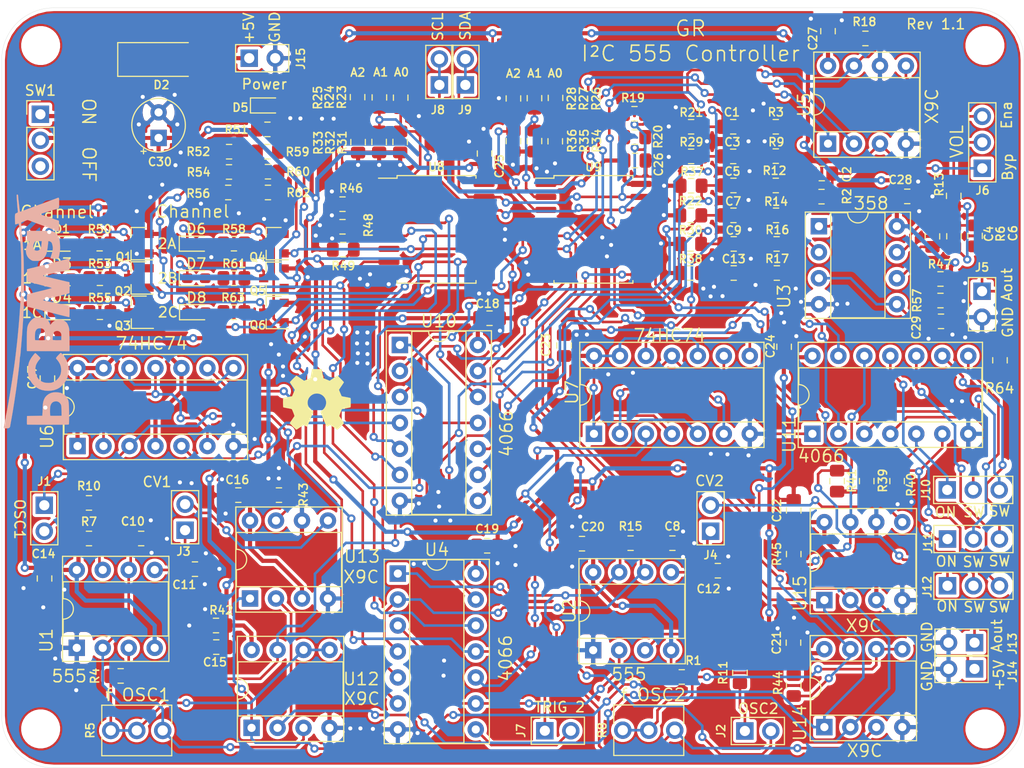
<source format=kicad_pcb>
(kicad_pcb (version 20171130) (host pcbnew "(5.1.2-1)-1")
  (layers (0 F.Cu signal hide) (31 B.Cu signal) (34 B.Paste user hide) (35 F.Paste user hide) (36 B.SilkS user hide) (37 F.SilkS user) (38 B.Mask user hide) (39 F.Mask user) (44 Edge.Cuts user))
  (net 0 "")
  (net 1 "Net-(C9-Pad1)")
  (net 2 "Net-(C11-Pad1)")
  (net 3 "Net-(C1-Pad1)")
  (net 4 GND)
  (net 5 "Net-(C2-Pad1)")
  (net 6 "Net-(C2-Pad2)")
  (net 7 "Net-(C3-Pad1)")
  (net 8 "Net-(C4-Pad2)")
  (net 9 "Net-(C4-Pad1)")
  (net 10 "Net-(C5-Pad1)")
  (net 11 "Net-(C7-Pad1)")
  (net 12 "Net-(C8-Pad1)")
  (net 13 "Net-(D1-Pad2)")
  (net 14 "Net-(J2-Pad1)")
  (net 15 "Net-(J11-Pad1)")
  (net 16 "Net-(J12-Pad1)")
  (net 17 "Net-(R10-Pad2)")
  (net 18 /Out1a)
  (net 19 /Out1b)
  (net 20 /Out1c)
  (net 21 /A_Out)
  (net 22 /Out2a)
  (net 23 /Out2b)
  (net 24 /RH1)
  (net 25 "Net-(C12-Pad1)")
  (net 26 "Net-(C13-Pad1)")
  (net 27 /Out2c)
  (net 28 +5V)
  (net 29 /Vref)
  (net 30 "Net-(D2-Pad1)")
  (net 31 "Net-(D2-Pad2)")
  (net 32 "Net-(D3-Pad2)")
  (net 33 "Net-(D4-Pad2)")
  (net 34 "Net-(D5-Pad2)")
  (net 35 "Net-(D6-Pad2)")
  (net 36 "Net-(D7-Pad2)")
  (net 37 "Net-(D8-Pad2)")
  (net 38 /555Out1a)
  (net 39 "Net-(J1-Pad2)")
  (net 40 /555Out2a)
  (net 41 /RW2)
  (net 42 /RW4)
  (net 43 "Net-(J6-Pad3)")
  (net 44 "Net-(J6-Pad2)")
  (net 45 "Net-(J7-Pad2)")
  (net 46 /SCL)
  (net 47 /SDA)
  (net 48 "Net-(J10-Pad1)")
  (net 49 "Net-(J10-Pad2)")
  (net 50 "Net-(J10-Pad3)")
  (net 51 "Net-(J11-Pad3)")
  (net 52 "Net-(J11-Pad2)")
  (net 53 "Net-(J12-Pad2)")
  (net 54 "Net-(J12-Pad3)")
  (net 55 /RW3)
  (net 56 /RW1)
  (net 57 "Net-(R4-Pad1)")
  (net 58 /RH3)
  (net 59 "Net-(R11-Pad2)")
  (net 60 /nCS5)
  (net 61 /A0_CTL1)
  (net 62 /A1_CTL1)
  (net 63 /A2_CTL1)
  (net 64 /A0_CTL2)
  (net 65 /A1_CTL2)
  (net 66 /A2_CTL2)
  (net 67 /nCS1)
  (net 68 /nCS2)
  (net 69 /nCS3)
  (net 70 /nCS4)
  (net 71 /CFG1)
  (net 72 /CFG2)
  (net 73 /CFG3)
  (net 74 /CTRL1a)
  (net 75 /CTRL1b)
  (net 76 /CTRL1c)
  (net 77 /CTRL2a)
  (net 78 /CTRL2b)
  (net 79 /CTRL2c)
  (net 80 "Net-(SW1-Pad3)")
  (net 81 "Net-(U2-Pad2)")
  (net 82 /UpDn)
  (net 83 /nINC)
  (net 84 "Net-(U6-Pad12)")
  (net 85 "Net-(U6-Pad11)")
  (net 86 /555Out1c)
  (net 87 /555Out1b)
  (net 88 "Net-(U7-Pad11)")
  (net 89 "Net-(U7-Pad12)")
  (net 90 "Net-(U8-Pad13)")
  (net 91 "Net-(U9-Pad13)")
  (net 92 /555Out2b)
  (net 93 /555Out2c)
  (net 94 "Net-(J13-Pad1)")
  (net 95 "Net-(D1-Pad1)")
  (net 96 "Net-(D3-Pad1)")
  (net 97 "Net-(D4-Pad1)")
  (net 98 "Net-(D6-Pad1)")
  (net 99 "Net-(D7-Pad1)")
  (net 100 "Net-(D8-Pad1)")
  (module Package_DIP:DIP-14_W7.62mm_Socket (layer F.Cu) (at 145.923 103.6066 90)
    (fp_text reference U7 (at 4.064 -2.159 90 unlocked) (layer F.SilkS) (effects (font (size 1.2 1.2))))
    (fp_text value 74HC74)
    (pad 14 thru_hole oval (at 7.62 0 90) (size 1.6 1.6) (drill 0.8) (layers *.Cu *.Mask) (net 28 +5V))
    (pad 7 thru_hole oval (at 0 15.24 90) (size 1.6 1.6) (drill 0.8) (layers *.Cu *.Mask) (net 4 GND))
    (pad 13 thru_hole oval (at 7.62 2.54 90) (size 1.6 1.6) (drill 0.8) (layers *.Cu *.Mask) (net 28 +5V))
    (pad 6 thru_hole oval (at 0 12.7 90) (size 1.6 1.6) (drill 0.8) (layers *.Cu *.Mask) (net 88 "Net-(U7-Pad11)"))
    (pad 12 thru_hole oval (at 7.62 5.08 90) (size 1.6 1.6) (drill 0.8) (layers *.Cu *.Mask) (net 89 "Net-(U7-Pad12)"))
    (pad 5 thru_hole oval (at 0 10.16 90) (size 1.6 1.6) (drill 0.8) (layers *.Cu *.Mask) (net 92 /555Out2b))
    (pad 11 thru_hole oval (at 7.62 7.62 90) (size 1.6 1.6) (drill 0.8) (layers *.Cu *.Mask) (net 88 "Net-(U7-Pad11)"))
    (pad 4 thru_hole oval (at 0 7.62 90) (size 1.6 1.6) (drill 0.8) (layers *.Cu *.Mask) (net 28 +5V))
    (pad 10 thru_hole oval (at 7.62 10.16 90) (size 1.6 1.6) (drill 0.8) (layers *.Cu *.Mask) (net 28 +5V))
    (pad 3 thru_hole oval (at 0 5.08 90) (size 1.6 1.6) (drill 0.8) (layers *.Cu *.Mask) (net 40 /555Out2a))
    (pad 9 thru_hole oval (at 7.62 12.7 90) (size 1.6 1.6) (drill 0.8) (layers *.Cu *.Mask) (net 93 /555Out2c))
    (pad 2 thru_hole oval (at 0 2.54 90) (size 1.6 1.6) (drill 0.8) (layers *.Cu *.Mask) (net 88 "Net-(U7-Pad11)"))
    (pad 8 thru_hole oval (at 7.62 15.24 90) (size 1.6 1.6) (drill 0.8) (layers *.Cu *.Mask) (net 89 "Net-(U7-Pad12)"))
    (pad 1 thru_hole rect (at 0 0 90) (size 1.6 1.6) (drill 0.8) (layers *.Cu *.Mask) (net 28 +5V))
  )
  (module Symbol:OSHW-Symbol_6.7x6mm_SilkScreen (layer F.Cu) (at 118.8212 100.2538)
    (fp_text reference REF** hide)
    (fp_text value OSHW-Symbol_6.7x6mm_SilkScreen hide)
  )
  (module "_Custom_Footprints:pcb way logo" (layer B.Cu) (at 90.7542 91.6432 90)
    (fp_text reference G*** hide)
    (fp_text value LOGO hide)
  )
  (module MountingHole:MountingHole_3.2mm_M3_ISO14580 (layer F.Cu) (at 92.456 66.276)
    (fp_text reference REF** hide)
    (fp_text value MountingHole_3.2mm_M3_ISO14580)
    (pad "" np_thru_hole circle (at -0.635 -0.635) (size 3.200001 3.200001) (drill 3.200001) (layers *.Cu *.Mask))
  )
  (module MountingHole:MountingHole_3.2mm_M3_ISO14580 (layer F.Cu) (at 184.785 66.276)
    (fp_text reference REF** hide)
    (fp_text value MountingHole_3.2mm_M3_ISO14580)
    (pad "" np_thru_hole circle (at -0.635 -0.635) (size 3.200001 3.200001) (drill 3.200001) (layers *.Cu *.Mask))
  )
  (module MountingHole:MountingHole_3.2mm_M3_ISO14580 (layer F.Cu) (at 184.785 133.096)
    (fp_text reference REF** hide)
    (fp_text value MountingHole_3.2mm_M3_ISO14580)
    (pad "" np_thru_hole circle (at -0.635 -0.635) (size 3.200001 3.200001) (drill 3.200001) (layers *.Cu *.Mask))
  )
  (module MountingHole:MountingHole_3.2mm_M3_ISO14580 (layer F.Cu) (at 92.329 133.096)
    (fp_text reference REF** hide)
    (fp_text value MountingHole_3.2mm_M3_ISO14580)
    (pad "" np_thru_hole circle (at -0.508 -0.635) (size 3.200001 3.200001) (drill 3.200001) (layers *.Cu *.Mask))
  )
  (module Capacitor_SMD:C_0805_2012Metric_Pad1.15x1.40mm_HandSolder (layer F.Cu) (at 159.5374 73.5838 180)
    (fp_text reference C1 (at 0.127 1.4224 unlocked) (layer F.SilkS) (effects (font (size 0.8 0.8))))
    (fp_text value 1uF)
    (pad 2 smd roundrect (at 1.025 0 180) (size 1.15 1.4) (layers F.Cu F.Paste F.Mask) (roundrect_rratio 0.217391) (net 18 /Out1a))
    (pad 1 smd roundrect (at -1.025 0 180) (size 1.15 1.4) (layers F.Cu F.Paste F.Mask) (roundrect_rratio 0.217391) (net 3 "Net-(C1-Pad1)"))
  )
  (module Capacitor_SMD:C_0805_2012Metric_Pad1.15x1.40mm_HandSolder (layer F.Cu) (at 168.1988 78.1558 180)
    (fp_text reference C2 (at -2.4638 -0.0762 90 unlocked) (layer F.SilkS) (effects (font (size 0.8 0.8))))
    (fp_text value DNI)
    (pad 2 smd roundrect (at 1.025 0 180) (size 1.15 1.4) (layers F.Cu F.Paste F.Mask) (roundrect_rratio 0.217391) (net 6 "Net-(C2-Pad2)"))
    (pad 1 smd roundrect (at -1.025 0 180) (size 1.15 1.4) (layers F.Cu F.Paste F.Mask) (roundrect_rratio 0.217391) (net 5 "Net-(C2-Pad1)"))
  )
  (module Capacitor_SMD:C_0805_2012Metric_Pad1.15x1.40mm_HandSolder (layer F.Cu) (at 159.5374 76.4794 180)
    (fp_text reference C3 (at 0.0762 1.397 unlocked) (layer F.SilkS) (effects (font (size 0.8 0.8))))
    (fp_text value 1uF)
    (pad 2 smd roundrect (at 1.025 0 180) (size 1.15 1.4) (layers F.Cu F.Paste F.Mask) (roundrect_rratio 0.217391) (net 19 /Out1b))
    (pad 1 smd roundrect (at -1.025 0 180) (size 1.15 1.4) (layers F.Cu F.Paste F.Mask) (roundrect_rratio 0.217391) (net 7 "Net-(C3-Pad1)"))
  )
  (module Capacitor_SMD:C_0805_2012Metric_Pad1.15x1.40mm_HandSolder (layer F.Cu) (at 179.0192 84.3026 270)
    (fp_text reference C4 (at -0.254 -5.5118 90 unlocked) (layer F.SilkS) (effects (font (size 0.8 0.8))))
    (fp_text value DNI)
    (pad 2 smd roundrect (at 1.025 0 270) (size 1.15 1.4) (layers F.Cu F.Paste F.Mask) (roundrect_rratio 0.217391) (net 8 "Net-(C4-Pad2)"))
    (pad 1 smd roundrect (at -1.025 0 270) (size 1.15 1.4) (layers F.Cu F.Paste F.Mask) (roundrect_rratio 0.217391) (net 9 "Net-(C4-Pad1)"))
  )
  (module Capacitor_SMD:C_0805_2012Metric_Pad1.15x1.40mm_HandSolder (layer F.Cu) (at 159.5628 79.3242 180)
    (fp_text reference C5 (at 0.1016 1.3716 unlocked) (layer F.SilkS) (effects (font (size 0.8 0.8))))
    (fp_text value 1uF)
    (pad 1 smd roundrect (at -1.025 0 180) (size 1.15 1.4) (layers F.Cu F.Paste F.Mask) (roundrect_rratio 0.217391) (net 10 "Net-(C5-Pad1)"))
    (pad 2 smd roundrect (at 1.025 0 180) (size 1.15 1.4) (layers F.Cu F.Paste F.Mask) (roundrect_rratio 0.217391) (net 20 /Out1c))
  )
  (module Capacitor_SMD:C_0805_2012Metric_Pad1.15x1.40mm_HandSolder (layer F.Cu) (at 183.1848 84.2518 90)
    (fp_text reference C6 (at 0.254 3.7084 90 unlocked) (layer F.SilkS) (effects (font (size 0.8 0.8))))
    (fp_text value 10uF)
    (pad 1 smd roundrect (at -1.025 0 90) (size 1.15 1.4) (layers F.Cu F.Paste F.Mask) (roundrect_rratio 0.217391) (net 21 /A_Out))
    (pad 2 smd roundrect (at 1.025 0 90) (size 1.15 1.4) (layers F.Cu F.Paste F.Mask) (roundrect_rratio 0.217391) (net 9 "Net-(C4-Pad1)"))
  )
  (module Capacitor_SMD:C_0805_2012Metric_Pad1.15x1.40mm_HandSolder (layer F.Cu) (at 159.5628 82.2452 180)
    (fp_text reference C7 (at 0.0254 1.3716 unlocked) (layer F.SilkS) (effects (font (size 0.8 0.8))))
    (fp_text value 1uF)
    (pad 2 smd roundrect (at 1.025 0 180) (size 1.15 1.4) (layers F.Cu F.Paste F.Mask) (roundrect_rratio 0.217391) (net 22 /Out2a))
    (pad 1 smd roundrect (at -1.025 0 180) (size 1.15 1.4) (layers F.Cu F.Paste F.Mask) (roundrect_rratio 0.217391) (net 11 "Net-(C7-Pad1)"))
  )
  (module Capacitor_SMD:C_0805_2012Metric_Pad1.15x1.40mm_HandSolder (layer F.Cu) (at 153.5938 114.3)
    (fp_text reference C8 (at 0 -1.65 unlocked) (layer F.SilkS) (effects (font (size 0.8 0.8))))
    (fp_text value 47nF)
    (pad 1 smd roundrect (at -1.025 0) (size 1.15 1.4) (layers F.Cu F.Paste F.Mask) (roundrect_rratio 0.217391) (net 12 "Net-(C8-Pad1)"))
    (pad 2 smd roundrect (at 1.025 0) (size 1.15 1.4) (layers F.Cu F.Paste F.Mask) (roundrect_rratio 0.217391) (net 4 GND))
  )
  (module Capacitor_SMD:C_0805_2012Metric_Pad1.15x1.40mm_HandSolder (layer F.Cu) (at 159.5882 85.0392 180)
    (fp_text reference C9 (at 0 1.3208 unlocked) (layer F.SilkS) (effects (font (size 0.8 0.8))))
    (fp_text value 1uF)
    (pad 2 smd roundrect (at 1.025 0 180) (size 1.15 1.4) (layers F.Cu F.Paste F.Mask) (roundrect_rratio 0.217391) (net 23 /Out2b))
    (pad 1 smd roundrect (at -1.025 0 180) (size 1.15 1.4) (layers F.Cu F.Paste F.Mask) (roundrect_rratio 0.217391) (net 1 "Net-(C9-Pad1)"))
  )
  (module Capacitor_SMD:C_0805_2012Metric_Pad1.15x1.40mm_HandSolder (layer F.Cu) (at 101.6508 113.8428)
    (fp_text reference C10 (at -0.8128 -1.6764 unlocked) (layer F.SilkS) (effects (font (size 0.8 0.8))))
    (fp_text value 47nF)
    (pad 1 smd roundrect (at -1.025 0) (size 1.15 1.4) (layers F.Cu F.Paste F.Mask) (roundrect_rratio 0.217391) (net 24 /RH1))
    (pad 2 smd roundrect (at 1.025 0) (size 1.15 1.4) (layers F.Cu F.Paste F.Mask) (roundrect_rratio 0.217391) (net 4 GND))
  )
  (module Capacitor_SMD:C_0805_2012Metric_Pad1.15x1.40mm_HandSolder (layer F.Cu) (at 106.9086 116.84)
    (fp_text reference C11 (at -1.0414 1.524 unlocked) (layer F.SilkS) (effects (font (size 0.8 0.8))))
    (fp_text value 10nF)
    (pad 1 smd roundrect (at -1.025 0) (size 1.15 1.4) (layers F.Cu F.Paste F.Mask) (roundrect_rratio 0.217391) (net 2 "Net-(C11-Pad1)"))
    (pad 2 smd roundrect (at 1.025 0) (size 1.15 1.4) (layers F.Cu F.Paste F.Mask) (roundrect_rratio 0.217391) (net 4 GND))
  )
  (module Capacitor_SMD:C_0805_2012Metric_Pad1.15x1.40mm_HandSolder (layer F.Cu) (at 158.0388 116.9924)
    (fp_text reference C12 (at -0.9144 1.778 unlocked) (layer F.SilkS) (effects (font (size 0.8 0.8))))
    (fp_text value 10nF)
    (pad 2 smd roundrect (at 1.025 0) (size 1.15 1.4) (layers F.Cu F.Paste F.Mask) (roundrect_rratio 0.217391) (net 4 GND))
    (pad 1 smd roundrect (at -1.025 0) (size 1.15 1.4) (layers F.Cu F.Paste F.Mask) (roundrect_rratio 0.217391) (net 25 "Net-(C12-Pad1)"))
  )
  (module Capacitor_SMD:C_0805_2012Metric_Pad1.15x1.40mm_HandSolder (layer F.Cu) (at 159.5882 87.884 180)
    (fp_text reference C13 (at 0 1.3716 unlocked) (layer F.SilkS) (effects (font (size 0.8 0.8))))
    (fp_text value 1uF)
    (pad 1 smd roundrect (at -1.025 0 180) (size 1.15 1.4) (layers F.Cu F.Paste F.Mask) (roundrect_rratio 0.217391) (net 26 "Net-(C13-Pad1)"))
    (pad 2 smd roundrect (at 1.025 0 180) (size 1.15 1.4) (layers F.Cu F.Paste F.Mask) (roundrect_rratio 0.217391) (net 27 /Out2c))
  )
  (module Capacitor_SMD:C_0805_2012Metric_Pad1.15x1.40mm_HandSolder (layer F.Cu) (at 92.202 117.7544 270)
    (fp_text reference C14 (at -2.413 0.1016 unlocked) (layer F.SilkS) (effects (font (size 0.8 0.8))))
    (fp_text value 100nF)
    (pad 1 smd roundrect (at -1.025 0 270) (size 1.15 1.4) (layers F.Cu F.Paste F.Mask) (roundrect_rratio 0.217391) (net 28 +5V))
    (pad 2 smd roundrect (at 1.025 0 270) (size 1.15 1.4) (layers F.Cu F.Paste F.Mask) (roundrect_rratio 0.217391) (net 4 GND))
  )
  (module Capacitor_SMD:C_0805_2012Metric_Pad1.15x1.40mm_HandSolder (layer F.Cu) (at 108.966 122.3518 180)
    (fp_text reference C15 (at 0.1016 -3.5814 unlocked) (layer F.SilkS) (effects (font (size 0.8 0.8))))
    (fp_text value 100nF)
    (pad 2 smd roundrect (at 1.025 0 180) (size 1.15 1.4) (layers F.Cu F.Paste F.Mask) (roundrect_rratio 0.217391) (net 4 GND))
    (pad 1 smd roundrect (at -1.025 0 180) (size 1.15 1.4) (layers F.Cu F.Paste F.Mask) (roundrect_rratio 0.217391) (net 28 +5V))
  )
  (module Capacitor_SMD:C_0805_2012Metric_Pad1.15x1.40mm_HandSolder (layer F.Cu) (at 111.1504 109.601 180)
    (fp_text reference C16 (at 0.1016 1.4986 unlocked) (layer F.SilkS) (effects (font (size 0.8 0.8))))
    (fp_text value 100nF)
    (pad 1 smd roundrect (at -1.025 0 180) (size 1.15 1.4) (layers F.Cu F.Paste F.Mask) (roundrect_rratio 0.217391) (net 28 +5V))
    (pad 2 smd roundrect (at 1.025 0 180) (size 1.15 1.4) (layers F.Cu F.Paste F.Mask) (roundrect_rratio 0.217391) (net 4 GND))
  )
  (module Capacitor_SMD:C_0805_2012Metric_Pad1.15x1.40mm_HandSolder (layer F.Cu) (at 92.4814 98.1964 270)
    (fp_text reference C17 (at -0.1016 1.4732 90 unlocked) (layer F.SilkS) (effects (font (size 0.8 0.8))))
    (fp_text value 100nF)
    (pad 2 smd roundrect (at 1.025 0 270) (size 1.15 1.4) (layers F.Cu F.Paste F.Mask) (roundrect_rratio 0.217391) (net 4 GND))
    (pad 1 smd roundrect (at -1.025 0 270) (size 1.15 1.4) (layers F.Cu F.Paste F.Mask) (roundrect_rratio 0.217391) (net 28 +5V))
  )
  (module Capacitor_SMD:C_0805_2012Metric_Pad1.15x1.40mm_HandSolder (layer F.Cu) (at 135.7122 92.3036)
    (fp_text reference C18 (at -0.1778 -1.4224 unlocked) (layer F.SilkS) (effects (font (size 0.8 0.8))))
    (fp_text value 100nF)
    (pad 1 smd roundrect (at -1.025 0) (size 1.15 1.4) (layers F.Cu F.Paste F.Mask) (roundrect_rratio 0.217391) (net 28 +5V))
    (pad 2 smd roundrect (at 1.025 0) (size 1.15 1.4) (layers F.Cu F.Paste F.Mask) (roundrect_rratio 0.217391) (net 4 GND))
  )
  (module Capacitor_SMD:C_0805_2012Metric_Pad1.15x1.40mm_HandSolder (layer F.Cu) (at 135.4836 114.554)
    (fp_text reference C19 (at 0 -1.65 unlocked) (layer F.SilkS) (effects (font (size 0.8 0.8))))
    (fp_text value 100nF)
    (pad 1 smd roundrect (at -1.025 0) (size 1.15 1.4) (layers F.Cu F.Paste F.Mask) (roundrect_rratio 0.217391) (net 28 +5V))
    (pad 2 smd roundrect (at 1.025 0) (size 1.15 1.4) (layers F.Cu F.Paste F.Mask) (roundrect_rratio 0.217391) (net 4 GND))
  )
  (module Capacitor_SMD:C_0805_2012Metric_Pad1.15x1.40mm_HandSolder (layer F.Cu) (at 144.7546 114.3508 180)
    (fp_text reference C20 (at -1.0668 1.651 unlocked) (layer F.SilkS) (effects (font (size 0.8 0.8))))
    (fp_text value 100nF)
    (pad 2 smd roundrect (at 1.025 0 180) (size 1.15 1.4) (layers F.Cu F.Paste F.Mask) (roundrect_rratio 0.217391) (net 4 GND))
    (pad 1 smd roundrect (at -1.025 0 180) (size 1.15 1.4) (layers F.Cu F.Paste F.Mask) (roundrect_rratio 0.217391) (net 28 +5V))
  )
  (module Capacitor_SMD:C_0805_2012Metric_Pad1.15x1.40mm_HandSolder (layer F.Cu) (at 165.4302 124.0282 90)
    (fp_text reference C21 (at 0 -1.65 90 unlocked) (layer F.SilkS) (effects (font (size 0.8 0.8))))
    (fp_text value 100nF)
    (pad 2 smd roundrect (at 1.025 0 90) (size 1.15 1.4) (layers F.Cu F.Paste F.Mask) (roundrect_rratio 0.217391) (net 4 GND))
    (pad 1 smd roundrect (at -1.025 0 90) (size 1.15 1.4) (layers F.Cu F.Paste F.Mask) (roundrect_rratio 0.217391) (net 28 +5V))
  )
  (module Capacitor_SMD:C_0805_2012Metric_Pad1.15x1.40mm_HandSolder (layer F.Cu) (at 165.4556 111.0996 90)
    (fp_text reference C22 (at 0 -1.65 90 unlocked) (layer F.SilkS) (effects (font (size 0.8 0.8))))
    (fp_text value 100nF)
    (pad 2 smd roundrect (at 1.025 0 90) (size 1.15 1.4) (layers F.Cu F.Paste F.Mask) (roundrect_rratio 0.217391) (net 4 GND))
    (pad 1 smd roundrect (at -1.025 0 90) (size 1.15 1.4) (layers F.Cu F.Paste F.Mask) (roundrect_rratio 0.217391) (net 28 +5V))
  )
  (module Capacitor_SMD:C_0805_2012Metric_Pad1.15x1.40mm_HandSolder (layer F.Cu) (at 143.002 94.9706 90)
    (fp_text reference C23 (at 0.0508 -1.778 90 unlocked) (layer F.SilkS) (effects (font (size 0.8 0.8))))
    (fp_text value 100nF)
    (pad 1 smd roundrect (at -1.025 0 90) (size 1.15 1.4) (layers F.Cu F.Paste F.Mask) (roundrect_rratio 0.217391) (net 28 +5V))
    (pad 2 smd roundrect (at 1.025 0 90) (size 1.15 1.4) (layers F.Cu F.Paste F.Mask) (roundrect_rratio 0.217391) (net 4 GND))
  )
  (module Capacitor_SMD:C_0805_2012Metric_Pad1.15x1.40mm_HandSolder (layer F.Cu) (at 164.5158 95.0976 90)
    (fp_text reference C24 (at 0.0508 -1.3462 90 unlocked) (layer F.SilkS) (effects (font (size 0.8 0.8))))
    (fp_text value 100nF)
    (pad 2 smd roundrect (at 1.025 0 90) (size 1.15 1.4) (layers F.Cu F.Paste F.Mask) (roundrect_rratio 0.217391) (net 4 GND))
    (pad 1 smd roundrect (at -1.025 0 90) (size 1.15 1.4) (layers F.Cu F.Paste F.Mask) (roundrect_rratio 0.217391) (net 28 +5V))
  )
  (module Capacitor_SMD:C_0805_2012Metric_Pad1.15x1.40mm_HandSolder (layer F.Cu) (at 135.2296 76.2 90)
    (fp_text reference C25 (at -1.2446 1.4478 90 unlocked) (layer F.SilkS) (effects (font (size 0.8 0.8))))
    (fp_text value 100nF)
    (pad 1 smd roundrect (at -1.025 0 90) (size 1.15 1.4) (layers F.Cu F.Paste F.Mask) (roundrect_rratio 0.217391) (net 28 +5V))
    (pad 2 smd roundrect (at 1.025 0 90) (size 1.15 1.4) (layers F.Cu F.Paste F.Mask) (roundrect_rratio 0.217391) (net 4 GND))
  )
  (module Capacitor_SMD:C_0805_2012Metric_Pad1.15x1.40mm_HandSolder (layer F.Cu) (at 149.9362 76.8858)
    (fp_text reference C26 (at 2.3114 0.381 90 unlocked) (layer F.SilkS) (effects (font (size 0.8 0.8))))
    (fp_text value 100nF)
    (pad 2 smd roundrect (at 1.025 0) (size 1.15 1.4) (layers F.Cu F.Paste F.Mask) (roundrect_rratio 0.217391) (net 4 GND))
    (pad 1 smd roundrect (at -1.025 0) (size 1.15 1.4) (layers F.Cu F.Paste F.Mask) (roundrect_rratio 0.217391) (net 28 +5V))
  )
  (module Capacitor_SMD:C_0805_2012Metric_Pad1.15x1.40mm_HandSolder (layer F.Cu) (at 168.8084 64.2366 90)
    (fp_text reference C27 (at -0.7366 -1.4732 90 unlocked) (layer F.SilkS) (effects (font (size 0.8 0.8))))
    (fp_text value 100nF)
    (pad 1 smd roundrect (at -1.025 0 90) (size 1.15 1.4) (layers F.Cu F.Paste F.Mask) (roundrect_rratio 0.217391) (net 28 +5V))
    (pad 2 smd roundrect (at 1.025 0 90) (size 1.15 1.4) (layers F.Cu F.Paste F.Mask) (roundrect_rratio 0.217391) (net 4 GND))
  )
  (module Capacitor_SMD:C_0805_2012Metric_Pad1.15x1.40mm_HandSolder (layer F.Cu) (at 176.5554 80.391)
    (fp_text reference C28 (at -0.6604 -1.6256 unlocked) (layer F.SilkS) (effects (font (size 0.8 0.8))))
    (fp_text value 100nF)
    (pad 1 smd roundrect (at -1.025 0) (size 1.15 1.4) (layers F.Cu F.Paste F.Mask) (roundrect_rratio 0.217391) (net 28 +5V))
    (pad 2 smd roundrect (at 1.025 0) (size 1.15 1.4) (layers F.Cu F.Paste F.Mask) (roundrect_rratio 0.217391) (net 4 GND))
  )
  (module LED_SMD:LED_0603_1608Metric_Pad1.05x0.95mm_HandSolder (layer F.Cu) (at 93.9038 85.0138)
    (fp_text reference D1 (at 0 -1.43 unlocked) (layer F.SilkS) (effects (font (size 0.8 0.8))))
    (fp_text value LED)
    (pad 1 smd roundrect (at -0.875 0) (size 1.05 0.95) (layers F.Cu F.Paste F.Mask) (net 95 "Net-(D1-Pad1)"))
    (pad 2 smd roundrect (at 0.875 0) (size 1.05 0.95) (layers F.Cu F.Paste F.Mask) (net 13 "Net-(D1-Pad2)"))
  )
  (module Diode_SMD:D_SMA_Handsoldering (layer F.Cu) (at 103.759 67.0052)
    (fp_text reference D2 (at -0.127 2.4892 unlocked) (layer F.SilkS) (effects (font (size 0.8 0.8))))
    (fp_text value D_Schottky_Small_ALT)
    (pad 1 smd rect (at -2.5 0) (size 3.5 1.8) (layers F.Cu F.Paste F.Mask) (net 30 "Net-(D2-Pad1)"))
    (pad 2 smd rect (at 2.5 0) (size 3.5 1.8) (layers F.Cu F.Paste F.Mask) (net 31 "Net-(D2-Pad2)"))
  )
  (module LED_SMD:LED_0603_1608Metric_Pad1.05x0.95mm_HandSolder (layer F.Cu) (at 113.9952 71.501)
    (fp_text reference D5 (at -2.6416 0.2032 unlocked) (layer F.SilkS) (effects (font (size 0.8 0.8))))
    (fp_text value Power)
    (pad 1 smd roundrect (at -0.875 0) (size 1.05 0.95) (layers F.Cu F.Paste F.Mask) (net 4 GND))
    (pad 2 smd roundrect (at 0.875 0) (size 1.05 0.95) (layers F.Cu F.Paste F.Mask) (net 34 "Net-(D5-Pad2)"))
  )
  (module footprints:PinHeader_1x02_P2.54mm_Vertical_H1.0mm (layer F.Cu) (at 92.1766 110.5916)
    (fp_text reference J1 (at 0 -2.33 unlocked) (layer F.SilkS) (effects (font (size 0.8 0.8))))
    (fp_text value 1x2)
    (pad 1 thru_hole rect (at 0 0) (size 1.7 1.7) (drill 1) (layers *.Cu *.Mask) (net 38 /555Out1a))
    (pad 2 thru_hole oval (at 0 2.54) (size 1.7 1.7) (drill 1) (layers *.Cu *.Mask) (net 39 "Net-(J1-Pad2)"))
  )
  (module footprints:PinHeader_1x02_P2.54mm_Vertical_H1.0mm (layer F.Cu) (at 160.6804 132.6642 90)
    (fp_text reference J2 (at 0 -2.33 90 unlocked) (layer F.SilkS) (effects (font (size 0.8 0.8))))
    (fp_text value 1x2)
    (pad 1 thru_hole rect (at 0 0 90) (size 1.7 1.7) (drill 1) (layers *.Cu *.Mask) (net 14 "Net-(J2-Pad1)"))
    (pad 2 thru_hole oval (at 0 2.54 90) (size 1.7 1.7) (drill 1) (layers *.Cu *.Mask) (net 40 /555Out2a))
  )
  (module footprints:PinHeader_1x02_P2.54mm_Vertical_H1.0mm (layer F.Cu) (at 105.9434 113.03 180)
    (fp_text reference J3 (at 0.1524 -2.0828 unlocked) (layer F.SilkS) (effects (font (size 0.8 0.8))))
    (fp_text value 1x2)
    (pad 2 thru_hole oval (at 0 2.54 180) (size 1.7 1.7) (drill 1) (layers *.Cu *.Mask) (net 41 /RW2))
    (pad 1 thru_hole rect (at 0 0 180) (size 1.7 1.7) (drill 1) (layers *.Cu *.Mask) (net 2 "Net-(C11-Pad1)"))
  )
  (module footprints:PinHeader_1x02_P2.54mm_Vertical_H1.0mm (layer F.Cu) (at 157.3276 113.1316 180)
    (fp_text reference J4 (at 0 -2.33 unlocked) (layer F.SilkS) (effects (font (size 0.8 0.8))))
    (fp_text value 1x2)
    (pad 2 thru_hole oval (at 0 2.54 180) (size 1.7 1.7) (drill 1) (layers *.Cu *.Mask) (net 42 /RW4))
    (pad 1 thru_hole rect (at 0 0 180) (size 1.7 1.7) (drill 1) (layers *.Cu *.Mask) (net 25 "Net-(C12-Pad1)"))
  )
  (module footprints:PinHeader_1x02_P2.54mm_Vertical_H1.0mm (layer F.Cu) (at 183.8706 89.662)
    (fp_text reference J5 (at 0 -2.33 unlocked) (layer F.SilkS) (effects (font (size 0.8 0.8))))
    (fp_text value 1x2)
    (pad 2 thru_hole oval (at 0 2.54) (size 1.7 1.7) (drill 1) (layers *.Cu *.Mask) (net 4 GND))
    (pad 1 thru_hole rect (at 0 0) (size 1.7 1.7) (drill 1) (layers *.Cu *.Mask) (net 21 /A_Out))
  )
  (module footprints:PinHeader_1x03_P2.54mm_Vertical_H1.0mm (layer F.Cu) (at 183.896 77.6478 180)
    (fp_text reference J6 (at -0.0254 -2.159 unlocked) (layer F.SilkS) (effects (font (size 0.8 0.8))))
    (fp_text value Conn_01x03)
    (pad 3 thru_hole oval (at 0 5.08 180) (size 1.7 1.7) (drill 1) (layers *.Cu *.Mask) (net 43 "Net-(J6-Pad3)"))
    (pad 2 thru_hole oval (at 0 2.54 180) (size 1.7 1.7) (drill 1) (layers *.Cu *.Mask) (net 44 "Net-(J6-Pad2)"))
    (pad 1 thru_hole rect (at 0 0 180) (size 1.7 1.7) (drill 1) (layers *.Cu *.Mask) (net 5 "Net-(C2-Pad1)"))
  )
  (module footprints:PinHeader_1x02_P2.54mm_Vertical_H1.0mm (layer F.Cu) (at 141.1224 132.6388 90)
    (fp_text reference J7 (at 0 -2.33 90 unlocked) (layer F.SilkS) (effects (font (size 0.8 0.8))))
    (fp_text value 1x2)
    (pad 1 thru_hole rect (at 0 0 90) (size 1.7 1.7) (drill 1) (layers *.Cu *.Mask) (net 38 /555Out1a))
    (pad 2 thru_hole oval (at 0 2.54 90) (size 1.7 1.7) (drill 1) (layers *.Cu *.Mask) (net 45 "Net-(J7-Pad2)"))
  )
  (module footprints:PinHeader_1x02_P2.54mm_Vertical_H1.0mm (layer F.Cu) (at 130.81 69.4944 180)
    (fp_text reference J8 (at 0.1524 -2.4384 unlocked) (layer F.SilkS) (effects (font (size 0.8 0.8))))
    (fp_text value 1x2)
    (pad 2 thru_hole oval (at 0 2.54 180) (size 1.7 1.7) (drill 1) (layers *.Cu *.Mask) (net 46 /SCL))
    (pad 1 thru_hole rect (at 0 0 180) (size 1.7 1.7) (drill 1) (layers *.Cu *.Mask) (net 46 /SCL))
  )
  (module footprints:PinHeader_1x02_P2.54mm_Vertical_H1.0mm (layer F.Cu) (at 133.35 69.4944 180)
    (fp_text reference J9 (at 0.0508 -2.4384 unlocked) (layer F.SilkS) (effects (font (size 0.8 0.8))))
    (fp_text value 1x2)
    (pad 1 thru_hole rect (at 0 0 180) (size 1.7 1.7) (drill 1) (layers *.Cu *.Mask) (net 47 /SDA))
    (pad 2 thru_hole oval (at 0 2.54 180) (size 1.7 1.7) (drill 1) (layers *.Cu *.Mask) (net 47 /SDA))
  )
  (module footprints:PinHeader_1x03_P2.54mm_Vertical_H1.0mm (layer F.Cu) (at 180.467 109.093 90)
    (fp_text reference J10 (at 0 -2.0828 90 unlocked) (layer F.SilkS) (effects (font (size 0.8 0.8))))
    (fp_text value Conn_01x03)
    (pad 1 thru_hole rect (at 0 0 90) (size 1.7 1.7) (drill 1) (layers *.Cu *.Mask) (net 48 "Net-(J10-Pad1)"))
    (pad 2 thru_hole oval (at 0 2.54 90) (size 1.7 1.7) (drill 1) (layers *.Cu *.Mask) (net 49 "Net-(J10-Pad2)"))
    (pad 3 thru_hole oval (at 0 5.08 90) (size 1.7 1.7) (drill 1) (layers *.Cu *.Mask) (net 50 "Net-(J10-Pad3)"))
  )
  (module footprints:PinHeader_1x03_P2.54mm_Vertical_H1.0mm (layer F.Cu) (at 180.4924 113.8936 90)
    (fp_text reference J11 (at -0.381 -1.905 90 unlocked) (layer F.SilkS) (effects (font (size 0.8 0.8))))
    (fp_text value Conn_01x03)
    (pad 3 thru_hole oval (at 0 5.08 90) (size 1.7 1.7) (drill 1) (layers *.Cu *.Mask) (net 51 "Net-(J11-Pad3)"))
    (pad 2 thru_hole oval (at 0 2.54 90) (size 1.7 1.7) (drill 1) (layers *.Cu *.Mask) (net 52 "Net-(J11-Pad2)"))
    (pad 1 thru_hole rect (at 0 0 90) (size 1.7 1.7) (drill 1) (layers *.Cu *.Mask) (net 15 "Net-(J11-Pad1)"))
  )
  (module footprints:PinHeader_1x03_P2.54mm_Vertical_H1.0mm (layer F.Cu) (at 180.4924 118.4656 90)
    (fp_text reference J12 (at -0.1016 -1.9812 90 unlocked) (layer F.SilkS) (effects (font (size 0.8 0.8))))
    (fp_text value Conn_01x03)
    (pad 1 thru_hole rect (at 0 0 90) (size 1.7 1.7) (drill 1) (layers *.Cu *.Mask) (net 16 "Net-(J12-Pad1)"))
    (pad 2 thru_hole oval (at 0 2.54 90) (size 1.7 1.7) (drill 1) (layers *.Cu *.Mask) (net 53 "Net-(J12-Pad2)"))
    (pad 3 thru_hole oval (at 0 5.08 90) (size 1.7 1.7) (drill 1) (layers *.Cu *.Mask) (net 54 "Net-(J12-Pad3)"))
  )
  (module footprints:PinHeader_1x02_P2.54mm_Vertical_H1.0mm (layer F.Cu) (at 183.134 124.0282 270)
    (fp_text reference J13 (at 0.1016 -3.7084 90 unlocked) (layer F.SilkS) (effects (font (size 0.8 0.8))))
    (fp_text value 1x2)
    (pad 1 thru_hole rect (at 0 0 270) (size 1.7 1.7) (drill 1) (layers *.Cu *.Mask) (net 94 "Net-(J13-Pad1)"))
    (pad 2 thru_hole oval (at 0 2.54 270) (size 1.7 1.7) (drill 1) (layers *.Cu *.Mask) (net 4 GND))
  )
  (module footprints:PinHeader_1x02_P2.54mm_Vertical_H1.0mm (layer F.Cu) (at 183.134 126.5936 270)
    (fp_text reference J14 (at 0.2794 -3.7084 90 unlocked) (layer F.SilkS) (effects (font (size 0.8 0.8))))
    (fp_text value 1x2)
    (pad 2 thru_hole oval (at 0 2.54 270) (size 1.7 1.7) (drill 1) (layers *.Cu *.Mask) (net 4 GND))
    (pad 1 thru_hole rect (at 0 0 270) (size 1.7 1.7) (drill 1) (layers *.Cu *.Mask) (net 28 +5V))
  )
  (module footprints:PinHeader_1x02_P2.54mm_Vertical_H1.0mm (layer F.Cu) (at 112.2172 66.8782 90)
    (fp_text reference J15 (at -0.0508 5.0292 90 unlocked) (layer F.SilkS) (effects (font (size 0.8 0.8))))
    (fp_text value 1x2)
    (pad 1 thru_hole rect (at 0 0 90) (size 1.7 1.7) (drill 1) (layers *.Cu *.Mask) (net 31 "Net-(D2-Pad2)"))
    (pad 2 thru_hole oval (at 0 2.54 90) (size 1.7 1.7) (drill 1) (layers *.Cu *.Mask) (net 4 GND))
  )
  (module Resistor_SMD:R_0805_2012Metric_Pad1.15x1.40mm_HandSolder (layer F.Cu) (at 154.5082 127.381)
    (fp_text reference R1 (at 1.143 -1.6002 unlocked) (layer F.SilkS) (effects (font (size 0.8 0.8))))
    (fp_text value 2K)
    (pad 2 smd roundrect (at 1.025 0) (size 1.15 1.4) (layers F.Cu F.Paste F.Mask) (roundrect_rratio 0.217391) (net 55 /RW3))
    (pad 1 smd roundrect (at -1.025 0) (size 1.15 1.4) (layers F.Cu F.Paste F.Mask) (roundrect_rratio 0.217391) (net 28 +5V))
  )
  (module Resistor_SMD:R_0805_2012Metric_Pad1.15x1.40mm_HandSolder (layer F.Cu) (at 168.1734 80.4164 180)
    (fp_text reference R2 (at -2.4892 0.0254 90 unlocked) (layer F.SilkS) (effects (font (size 0.8 0.8))))
    (fp_text value 1K)
    (pad 2 smd roundrect (at 1.025 0 180) (size 1.15 1.4) (layers F.Cu F.Paste F.Mask) (roundrect_rratio 0.217391) (net 6 "Net-(C2-Pad2)"))
    (pad 1 smd roundrect (at -1.025 0 180) (size 1.15 1.4) (layers F.Cu F.Paste F.Mask) (roundrect_rratio 0.217391) (net 5 "Net-(C2-Pad1)"))
  )
  (module Resistor_SMD:R_0805_2012Metric_Pad1.15x1.40mm_HandSolder (layer F.Cu) (at 163.703 73.5838 180)
    (fp_text reference R3 (at 0 1.4224 unlocked) (layer F.SilkS) (effects (font (size 0.8 0.8))))
    (fp_text value 6.8K)
    (pad 1 smd roundrect (at -1.025 0 180) (size 1.15 1.4) (layers F.Cu F.Paste F.Mask) (roundrect_rratio 0.217391) (net 6 "Net-(C2-Pad2)"))
    (pad 2 smd roundrect (at 1.025 0 180) (size 1.15 1.4) (layers F.Cu F.Paste F.Mask) (roundrect_rratio 0.217391) (net 3 "Net-(C1-Pad1)"))
  )
  (module Resistor_SMD:R_0805_2012Metric_Pad1.15x1.40mm_HandSolder (layer F.Cu) (at 99.6442 127.2794 180)
    (fp_text reference R4 (at 2.5146 0 90 unlocked) (layer F.SilkS) (effects (font (size 0.8 0.8))))
    (fp_text value 2K)
    (pad 2 smd roundrect (at 1.025 0 180) (size 1.15 1.4) (layers F.Cu F.Paste F.Mask) (roundrect_rratio 0.217391) (net 56 /RW1))
    (pad 1 smd roundrect (at -1.025 0 180) (size 1.15 1.4) (layers F.Cu F.Paste F.Mask) (roundrect_rratio 0.217391) (net 57 "Net-(R4-Pad1)"))
  )
  (module _Custom_Footprints:Potentiometer_Green (layer F.Cu) (at 98.679 132.6134 90)
    (fp_text reference R5 (at 0 -2.01 90 unlocked) (layer F.SilkS) (effects (font (size 0.8 0.8))))
    (fp_text value 100K)
    (pad 1 thru_hole circle (at 0 0 90) (size 1.69926 1.69926) (drill 1) (layers *.Cu *.Mask) (net 56 /RW1))
    (pad 2 thru_hole circle (at 0 2.54 90) (size 1.69926 1.69926) (drill 1) (layers *.Cu *.Mask) (net 56 /RW1))
    (pad 3 thru_hole circle (at 0 5.08 90) (size 1.69926 1.69926) (drill 1) (layers *.Cu *.Mask) (net 24 /RH1))
  )
  (module Resistor_SMD:R_0805_2012Metric_Pad1.15x1.40mm_HandSolder (layer F.Cu) (at 181.1274 84.2936 270)
    (fp_text reference R6 (at -0.245 -4.5466 90 unlocked) (layer F.SilkS) (effects (font (size 0.8 0.8))))
    (fp_text value 10K)
    (pad 2 smd roundrect (at 1.025 0 270) (size 1.15 1.4) (layers F.Cu F.Paste F.Mask) (roundrect_rratio 0.217391) (net 8 "Net-(C4-Pad2)"))
    (pad 1 smd roundrect (at -1.025 0 270) (size 1.15 1.4) (layers F.Cu F.Paste F.Mask) (roundrect_rratio 0.217391) (net 9 "Net-(C4-Pad1)"))
  )
  (module Resistor_SMD:R_0805_2012Metric_Pad1.15x1.40mm_HandSolder (layer F.Cu) (at 96.5454 113.8428)
    (fp_text reference R7 (at 0 -1.65 unlocked) (layer F.SilkS) (effects (font (size 0.8 0.8))))
    (fp_text value 10K)
    (pad 1 smd roundrect (at -1.025 0) (size 1.15 1.4) (layers F.Cu F.Paste F.Mask) (roundrect_rratio 0.217391) (net 28 +5V))
    (pad 2 smd roundrect (at 1.025 0) (size 1.15 1.4) (layers F.Cu F.Paste F.Mask) (roundrect_rratio 0.217391) (net 17 "Net-(R10-Pad2)"))
  )
  (module _Custom_Footprints:Potentiometer_Green (layer F.Cu) (at 148.7424 132.588 90)
    (fp_text reference R8 (at 0 -2.01 90 unlocked) (layer F.SilkS) (effects (font (size 0.8 0.8))))
    (fp_text value 100K)
    (pad 3 thru_hole circle (at 0 5.08 90) (size 1.69926 1.69926) (drill 1) (layers *.Cu *.Mask) (net 58 /RH3))
    (pad 2 thru_hole circle (at 0 2.54 90) (size 1.69926 1.69926) (drill 1) (layers *.Cu *.Mask) (net 55 /RW3))
    (pad 1 thru_hole circle (at 0 0 90) (size 1.69926 1.69926) (drill 1) (layers *.Cu *.Mask) (net 55 /RW3))
  )
  (module Resistor_SMD:R_0805_2012Metric_Pad1.15x1.40mm_HandSolder (layer F.Cu) (at 163.703 76.454 180)
    (fp_text reference R9 (at -0.0508 1.3716 unlocked) (layer F.SilkS) (effects (font (size 0.8 0.8))))
    (fp_text value 10K)
    (pad 1 smd roundrect (at -1.025 0 180) (size 1.15 1.4) (layers F.Cu F.Paste F.Mask) (roundrect_rratio 0.217391) (net 6 "Net-(C2-Pad2)"))
    (pad 2 smd roundrect (at 1.025 0 180) (size 1.15 1.4) (layers F.Cu F.Paste F.Mask) (roundrect_rratio 0.217391) (net 7 "Net-(C3-Pad1)"))
  )
  (module Resistor_SMD:R_0805_2012Metric_Pad1.15x1.40mm_HandSolder (layer F.Cu) (at 96.5454 110.363)
    (fp_text reference R10 (at 0 -1.65 unlocked) (layer F.SilkS) (effects (font (size 0.8 0.8))))
    (fp_text value 0r)
    (pad 1 smd roundrect (at -1.025 0) (size 1.15 1.4) (layers F.Cu F.Paste F.Mask) (roundrect_rratio 0.217391) (net 39 "Net-(J1-Pad2)"))
    (pad 2 smd roundrect (at 1.025 0) (size 1.15 1.4) (layers F.Cu F.Paste F.Mask) (roundrect_rratio 0.217391) (net 17 "Net-(R10-Pad2)"))
  )
  (module Resistor_SMD:R_0805_2012Metric_Pad1.15x1.40mm_HandSolder (layer F.Cu) (at 160.1978 126.9746 90)
    (fp_text reference R11 (at 0 -1.65 90 unlocked) (layer F.SilkS) (effects (font (size 0.8 0.8))))
    (fp_text value 10K)
    (pad 1 smd roundrect (at -1.025 0 90) (size 1.15 1.4) (layers F.Cu F.Paste F.Mask) (roundrect_rratio 0.217391) (net 14 "Net-(J2-Pad1)"))
    (pad 2 smd roundrect (at 1.025 0 90) (size 1.15 1.4) (layers F.Cu F.Paste F.Mask) (roundrect_rratio 0.217391) (net 59 "Net-(R11-Pad2)"))
  )
  (module Resistor_SMD:R_0805_2012Metric_Pad1.15x1.40mm_HandSolder (layer F.Cu) (at 163.703 79.3242 180)
    (fp_text reference R12 (at 0.127 1.4478 unlocked) (layer F.SilkS) (effects (font (size 0.8 0.8))))
    (fp_text value 10K)
    (pad 1 smd roundrect (at -1.025 0 180) (size 1.15 1.4) (layers F.Cu F.Paste F.Mask) (roundrect_rratio 0.217391) (net 6 "Net-(C2-Pad2)"))
    (pad 2 smd roundrect (at 1.025 0 180) (size 1.15 1.4) (layers F.Cu F.Paste F.Mask) (roundrect_rratio 0.217391) (net 10 "Net-(C5-Pad1)"))
  )
  (module Resistor_SMD:R_0805_2012Metric_Pad1.15x1.40mm_HandSolder (layer F.Cu) (at 181.102 80.3402 90)
    (fp_text reference R13 (at 1.1176 -1.4224 90 unlocked) (layer F.SilkS) (effects (font (size 0.8 0.8))))
    (fp_text value 10K)
    (pad 2 smd roundrect (at 1.025 0 90) (size 1.15 1.4) (layers F.Cu F.Paste F.Mask) (roundrect_rratio 0.217391) (net 44 "Net-(J6-Pad2)"))
    (pad 1 smd roundrect (at -1.025 0 90) (size 1.15 1.4) (layers F.Cu F.Paste F.Mask) (roundrect_rratio 0.217391) (net 8 "Net-(C4-Pad2)"))
  )
  (module Resistor_SMD:R_0805_2012Metric_Pad1.15x1.40mm_HandSolder (layer F.Cu) (at 163.7284 82.2452 180)
    (fp_text reference R14 (at 0 1.3462 unlocked) (layer F.SilkS) (effects (font (size 0.8 0.8))))
    (fp_text value 6.8K)
    (pad 1 smd roundrect (at -1.025 0 180) (size 1.15 1.4) (layers F.Cu F.Paste F.Mask) (roundrect_rratio 0.217391) (net 6 "Net-(C2-Pad2)"))
    (pad 2 smd roundrect (at 1.025 0 180) (size 1.15 1.4) (layers F.Cu F.Paste F.Mask) (roundrect_rratio 0.217391) (net 11 "Net-(C7-Pad1)"))
  )
  (module Resistor_SMD:R_0805_2012Metric_Pad1.15x1.40mm_HandSolder (layer F.Cu) (at 149.5044 114.3)
    (fp_text reference R15 (at 0 -1.65 unlocked) (layer F.SilkS) (effects (font (size 0.8 0.8))))
    (fp_text value 2K)
    (pad 1 smd roundrect (at -1.025 0) (size 1.15 1.4) (layers F.Cu F.Paste F.Mask) (roundrect_rratio 0.217391) (net 58 /RH3))
    (pad 2 smd roundrect (at 1.025 0) (size 1.15 1.4) (layers F.Cu F.Paste F.Mask) (roundrect_rratio 0.217391) (net 12 "Net-(C8-Pad1)"))
  )
  (module Resistor_SMD:R_0805_2012Metric_Pad1.15x1.40mm_HandSolder (layer F.Cu) (at 163.7792 85.0392 180)
    (fp_text reference R16 (at -0.0762 1.3716 unlocked) (layer F.SilkS) (effects (font (size 0.8 0.8))))
    (fp_text value 10K)
    (pad 1 smd roundrect (at -1.025 0 180) (size 1.15 1.4) (layers F.Cu F.Paste F.Mask) (roundrect_rratio 0.217391) (net 6 "Net-(C2-Pad2)"))
    (pad 2 smd roundrect (at 1.025 0 180) (size 1.15 1.4) (layers F.Cu F.Paste F.Mask) (roundrect_rratio 0.217391) (net 1 "Net-(C9-Pad1)"))
  )
  (module Resistor_SMD:R_0805_2012Metric_Pad1.15x1.40mm_HandSolder (layer F.Cu) (at 163.8046 87.884 180)
    (fp_text reference R17 (at -0.0254 1.397 unlocked) (layer F.SilkS) (effects (font (size 0.8 0.8))))
    (fp_text value 10K)
    (pad 1 smd roundrect (at -1.025 0 180) (size 1.15 1.4) (layers F.Cu F.Paste F.Mask) (roundrect_rratio 0.217391) (net 6 "Net-(C2-Pad2)"))
    (pad 2 smd roundrect (at 1.025 0 180) (size 1.15 1.4) (layers F.Cu F.Paste F.Mask) (roundrect_rratio 0.217391) (net 26 "Net-(C13-Pad1)"))
  )
  (module Resistor_SMD:R_0805_2012Metric_Pad1.15x1.40mm_HandSolder (layer F.Cu) (at 172.466 64.9478 180)
    (fp_text reference R18 (at 0.1016 1.6256 unlocked) (layer F.SilkS) (effects (font (size 0.8 0.8))))
    (fp_text value 100K)
    (pad 2 smd roundrect (at 1.025 0 180) (size 1.15 1.4) (layers F.Cu F.Paste F.Mask) (roundrect_rratio 0.217391) (net 28 +5V))
    (pad 1 smd roundrect (at -1.025 0 180) (size 1.15 1.4) (layers F.Cu F.Paste F.Mask) (roundrect_rratio 0.217391) (net 60 /nCS5))
  )
  (module Resistor_SMD:R_0805_2012Metric_Pad1.15x1.40mm_HandSolder (layer F.Cu) (at 149.8854 72.3138)
    (fp_text reference R19 (at -0.1524 -1.5494 unlocked) (layer F.SilkS) (effects (font (size 0.8 0.8))))
    (fp_text value 10K)
    (pad 2 smd roundrect (at 1.025 0) (size 1.15 1.4) (layers F.Cu F.Paste F.Mask) (roundrect_rratio 0.217391) (net 46 /SCL))
    (pad 1 smd roundrect (at -1.025 0) (size 1.15 1.4) (layers F.Cu F.Paste F.Mask) (roundrect_rratio 0.217391) (net 28 +5V))
  )
  (module Resistor_SMD:R_0805_2012Metric_Pad1.15x1.40mm_HandSolder (layer F.Cu) (at 149.9108 74.5998)
    (fp_text reference R20 (at 2.286 -0.0508 90 unlocked) (layer F.SilkS) (effects (font (size 0.8 0.8))))
    (fp_text value 10K)
    (pad 2 smd roundrect (at 1.025 0) (size 1.15 1.4) (layers F.Cu F.Paste F.Mask) (roundrect_rratio 0.217391) (net 47 /SDA))
    (pad 1 smd roundrect (at -1.025 0) (size 1.15 1.4) (layers F.Cu F.Paste F.Mask) (roundrect_rratio 0.217391) (net 28 +5V))
  )
  (module Resistor_SMD:R_0805_2012Metric_Pad1.15x1.40mm_HandSolder (layer F.Cu) (at 155.4226 73.5838 180)
    (fp_text reference R21 (at -0.0254 1.397 unlocked) (layer F.SilkS) (effects (font (size 0.8 0.8))))
    (fp_text value DNI)
    (pad 2 smd roundrect (at 1.025 0 180) (size 1.15 1.4) (layers F.Cu F.Paste F.Mask) (roundrect_rratio 0.217391) (net 4 GND))
    (pad 1 smd roundrect (at -1.025 0 180) (size 1.15 1.4) (layers F.Cu F.Paste F.Mask) (roundrect_rratio 0.217391) (net 18 /Out1a))
  )
  (module Resistor_SMD:R_0805_2012Metric_Pad1.15x1.40mm_HandSolder (layer F.Cu) (at 155.3972 82.2452 180)
    (fp_text reference R22 (at 0.0254 1.397 unlocked) (layer F.SilkS) (effects (font (size 0.8 0.8))))
    (fp_text value DNI)
    (pad 1 smd roundrect (at -1.025 0 180) (size 1.15 1.4) (layers F.Cu F.Paste F.Mask) (roundrect_rratio 0.217391) (net 22 /Out2a))
    (pad 2 smd roundrect (at 1.025 0 180) (size 1.15 1.4) (layers F.Cu F.Paste F.Mask) (roundrect_rratio 0.217391) (net 4 GND))
  )
  (module Resistor_SMD:R_0805_2012Metric_Pad1.15x1.40mm_HandSolder (layer F.Cu) (at 127.0254 70.739 270)
    (fp_text reference R23 (at -0.0508 5.7658 90 unlocked) (layer F.SilkS) (effects (font (size 0.8 0.8))))
    (fp_text value DNI)
    (pad 2 smd roundrect (at 1.025 0 270) (size 1.15 1.4) (layers F.Cu F.Paste F.Mask) (roundrect_rratio 0.217391) (net 61 /A0_CTL1))
    (pad 1 smd roundrect (at -1.025 0 270) (size 1.15 1.4) (layers F.Cu F.Paste F.Mask) (roundrect_rratio 0.217391) (net 28 +5V))
  )
  (module Resistor_SMD:R_0805_2012Metric_Pad1.15x1.40mm_HandSolder (layer F.Cu) (at 124.9426 70.7136 270)
    (fp_text reference R24 (at -0.0254 4.8768 90 unlocked) (layer F.SilkS) (effects (font (size 0.8 0.8))))
    (fp_text value DNI)
    (pad 2 smd roundrect (at 1.025 0 270) (size 1.15 1.4) (layers F.Cu F.Paste F.Mask) (roundrect_rratio 0.217391) (net 62 /A1_CTL1))
    (pad 1 smd roundrect (at -1.025 0 270) (size 1.15 1.4) (layers F.Cu F.Paste F.Mask) (roundrect_rratio 0.217391) (net 28 +5V))
  )
  (module Resistor_SMD:R_0805_2012Metric_Pad1.15x1.40mm_HandSolder (layer F.Cu) (at 122.809 70.6882 270)
    (fp_text reference R25 (at 0.0508 3.8862 90 unlocked) (layer F.SilkS) (effects (font (size 0.8 0.8))))
    (fp_text value DNI)
    (pad 2 smd roundrect (at 1.025 0 270) (size 1.15 1.4) (layers F.Cu F.Paste F.Mask) (roundrect_rratio 0.217391) (net 63 /A2_CTL1))
    (pad 1 smd roundrect (at -1.025 0 270) (size 1.15 1.4) (layers F.Cu F.Paste F.Mask) (roundrect_rratio 0.217391) (net 28 +5V))
  )
  (module Resistor_SMD:R_0805_2012Metric_Pad1.15x1.40mm_HandSolder (layer F.Cu) (at 142.1638 70.7644 270)
    (fp_text reference R26 (at 0.0762 -3.9878 90 unlocked) (layer F.SilkS) (effects (font (size 0.8 0.8))))
    (fp_text value DNI)
    (pad 1 smd roundrect (at -1.025 0 270) (size 1.15 1.4) (layers F.Cu F.Paste F.Mask) (roundrect_rratio 0.217391) (net 28 +5V))
    (pad 2 smd roundrect (at 1.025 0 270) (size 1.15 1.4) (layers F.Cu F.Paste F.Mask) (roundrect_rratio 0.217391) (net 64 /A0_CTL2))
  )
  (module Resistor_SMD:R_0805_2012Metric_Pad1.15x1.40mm_HandSolder (layer F.Cu) (at 140.1064 70.7898 270)
    (fp_text reference R27 (at 0.0508 -4.826 90 unlocked) (layer F.SilkS) (effects (font (size 0.8 0.8))))
    (fp_text value DNI)
    (pad 1 smd roundrect (at -1.025 0 270) (size 1.15 1.4) (layers F.Cu F.Paste F.Mask) (roundrect_rratio 0.217391) (net 28 +5V))
    (pad 2 smd roundrect (at 1.025 0 270) (size 1.15 1.4) (layers F.Cu F.Paste F.Mask) (roundrect_rratio 0.217391) (net 65 /A1_CTL2))
  )
  (module Resistor_SMD:R_0805_2012Metric_Pad1.15x1.40mm_HandSolder (layer F.Cu) (at 138.049 70.8152 270)
    (fp_text reference R28 (at 0.0254 -5.6896 90 unlocked) (layer F.SilkS) (effects (font (size 0.8 0.8))))
    (fp_text value 10K)
    (pad 1 smd roundrect (at -1.025 0 270) (size 1.15 1.4) (layers F.Cu F.Paste F.Mask) (roundrect_rratio 0.217391) (net 28 +5V))
    (pad 2 smd roundrect (at 1.025 0 270) (size 1.15 1.4) (layers F.Cu F.Paste F.Mask) (roundrect_rratio 0.217391) (net 66 /A2_CTL2))
  )
  (module Resistor_SMD:R_0805_2012Metric_Pad1.15x1.40mm_HandSolder (layer F.Cu) (at 155.4226 76.4794 180)
    (fp_text reference R29 (at -0.0254 1.397 unlocked) (layer F.SilkS) (effects (font (size 0.8 0.8))))
    (fp_text value DNI)
    (pad 1 smd roundrect (at -1.025 0 180) (size 1.15 1.4) (layers F.Cu F.Paste F.Mask) (roundrect_rratio 0.217391) (net 19 /Out1b))
    (pad 2 smd roundrect (at 1.025 0 180) (size 1.15 1.4) (layers F.Cu F.Paste F.Mask) (roundrect_rratio 0.217391) (net 4 GND))
  )
  (module Resistor_SMD:R_0805_2012Metric_Pad1.15x1.40mm_HandSolder (layer F.Cu) (at 155.3718 85.0392 180)
    (fp_text reference R30 (at 0 1.3462 unlocked) (layer F.SilkS) (effects (font (size 0.8 0.8))))
    (fp_text value DNI)
    (pad 2 smd roundrect (at 1.025 0 180) (size 1.15 1.4) (layers F.Cu F.Paste F.Mask) (roundrect_rratio 0.217391) (net 4 GND))
    (pad 1 smd roundrect (at -1.025 0 180) (size 1.15 1.4) (layers F.Cu F.Paste F.Mask) (roundrect_rratio 0.217391) (net 23 /Out2b))
  )
  (module Resistor_SMD:R_0805_2012Metric_Pad1.15x1.40mm_HandSolder (layer F.Cu) (at 126.9746 75.066 270)
    (fp_text reference R31 (at 0.0672 5.6642 90 unlocked) (layer F.SilkS) (effects (font (size 0.8 0.8))))
    (fp_text value 10K)
    (pad 1 smd roundrect (at -1.025 0 270) (size 1.15 1.4) (layers F.Cu F.Paste F.Mask) (roundrect_rratio 0.217391) (net 61 /A0_CTL1))
    (pad 2 smd roundrect (at 1.025 0 270) (size 1.15 1.4) (layers F.Cu F.Paste F.Mask) (roundrect_rratio 0.217391) (net 4 GND))
  )
  (module Resistor_SMD:R_0805_2012Metric_Pad1.15x1.40mm_HandSolder (layer F.Cu) (at 124.9172 75.066 270)
    (fp_text reference R32 (at 0.0672 4.7752 90 unlocked) (layer F.SilkS) (effects (font (size 0.8 0.8))))
    (fp_text value 10K)
    (pad 1 smd roundrect (at -1.025 0 270) (size 1.15 1.4) (layers F.Cu F.Paste F.Mask) (roundrect_rratio 0.217391) (net 62 /A1_CTL1))
    (pad 2 smd roundrect (at 1.025 0 270) (size 1.15 1.4) (layers F.Cu F.Paste F.Mask) (roundrect_rratio 0.217391) (net 4 GND))
  )
  (module Resistor_SMD:R_0805_2012Metric_Pad1.15x1.40mm_HandSolder (layer F.Cu) (at 122.8598 75.0824 270)
    (fp_text reference R33 (at 0.0762 3.8862 90 unlocked) (layer F.SilkS) (effects (font (size 0.8 0.8))))
    (fp_text value 10K)
    (pad 2 smd roundrect (at 1.025 0 270) (size 1.15 1.4) (layers F.Cu F.Paste F.Mask) (roundrect_rratio 0.217391) (net 4 GND))
    (pad 1 smd roundrect (at -1.025 0 270) (size 1.15 1.4) (layers F.Cu F.Paste F.Mask) (roundrect_rratio 0.217391) (net 63 /A2_CTL1))
  )
  (module Resistor_SMD:R_0805_2012Metric_Pad1.15x1.40mm_HandSolder (layer F.Cu) (at 142.1384 75.0062 270)
    (fp_text reference R34 (at -0.0508 -4.064 90 unlocked) (layer F.SilkS) (effects (font (size 0.8 0.8))))
    (fp_text value 10K)
    (pad 2 smd roundrect (at 1.025 0 270) (size 1.15 1.4) (layers F.Cu F.Paste F.Mask) (roundrect_rratio 0.217391) (net 4 GND))
    (pad 1 smd roundrect (at -1.025 0 270) (size 1.15 1.4) (layers F.Cu F.Paste F.Mask) (roundrect_rratio 0.217391) (net 64 /A0_CTL2))
  )
  (module Resistor_SMD:R_0805_2012Metric_Pad1.15x1.40mm_HandSolder (layer F.Cu) (at 140.1064 74.9808 270)
    (fp_text reference R35 (at -0.0254 -4.8768 90 unlocked) (layer F.SilkS) (effects (font (size 0.8 0.8))))
    (fp_text value 10K)
    (pad 1 smd roundrect (at -1.025 0 270) (size 1.15 1.4) (layers F.Cu F.Paste F.Mask) (roundrect_rratio 0.217391) (net 65 /A1_CTL2))
    (pad 2 smd roundrect (at 1.025 0 270) (size 1.15 1.4) (layers F.Cu F.Paste F.Mask) (roundrect_rratio 0.217391) (net 4 GND))
  )
  (module Resistor_SMD:R_0805_2012Metric_Pad1.15x1.40mm_HandSolder (layer F.Cu) (at 138.049 74.9808 270)
    (fp_text reference R36 (at -0.0254 -5.7404 90 unlocked) (layer F.SilkS) (effects (font (size 0.8 0.8))))
    (fp_text value DNI)
    (pad 2 smd roundrect (at 1.025 0 270) (size 1.15 1.4) (layers F.Cu F.Paste F.Mask) (roundrect_rratio 0.217391) (net 4 GND))
    (pad 1 smd roundrect (at -1.025 0 270) (size 1.15 1.4) (layers F.Cu F.Paste F.Mask) (roundrect_rratio 0.217391) (net 66 /A2_CTL2))
  )
  (module Resistor_SMD:R_0805_2012Metric_Pad1.15x1.40mm_HandSolder (layer F.Cu) (at 155.4226 79.3496 180)
    (fp_text reference R37 (at -0.1016 1.3716 unlocked) (layer F.SilkS) (effects (font (size 0.8 0.8))))
    (fp_text value DNI)
    (pad 2 smd roundrect (at 1.025 0 180) (size 1.15 1.4) (layers F.Cu F.Paste F.Mask) (roundrect_rratio 0.217391) (net 4 GND))
    (pad 1 smd roundrect (at -1.025 0 180) (size 1.15 1.4) (layers F.Cu F.Paste F.Mask) (roundrect_rratio 0.217391) (net 20 /Out1c))
  )
  (module Resistor_SMD:R_0805_2012Metric_Pad1.15x1.40mm_HandSolder (layer F.Cu) (at 155.3464 87.884 180)
    (fp_text reference R38 (at -0.0254 1.3716 unlocked) (layer F.SilkS) (effects (font (size 0.8 0.8))))
    (fp_text value DNI)
    (pad 1 smd roundrect (at -1.025 0 180) (size 1.15 1.4) (layers F.Cu F.Paste F.Mask) (roundrect_rratio 0.217391) (net 27 /Out2c))
    (pad 2 smd roundrect (at 1.025 0 180) (size 1.15 1.4) (layers F.Cu F.Paste F.Mask) (roundrect_rratio 0.217391) (net 4 GND))
  )
  (module Resistor_SMD:R_0805_2012Metric_Pad1.15x1.40mm_HandSolder (layer F.Cu) (at 172.593 108.2294 270)
    (fp_text reference R39 (at -0.0508 -1.5748 90 unlocked) (layer F.SilkS) (effects (font (size 0.8 0.8))))
    (fp_text value 10K)
    (pad 2 smd roundrect (at 1.025 0 270) (size 1.15 1.4) (layers F.Cu F.Paste F.Mask) (roundrect_rratio 0.217391) (net 4 GND))
    (pad 1 smd roundrect (at -1.025 0 270) (size 1.15 1.4) (layers F.Cu F.Paste F.Mask) (roundrect_rratio 0.217391) (net 48 "Net-(J10-Pad1)"))
  )
  (module Resistor_SMD:R_0805_2012Metric_Pad1.15x1.40mm_HandSolder (layer F.Cu) (at 175.5648 108.2294 270)
    (fp_text reference R40 (at 0.3556 -1.3716 90 unlocked) (layer F.SilkS) (effects (font (size 0.8 0.8))))
    (fp_text value 10K)
    (pad 2 smd roundrect (at 1.025 0 270) (size 1.15 1.4) (layers F.Cu F.Paste F.Mask) (roundrect_rratio 0.217391) (net 4 GND))
    (pad 1 smd roundrect (at -1.025 0 270) (size 1.15 1.4) (layers F.Cu F.Paste F.Mask) (roundrect_rratio 0.217391) (net 15 "Net-(J11-Pad1)"))
  )
  (module Resistor_SMD:R_0805_2012Metric_Pad1.15x1.40mm_HandSolder (layer F.Cu) (at 169.6974 108.2294 270)
    (fp_text reference R41 (at -0.0254 -1.4478 90 unlocked) (layer F.SilkS) (effects (font (size 0.8 0.8))))
    (fp_text value 10K)
    (pad 1 smd roundrect (at -1.025 0 270) (size 1.15 1.4) (layers F.Cu F.Paste F.Mask) (roundrect_rratio 0.217391) (net 16 "Net-(J12-Pad1)"))
    (pad 2 smd roundrect (at 1.025 0 270) (size 1.15 1.4) (layers F.Cu F.Paste F.Mask) (roundrect_rratio 0.217391) (net 4 GND))
  )
  (module Resistor_SMD:R_0805_2012Metric_Pad1.15x1.40mm_HandSolder (layer F.Cu) (at 108.9914 124.46)
    (fp_text reference R42 (at 0.4826 -3.6068 unlocked) (layer F.SilkS) (effects (font (size 0.8 0.8))))
    (fp_text value 100K)
    (pad 1 smd roundrect (at -1.025 0) (size 1.15 1.4) (layers F.Cu F.Paste F.Mask) (roundrect_rratio 0.217391) (net 67 /nCS1))
    (pad 2 smd roundrect (at 1.025 0) (size 1.15 1.4) (layers F.Cu F.Paste F.Mask) (roundrect_rratio 0.217391) (net 28 +5V))
  )
  (module Resistor_SMD:R_0805_2012Metric_Pad1.15x1.40mm_HandSolder (layer F.Cu) (at 115.1218 109.601 180)
    (fp_text reference R43 (at -2.404 0.0508 90 unlocked) (layer F.SilkS) (effects (font (size 0.8 0.8))))
    (fp_text value 100K)
    (pad 2 smd roundrect (at 1.025 0 180) (size 1.15 1.4) (layers F.Cu F.Paste F.Mask) (roundrect_rratio 0.217391) (net 28 +5V))
    (pad 1 smd roundrect (at -1.025 0 180) (size 1.15 1.4) (layers F.Cu F.Paste F.Mask) (roundrect_rratio 0.217391) (net 68 /nCS2))
  )
  (module Resistor_SMD:R_0805_2012Metric_Pad1.15x1.40mm_HandSolder (layer F.Cu) (at 165.4556 128.2192 90)
    (fp_text reference R44 (at 0.2286 -1.524 90 unlocked) (layer F.SilkS) (effects (font (size 0.8 0.8))))
    (fp_text value 100K)
    (pad 1 smd roundrect (at -1.025 0 90) (size 1.15 1.4) (layers F.Cu F.Paste F.Mask) (roundrect_rratio 0.217391) (net 69 /nCS3))
    (pad 2 smd roundrect (at 1.025 0 90) (size 1.15 1.4) (layers F.Cu F.Paste F.Mask) (roundrect_rratio 0.217391) (net 28 +5V))
  )
  (module Resistor_SMD:R_0805_2012Metric_Pad1.15x1.40mm_HandSolder (layer F.Cu) (at 165.4556 115.3668 90)
    (fp_text reference R45 (at 0 -1.65 90 unlocked) (layer F.SilkS) (effects (font (size 0.8 0.8))))
    (fp_text value 100K)
    (pad 2 smd roundrect (at 1.025 0 90) (size 1.15 1.4) (layers F.Cu F.Paste F.Mask) (roundrect_rratio 0.217391) (net 28 +5V))
    (pad 1 smd roundrect (at -1.025 0 90) (size 1.15 1.4) (layers F.Cu F.Paste F.Mask) (roundrect_rratio 0.217391) (net 70 /nCS4))
  )
  (module Resistor_SMD:R_0805_2012Metric_Pad1.15x1.40mm_HandSolder (layer F.Cu) (at 121.3358 81.153)
    (fp_text reference R46 (at 0.8382 -1.5494 unlocked) (layer F.SilkS) (effects (font (size 0.8 0.8))))
    (fp_text value DNI)
    (pad 1 smd roundrect (at -1.025 0) (size 1.15 1.4) (layers F.Cu F.Paste F.Mask) (roundrect_rratio 0.217391) (net 4 GND))
    (pad 2 smd roundrect (at 1.025 0) (size 1.15 1.4) (layers F.Cu F.Paste F.Mask) (roundrect_rratio 0.217391) (net 71 /CFG1))
  )
  (module Resistor_SMD:R_0805_2012Metric_Pad1.15x1.40mm_HandSolder (layer F.Cu) (at 179.8066 88.4682 180)
    (fp_text reference R47 (at 0.0762 1.4478 unlocked) (layer F.SilkS) (effects (font (size 0.8 0.8))))
    (fp_text value 10K)
    (pad 1 smd roundrect (at -1.025 0 180) (size 1.15 1.4) (layers F.Cu F.Paste F.Mask) (roundrect_rratio 0.217391) (net 28 +5V))
    (pad 2 smd roundrect (at 1.025 0 180) (size 1.15 1.4) (layers F.Cu F.Paste F.Mask) (roundrect_rratio 0.217391) (net 29 /Vref))
  )
  (module Resistor_SMD:R_0805_2012Metric_Pad1.15x1.40mm_HandSolder (layer F.Cu) (at 121.3358 83.3628)
    (fp_text reference R48 (at 2.54 -0.1524 90 unlocked) (layer F.SilkS) (effects (font (size 0.8 0.8))))
    (fp_text value DNI)
    (pad 2 smd roundrect (at 1.025 0) (size 1.15 1.4) (layers F.Cu F.Paste F.Mask) (roundrect_rratio 0.217391) (net 72 /CFG2))
    (pad 1 smd roundrect (at -1.025 0) (size 1.15 1.4) (layers F.Cu F.Paste F.Mask) (roundrect_rratio 0.217391) (net 4 GND))
  )
  (module Resistor_SMD:R_0805_2012Metric_Pad1.15x1.40mm_HandSolder (layer F.Cu) (at 121.412 85.598)
    (fp_text reference R49 (at 0 1.6002 unlocked) (layer F.SilkS) (effects (font (size 0.8 0.8))))
    (fp_text value DNI)
    (pad 1 smd roundrect (at -1.025 0) (size 1.15 1.4) (layers F.Cu F.Paste F.Mask) (roundrect_rratio 0.217391) (net 4 GND))
    (pad 2 smd roundrect (at 1.025 0) (size 1.15 1.4) (layers F.Cu F.Paste F.Mask) (roundrect_rratio 0.217391) (net 73 /CFG3))
  )
  (module Resistor_SMD:R_0805_2012Metric_Pad1.15x1.40mm_HandSolder (layer F.Cu) (at 97.5868 85.0138)
    (fp_text reference R50 (at 0 -1.4224 unlocked) (layer F.SilkS) (effects (font (size 0.8 0.8))))
    (fp_text value 1K)
    (pad 2 smd roundrect (at 1.025 0) (size 1.15 1.4) (layers F.Cu F.Paste F.Mask) (roundrect_rratio 0.217391) (net 28 +5V))
    (pad 1 smd roundrect (at -1.025 0) (size 1.15 1.4) (layers F.Cu F.Paste F.Mask) (roundrect_rratio 0.217391) (net 13 "Net-(D1-Pad2)"))
  )
  (module Resistor_SMD:R_0805_2012Metric_Pad1.15x1.40mm_HandSolder (layer F.Cu) (at 113.9952 73.8378)
    (fp_text reference R51 (at -3.0226 0.0254 unlocked) (layer F.SilkS) (effects (font (size 0.8 0.8))))
    (fp_text value 1K)
    (pad 1 smd roundrect (at -1.025 0) (size 1.15 1.4) (layers F.Cu F.Paste F.Mask) (roundrect_rratio 0.217391) (net 28 +5V))
    (pad 2 smd roundrect (at 1.025 0) (size 1.15 1.4) (layers F.Cu F.Paste F.Mask) (roundrect_rratio 0.217391) (net 34 "Net-(D5-Pad2)"))
  )
  (module Resistor_SMD:R_0805_2012Metric_Pad1.15x1.40mm_HandSolder (layer F.Cu) (at 110.245 76.0222 180)
    (fp_text reference R52 (at 3.0062 0 unlocked) (layer F.SilkS) (effects (font (size 0.8 0.8))))
    (fp_text value DNI)
    (pad 2 smd roundrect (at 1.025 0 180) (size 1.15 1.4) (layers F.Cu F.Paste F.Mask) (roundrect_rratio 0.217391) (net 74 /CTRL1a))
    (pad 1 smd roundrect (at -1.025 0 180) (size 1.15 1.4) (layers F.Cu F.Paste F.Mask) (roundrect_rratio 0.217391) (net 4 GND))
  )
  (module Resistor_SMD:R_0805_2012Metric_Pad1.15x1.40mm_HandSolder (layer F.Cu) (at 110.236 78.0034 180)
    (fp_text reference R54 (at 2.9718 -0.0254 unlocked) (layer F.SilkS) (effects (font (size 0.8 0.8))))
    (fp_text value DNI)
    (pad 1 smd roundrect (at -1.025 0 180) (size 1.15 1.4) (layers F.Cu F.Paste F.Mask) (roundrect_rratio 0.217391) (net 4 GND))
    (pad 2 smd roundrect (at 1.025 0 180) (size 1.15 1.4) (layers F.Cu F.Paste F.Mask) (roundrect_rratio 0.217391) (net 75 /CTRL1b))
  )
  (module Resistor_SMD:R_0805_2012Metric_Pad1.15x1.40mm_HandSolder (layer F.Cu) (at 110.1598 80.01 180)
    (fp_text reference R56 (at 2.921 -0.1016 unlocked) (layer F.SilkS) (effects (font (size 0.8 0.8))))
    (fp_text value DNI)
    (pad 2 smd roundrect (at 1.025 0 180) (size 1.15 1.4) (layers F.Cu F.Paste F.Mask) (roundrect_rratio 0.217391) (net 76 /CTRL1c))
    (pad 1 smd roundrect (at -1.025 0 180) (size 1.15 1.4) (layers F.Cu F.Paste F.Mask) (roundrect_rratio 0.217391) (net 4 GND))
  )
  (module Resistor_SMD:R_0805_2012Metric_Pad1.15x1.40mm_HandSolder (layer F.Cu) (at 179.8066 90.5764)
    (fp_text reference R57 (at -2.286 0 90 unlocked) (layer F.SilkS) (effects (font (size 0.8 0.8))))
    (fp_text value 10K)
    (pad 2 smd roundrect (at 1.025 0) (size 1.15 1.4) (layers F.Cu F.Paste F.Mask) (roundrect_rratio 0.217391) (net 4 GND))
    (pad 1 smd roundrect (at -1.025 0) (size 1.15 1.4) (layers F.Cu F.Paste F.Mask) (roundrect_rratio 0.217391) (net 29 /Vref))
  )
  (module Resistor_SMD:R_0805_2012Metric_Pad1.15x1.40mm_HandSolder (layer F.Cu) (at 113.9952 76.0222)
    (fp_text reference R59 (at 2.9464 0.0254 unlocked) (layer F.SilkS) (effects (font (size 0.8 0.8))))
    (fp_text value DNI)
    (pad 1 smd roundrect (at -1.025 0) (size 1.15 1.4) (layers F.Cu F.Paste F.Mask) (roundrect_rratio 0.217391) (net 4 GND))
    (pad 2 smd roundrect (at 1.025 0) (size 1.15 1.4) (layers F.Cu F.Paste F.Mask) (roundrect_rratio 0.217391) (net 77 /CTRL2a))
  )
  (module Resistor_SMD:R_0805_2012Metric_Pad1.15x1.40mm_HandSolder (layer F.Cu) (at 114.046 77.978)
    (fp_text reference R60 (at 2.9464 0 unlocked) (layer F.SilkS) (effects (font (size 0.8 0.8))))
    (fp_text value DNI)
    (pad 2 smd roundrect (at 1.025 0) (size 1.15 1.4) (layers F.Cu F.Paste F.Mask) (roundrect_rratio 0.217391) (net 78 /CTRL2b))
    (pad 1 smd roundrect (at -1.025 0) (size 1.15 1.4) (layers F.Cu F.Paste F.Mask) (roundrect_rratio 0.217391) (net 4 GND))
  )
  (module Resistor_SMD:R_0805_2012Metric_Pad1.15x1.40mm_HandSolder (layer F.Cu) (at 114.046 80.01)
    (fp_text reference R62 (at 2.9718 0.0254 unlocked) (layer F.SilkS) (effects (font (size 0.8 0.8))))
    (fp_text value DNI)
    (pad 1 smd roundrect (at -1.025 0) (size 1.15 1.4) (layers F.Cu F.Paste F.Mask) (roundrect_rratio 0.217391) (net 4 GND))
    (pad 2 smd roundrect (at 1.025 0) (size 1.15 1.4) (layers F.Cu F.Paste F.Mask) (roundrect_rratio 0.217391) (net 79 /CTRL2c))
  )
  (module Package_DIP:DIP-8_W7.62mm_Socket (layer F.Cu) (at 95.3516 124.5362 90)
    (fp_text reference U1 (at 0.7366 -2.9718 90 unlocked) (layer F.SilkS) (effects (font (size 1.2 1.2))))
    (fp_text value 555)
    (pad 1 thru_hole rect (at 0 0 90) (size 1.6 1.6) (drill 0.8) (layers *.Cu *.Mask) (net 4 GND))
    (pad 5 thru_hole oval (at 7.62 7.62 90) (size 1.6 1.6) (drill 0.8) (layers *.Cu *.Mask) (net 2 "Net-(C11-Pad1)"))
    (pad 2 thru_hole oval (at 0 2.54 90) (size 1.6 1.6) (drill 0.8) (layers *.Cu *.Mask) (net 24 /RH1))
    (pad 6 thru_hole oval (at 7.62 5.08 90) (size 1.6 1.6) (drill 0.8) (layers *.Cu *.Mask) (net 24 /RH1))
    (pad 3 thru_hole oval (at 0 5.08 90) (size 1.6 1.6) (drill 0.8) (layers *.Cu *.Mask) (net 57 "Net-(R4-Pad1)"))
    (pad 7 thru_hole oval (at 7.62 2.54 90) (size 1.6 1.6) (drill 0.8) (layers *.Cu *.Mask) (net 17 "Net-(R10-Pad2)"))
    (pad 4 thru_hole oval (at 0 7.62 90) (size 1.6 1.6) (drill 0.8) (layers *.Cu *.Mask) (net 28 +5V))
    (pad 8 thru_hole oval (at 7.62 0 90) (size 1.6 1.6) (drill 0.8) (layers *.Cu *.Mask) (net 28 +5V))
  )
  (module Package_DIP:DIP-8_W7.62mm_Socket (layer F.Cu) (at 145.8468 124.7648 90)
    (fp_text reference U2 (at 3.81 -2.33 90 unlocked) (layer F.SilkS) (effects (font (size 1.2 1.2))))
    (fp_text value 555)
    (pad 8 thru_hole oval (at 7.62 0 90) (size 1.6 1.6) (drill 0.8) (layers *.Cu *.Mask) (net 28 +5V))
    (pad 4 thru_hole oval (at 0 7.62 90) (size 1.6 1.6) (drill 0.8) (layers *.Cu *.Mask) (net 28 +5V))
    (pad 7 thru_hole oval (at 7.62 2.54 90) (size 1.6 1.6) (drill 0.8) (layers *.Cu *.Mask) (net 58 /RH3))
    (pad 3 thru_hole oval (at 0 5.08 90) (size 1.6 1.6) (drill 0.8) (layers *.Cu *.Mask) (net 59 "Net-(R11-Pad2)"))
    (pad 6 thru_hole oval (at 7.62 5.08 90) (size 1.6 1.6) (drill 0.8) (layers *.Cu *.Mask) (net 12 "Net-(C8-Pad1)"))
    (pad 2 thru_hole oval (at 0 2.54 90) (size 1.6 1.6) (drill 0.8) (layers *.Cu *.Mask) (net 81 "Net-(U2-Pad2)"))
    (pad 5 thru_hole oval (at 7.62 7.62 90) (size 1.6 1.6) (drill 0.8) (layers *.Cu *.Mask) (net 25 "Net-(C12-Pad1)"))
    (pad 1 thru_hole rect (at 0 0 90) (size 1.6 1.6) (drill 0.8) (layers *.Cu *.Mask) (net 4 GND))
  )
  (module Package_DIP:DIP-8_W7.62mm_Socket (layer F.Cu) (at 167.9194 83.312)
    (fp_text reference U3 (at -3.4036 6.858 90 unlocked) (layer F.SilkS) (effects (font (size 1.2 1.2))))
    (fp_text value TL072)
    (pad 1 thru_hole rect (at 0 0) (size 1.6 1.6) (drill 0.8) (layers *.Cu *.Mask) (net 5 "Net-(C2-Pad1)"))
    (pad 5 thru_hole oval (at 7.62 7.62) (size 1.6 1.6) (drill 0.8) (layers *.Cu *.Mask) (net 29 /Vref))
    (pad 2 thru_hole oval (at 0 2.54) (size 1.6 1.6) (drill 0.8) (layers *.Cu *.Mask) (net 6 "Net-(C2-Pad2)"))
    (pad 6 thru_hole oval (at 7.62 5.08) (size 1.6 1.6) (drill 0.8) (layers *.Cu *.Mask) (net 8 "Net-(C4-Pad2)"))
    (pad 3 thru_hole oval (at 0 5.08) (size 1.6 1.6) (drill 0.8) (layers *.Cu *.Mask) (net 29 /Vref))
    (pad 7 thru_hole oval (at 7.62 2.54) (size 1.6 1.6) (drill 0.8) (layers *.Cu *.Mask) (net 9 "Net-(C4-Pad1)"))
    (pad 4 thru_hole oval (at 0 7.62) (size 1.6 1.6) (drill 0.8) (layers *.Cu *.Mask) (net 4 GND))
    (pad 8 thru_hole oval (at 7.62 0) (size 1.6 1.6) (drill 0.8) (layers *.Cu *.Mask) (net 28 +5V))
  )
  (module Package_DIP:DIP-14_W7.62mm_Socket (layer F.Cu) (at 126.746 117.2718)
    (fp_text reference U4 (at 3.81 -2.33 unlocked) (layer F.SilkS) (effects (font (size 1.2 1.2))))
    (fp_text value 4066)
    (pad 1 thru_hole rect (at 0 0) (size 1.6 1.6) (drill 0.8) (layers *.Cu *.Mask) (net 58 /RH3))
    (pad 8 thru_hole oval (at 7.62 15.24) (size 1.6 1.6) (drill 0.8) (layers *.Cu *.Mask) (net 45 "Net-(J7-Pad2)"))
    (pad 2 thru_hole oval (at 0 2.54) (size 1.6 1.6) (drill 0.8) (layers *.Cu *.Mask) (net 12 "Net-(C8-Pad1)"))
    (pad 9 thru_hole oval (at 7.62 12.7) (size 1.6 1.6) (drill 0.8) (layers *.Cu *.Mask) (net 81 "Net-(U2-Pad2)"))
    (pad 3 thru_hole oval (at 0 5.08) (size 1.6 1.6) (drill 0.8) (layers *.Cu *.Mask) (net 81 "Net-(U2-Pad2)"))
    (pad 10 thru_hole oval (at 7.62 10.16) (size 1.6 1.6) (drill 0.8) (layers *.Cu *.Mask) (net 18 /Out1a))
    (pad 4 thru_hole oval (at 0 7.62) (size 1.6 1.6) (drill 0.8) (layers *.Cu *.Mask) (net 12 "Net-(C8-Pad1)"))
    (pad 11 thru_hole oval (at 7.62 7.62) (size 1.6 1.6) (drill 0.8) (layers *.Cu *.Mask) (net 38 /555Out1a))
    (pad 5 thru_hole oval (at 0 10.16) (size 1.6 1.6) (drill 0.8) (layers *.Cu *.Mask) (net 72 /CFG2))
    (pad 12 thru_hole oval (at 7.62 5.08) (size 1.6 1.6) (drill 0.8) (layers *.Cu *.Mask) (net 74 /CTRL1a))
    (pad 6 thru_hole oval (at 0 12.7) (size 1.6 1.6) (drill 0.8) (layers *.Cu *.Mask) (net 73 /CFG3))
    (pad 13 thru_hole oval (at 7.62 2.54) (size 1.6 1.6) (drill 0.8) (layers *.Cu *.Mask) (net 71 /CFG1))
    (pad 7 thru_hole oval (at 0 15.24) (size 1.6 1.6) (drill 0.8) (layers *.Cu *.Mask) (net 4 GND))
    (pad 14 thru_hole oval (at 7.62 0) (size 1.6 1.6) (drill 0.8) (layers *.Cu *.Mask) (net 28 +5V))
  )
  (module Package_DIP:DIP-8_W7.62mm_Socket (layer F.Cu) (at 168.8084 75.2348 90)
    (fp_text reference U5 (at 3.81 -2.33 90 unlocked) (layer F.SilkS) (effects (font (size 1.2 1.2))))
    (fp_text value X9C)
    (pad 8 thru_hole oval (at 7.62 0 90) (size 1.6 1.6) (drill 0.8) (layers *.Cu *.Mask) (net 28 +5V))
    (pad 4 thru_hole oval (at 0 7.62 90) (size 1.6 1.6) (drill 0.8) (layers *.Cu *.Mask) (net 4 GND))
    (pad 7 thru_hole oval (at 7.62 2.54 90) (size 1.6 1.6) (drill 0.8) (layers *.Cu *.Mask) (net 60 /nCS5))
    (pad 3 thru_hole oval (at 0 5.08 90) (size 1.6 1.6) (drill 0.8) (layers *.Cu *.Mask) (net 5 "Net-(C2-Pad1)"))
    (pad 6 thru_hole oval (at 7.62 5.08 90) (size 1.6 1.6) (drill 0.8) (layers *.Cu *.Mask) (net 4 GND))
    (pad 2 thru_hole oval (at 0 2.54 90) (size 1.6 1.6) (drill 0.8) (layers *.Cu *.Mask) (net 82 /UpDn))
    (pad 5 thru_hole oval (at 7.62 7.62 90) (size 1.6 1.6) (drill 0.8) (layers *.Cu *.Mask) (net 43 "Net-(J6-Pad3)"))
    (pad 1 thru_hole rect (at 0 0 90) (size 1.6 1.6) (drill 0.8) (layers *.Cu *.Mask) (net 83 /nINC))
  )
  (module Package_DIP:DIP-14_W7.62mm_Socket (layer F.Cu) (at 95.4278 104.8004 90)
    (fp_text reference U6 (at 0.9144 -2.9718 90 unlocked) (layer F.SilkS) (effects (font (size 1.2 1.2))))
    (fp_text value 74HC74)
    (pad 1 thru_hole rect (at 0 0 90) (size 1.6 1.6) (drill 0.8) (layers *.Cu *.Mask) (net 28 +5V))
    (pad 8 thru_hole oval (at 7.62 15.24 90) (size 1.6 1.6) (drill 0.8) (layers *.Cu *.Mask) (net 84 "Net-(U6-Pad12)"))
    (pad 2 thru_hole oval (at 0 2.54 90) (size 1.6 1.6) (drill 0.8) (layers *.Cu *.Mask) (net 85 "Net-(U6-Pad11)"))
    (pad 9 thru_hole oval (at 7.62 12.7 90) (size 1.6 1.6) (drill 0.8) (layers *.Cu *.Mask) (net 86 /555Out1c))
    (pad 3 thru_hole oval (at 0 5.08 90) (size 1.6 1.6) (drill 0.8) (layers *.Cu *.Mask) (net 38 /555Out1a))
    (pad 10 thru_hole oval (at 7.62 10.16 90) (size 1.6 1.6) (drill 0.8) (layers *.Cu *.Mask) (net 28 +5V))
    (pad 4 thru_hole oval (at 0 7.62 90) (size 1.6 1.6) (drill 0.8) (layers *.Cu *.Mask) (net 28 +5V))
    (pad 11 thru_hole oval (at 7.62 7.62 90) (size 1.6 1.6) (drill 0.8) (layers *.Cu *.Mask) (net 85 "Net-(U6-Pad11)"))
    (pad 5 thru_hole oval (at 0 10.16 90) (size 1.6 1.6) (drill 0.8) (layers *.Cu *.Mask) (net 87 /555Out1b))
    (pad 12 thru_hole oval (at 7.62 5.08 90) (size 1.6 1.6) (drill 0.8) (layers *.Cu *.Mask) (net 84 "Net-(U6-Pad12)"))
    (pad 6 thru_hole oval (at 0 12.7 90) (size 1.6 1.6) (drill 0.8) (layers *.Cu *.Mask) (net 85 "Net-(U6-Pad11)"))
    (pad 13 thru_hole oval (at 7.62 2.54 90) (size 1.6 1.6) (drill 0.8) (layers *.Cu *.Mask) (net 28 +5V))
    (pad 7 thru_hole oval (at 0 15.24 90) (size 1.6 1.6) (drill 0.8) (layers *.Cu *.Mask) (net 4 GND))
    (pad 14 thru_hole oval (at 7.62 0 90) (size 1.6 1.6) (drill 0.8) (layers *.Cu *.Mask) (net 28 +5V))
  )
  (module Package_SO:SOIC-16W_7.5x10.3mm_P1.27mm (layer F.Cu) (at 130.5306 83.6168)
    (fp_text reference U8 (at 0 -6.1 unlocked) (layer F.SilkS) (effects (font (size 0.8 0.8))))
    (fp_text value PCF8574)
    (pad 1 smd roundrect (at -4.65 -4.445) (size 2.05 0.6) (layers F.Cu F.Paste F.Mask) (net 61 /A0_CTL1))
    (pad 2 smd roundrect (at -4.65 -3.175) (size 2.05 0.6) (layers F.Cu F.Paste F.Mask) (net 62 /A1_CTL1))
    (pad 3 smd roundrect (at -4.65 -1.905) (size 2.05 0.6) (layers F.Cu F.Paste F.Mask) (net 63 /A2_CTL1))
    (pad 4 smd roundrect (at -4.65 -0.635) (size 2.05 0.6) (layers F.Cu F.Paste F.Mask) (net 71 /CFG1))
    (pad 5 smd roundrect (at -4.65 0.635) (size 2.05 0.6) (layers F.Cu F.Paste F.Mask) (net 72 /CFG2))
    (pad 6 smd roundrect (at -4.65 1.905) (size 2.05 0.6) (layers F.Cu F.Paste F.Mask) (net 73 /CFG3))
    (pad 7 smd roundrect (at -4.65 3.175) (size 2.05 0.6) (layers F.Cu F.Paste F.Mask) (net 74 /CTRL1a))
    (pad 8 smd roundrect (at -4.65 4.445) (size 2.05 0.6) (layers F.Cu F.Paste F.Mask) (net 4 GND))
    (pad 9 smd roundrect (at 4.65 4.445) (size 2.05 0.6) (layers F.Cu F.Paste F.Mask) (net 75 /CTRL1b))
    (pad 10 smd roundrect (at 4.65 3.175) (size 2.05 0.6) (layers F.Cu F.Paste F.Mask) (net 76 /CTRL1c))
    (pad 11 smd roundrect (at 4.65 1.905) (size 2.05 0.6) (layers F.Cu F.Paste F.Mask) (net 77 /CTRL2a))
    (pad 12 smd roundrect (at 4.65 0.635) (size 2.05 0.6) (layers F.Cu F.Paste F.Mask) (net 78 /CTRL2b))
    (pad 13 smd roundrect (at 4.65 -0.635) (size 2.05 0.6) (layers F.Cu F.Paste F.Mask) (net 90 "Net-(U8-Pad13)"))
    (pad 14 smd roundrect (at 4.65 -1.905) (size 2.05 0.6) (layers F.Cu F.Paste F.Mask) (net 46 /SCL))
    (pad 15 smd roundrect (at 4.65 -3.175) (size 2.05 0.6) (layers F.Cu F.Paste F.Mask) (net 47 /SDA))
    (pad 16 smd roundrect (at 4.65 -4.445) (size 2.05 0.6) (layers F.Cu F.Paste F.Mask) (net 28 +5V))
  )
  (module Package_SO:SOIC-16W_7.5x10.3mm_P1.27mm (layer F.Cu) (at 145.8722 83.6168)
    (fp_text reference U9 (at 0 -6.1 unlocked) (layer F.SilkS) (effects (font (size 0.8 0.8))))
    (fp_text value PCF8574)
    (pad 16 smd roundrect (at 4.65 -4.445) (size 2.05 0.6) (layers F.Cu F.Paste F.Mask) (net 28 +5V))
    (pad 15 smd roundrect (at 4.65 -3.175) (size 2.05 0.6) (layers F.Cu F.Paste F.Mask) (net 47 /SDA))
    (pad 14 smd roundrect (at 4.65 -1.905) (size 2.05 0.6) (layers F.Cu F.Paste F.Mask) (net 46 /SCL))
    (pad 13 smd roundrect (at 4.65 -0.635) (size 2.05 0.6) (layers F.Cu F.Paste F.Mask) (net 91 "Net-(U9-Pad13)"))
    (pad 12 smd roundrect (at 4.65 0.635) (size 2.05 0.6) (layers F.Cu F.Paste F.Mask) (net 60 /nCS5))
    (pad 11 smd roundrect (at 4.65 1.905) (size 2.05 0.6) (layers F.Cu F.Paste F.Mask) (net 70 /nCS4))
    (pad 10 smd roundrect (at 4.65 3.175) (size 2.05 0.6) (layers F.Cu F.Paste F.Mask) (net 69 /nCS3))
    (pad 9 smd roundrect (at 4.65 4.445) (size 2.05 0.6) (layers F.Cu F.Paste F.Mask) (net 68 /nCS2))
    (pad 8 smd roundrect (at -4.65 4.445) (size 2.05 0.6) (layers F.Cu F.Paste F.Mask) (net 4 GND))
    (pad 7 smd roundrect (at -4.65 3.175) (size 2.05 0.6) (layers F.Cu F.Paste F.Mask) (net 67 /nCS1))
    (pad 6 smd roundrect (at -4.65 1.905) (size 2.05 0.6) (layers F.Cu F.Paste F.Mask) (net 83 /nINC))
    (pad 5 smd roundrect (at -4.65 0.635) (size 2.05 0.6) (layers F.Cu F.Paste F.Mask) (net 82 /UpDn))
    (pad 4 smd roundrect (at -4.65 -0.635) (size 2.05 0.6) (layers F.Cu F.Paste F.Mask) (net 79 /CTRL2c))
    (pad 3 smd roundrect (at -4.65 -1.905) (size 2.05 0.6) (layers F.Cu F.Paste F.Mask) (net 66 /A2_CTL2))
    (pad 2 smd roundrect (at -4.65 -3.175) (size 2.05 0.6) (layers F.Cu F.Paste F.Mask) (net 65 /A1_CTL2))
    (pad 1 smd roundrect (at -4.65 -4.445) (size 2.05 0.6) (layers F.Cu F.Paste F.Mask) (net 64 /A0_CTL2))
  )
  (module Package_DIP:DIP-14_W7.62mm_Socket (layer F.Cu) (at 126.9492 94.9198)
    (fp_text reference U10 (at 3.81 -2.33 unlocked) (layer F.SilkS) (effects (font (size 1.2 1.2))))
    (fp_text value 4066)
    (pad 14 thru_hole oval (at 7.62 0) (size 1.6 1.6) (drill 0.8) (layers *.Cu *.Mask) (net 28 +5V))
    (pad 7 thru_hole oval (at 0 15.24) (size 1.6 1.6) (drill 0.8) (layers *.Cu *.Mask) (net 4 GND))
    (pad 13 thru_hole oval (at 7.62 2.54) (size 1.6 1.6) (drill 0.8) (layers *.Cu *.Mask) (net 77 /CTRL2a))
    (pad 6 thru_hole oval (at 0 12.7) (size 1.6 1.6) (drill 0.8) (layers *.Cu *.Mask) (net 78 /CTRL2b))
    (pad 12 thru_hole oval (at 7.62 5.08) (size 1.6 1.6) (drill 0.8) (layers *.Cu *.Mask) (net 76 /CTRL1c))
    (pad 5 thru_hole oval (at 0 10.16) (size 1.6 1.6) (drill 0.8) (layers *.Cu *.Mask) (net 75 /CTRL1b))
    (pad 11 thru_hole oval (at 7.62 7.62) (size 1.6 1.6) (drill 0.8) (layers *.Cu *.Mask) (net 86 /555Out1c))
    (pad 4 thru_hole oval (at 0 7.62) (size 1.6 1.6) (drill 0.8) (layers *.Cu *.Mask) (net 87 /555Out1b))
    (pad 10 thru_hole oval (at 7.62 10.16) (size 1.6 1.6) (drill 0.8) (layers *.Cu *.Mask) (net 20 /Out1c))
    (pad 3 thru_hole oval (at 0 5.08) (size 1.6 1.6) (drill 0.8) (layers *.Cu *.Mask) (net 19 /Out1b))
    (pad 9 thru_hole oval (at 7.62 12.7) (size 1.6 1.6) (drill 0.8) (layers *.Cu *.Mask) (net 23 /Out2b))
    (pad 2 thru_hole oval (at 0 2.54) (size 1.6 1.6) (drill 0.8) (layers *.Cu *.Mask) (net 22 /Out2a))
    (pad 8 thru_hole oval (at 7.62 15.24) (size 1.6 1.6) (drill 0.8) (layers *.Cu *.Mask) (net 92 /555Out2b))
    (pad 1 thru_hole rect (at 0 0) (size 1.6 1.6) (drill 0.8) (layers *.Cu *.Mask) (net 40 /555Out2a))
  )
  (module Package_DIP:DIP-14_W7.62mm_Socket (layer F.Cu) (at 167.2844 103.6066 90)
    (fp_text reference U11 (at -0.1016 -2.2606 90 unlocked) (layer F.SilkS) (effects (font (size 1.2 1.2))))
    (fp_text value 4066)
    (pad 1 thru_hole rect (at 0 0 90) (size 1.6 1.6) (drill 0.8) (layers *.Cu *.Mask) (net 93 /555Out2c))
    (pad 8 thru_hole oval (at 7.62 15.24 90) (size 1.6 1.6) (drill 0.8) (layers *.Cu *.Mask) (net 52 "Net-(J11-Pad2)"))
    (pad 2 thru_hole oval (at 0 2.54 90) (size 1.6 1.6) (drill 0.8) (layers *.Cu *.Mask) (net 27 /Out2c))
    (pad 9 thru_hole oval (at 7.62 12.7 90) (size 1.6 1.6) (drill 0.8) (layers *.Cu *.Mask) (net 51 "Net-(J11-Pad3)"))
    (pad 3 thru_hole oval (at 0 5.08 90) (size 1.6 1.6) (drill 0.8) (layers *.Cu *.Mask) (net 50 "Net-(J10-Pad3)"))
    (pad 10 thru_hole oval (at 7.62 10.16 90) (size 1.6 1.6) (drill 0.8) (layers *.Cu *.Mask) (net 54 "Net-(J12-Pad3)"))
    (pad 4 thru_hole oval (at 0 7.62 90) (size 1.6 1.6) (drill 0.8) (layers *.Cu *.Mask) (net 49 "Net-(J10-Pad2)"))
    (pad 11 thru_hole oval (at 7.62 7.62 90) (size 1.6 1.6) (drill 0.8) (layers *.Cu *.Mask) (net 53 "Net-(J12-Pad2)"))
    (pad 5 thru_hole oval (at 0 10.16 90) (size 1.6 1.6) (drill 0.8) (layers *.Cu *.Mask) (net 48 "Net-(J10-Pad1)"))
    (pad 12 thru_hole oval (at 7.62 5.08 90) (size 1.6 1.6) (drill 0.8) (layers *.Cu *.Mask) (net 16 "Net-(J12-Pad1)"))
    (pad 6 thru_hole oval (at 0 12.7 90) (size 1.6 1.6) (drill 0.8) (layers *.Cu *.Mask) (net 15 "Net-(J11-Pad1)"))
    (pad 13 thru_hole oval (at 7.62 2.54 90) (size 1.6 1.6) (drill 0.8) (layers *.Cu *.Mask) (net 79 /CTRL2c))
    (pad 7 thru_hole oval (at 0 15.24 90) (size 1.6 1.6) (drill 0.8) (layers *.Cu *.Mask) (net 4 GND))
    (pad 14 thru_hole oval (at 7.62 0 90) (size 1.6 1.6) (drill 0.8) (layers *.Cu *.Mask) (net 28 +5V))
  )
  (module Package_DIP:DIP-8_W7.62mm_Socket (layer F.Cu) (at 112.4458 132.3594 90)
    (fp_text reference U12 (at 4.7752 10.7188 unlocked) (layer F.SilkS) (effects (font (size 1.2 1.2))))
    (fp_text value X9C)
    (pad 8 thru_hole oval (at 7.62 0 90) (size 1.6 1.6) (drill 0.8) (layers *.Cu *.Mask) (net 28 +5V))
    (pad 4 thru_hole oval (at 0 7.62 90) (size 1.6 1.6) (drill 0.8) (layers *.Cu *.Mask) (net 4 GND))
    (pad 7 thru_hole oval (at 7.62 2.54 90) (size 1.6 1.6) (drill 0.8) (layers *.Cu *.Mask) (net 67 /nCS1))
    (pad 3 thru_hole oval (at 0 5.08 90) (size 1.6 1.6) (drill 0.8) (layers *.Cu *.Mask) (net 24 /RH1))
    (pad 6 thru_hole oval (at 7.62 5.08 90) (size 1.6 1.6) (drill 0.8) (layers *.Cu *.Mask) (net 56 /RW1))
    (pad 2 thru_hole oval (at 0 2.54 90) (size 1.6 1.6) (drill 0.8) (layers *.Cu *.Mask) (net 82 /UpDn))
    (pad 5 thru_hole oval (at 7.62 7.62 90) (size 1.6 1.6) (drill 0.8) (layers *.Cu *.Mask) (net 56 /RW1))
    (pad 1 thru_hole rect (at 0 0 90) (size 1.6 1.6) (drill 0.8) (layers *.Cu *.Mask) (net 83 /nINC))
  )
  (module Package_DIP:DIP-8_W7.62mm_Socket (layer F.Cu) (at 112.2934 119.7102 90)
    (fp_text reference U13 (at 4.1148 10.9474 unlocked) (layer F.SilkS) (effects (font (size 1.2 1.2))))
    (fp_text value X9C)
    (pad 1 thru_hole rect (at 0 0 90) (size 1.6 1.6) (drill 0.8) (layers *.Cu *.Mask) (net 83 /nINC))
    (pad 5 thru_hole oval (at 7.62 7.62 90) (size 1.6 1.6) (drill 0.8) (layers *.Cu *.Mask) (net 41 /RW2))
    (pad 2 thru_hole oval (at 0 2.54 90) (size 1.6 1.6) (drill 0.8) (layers *.Cu *.Mask) (net 82 /UpDn))
    (pad 6 thru_hole oval (at 7.62 5.08 90) (size 1.6 1.6) (drill 0.8) (layers *.Cu *.Mask) (net 4 GND))
    (pad 3 thru_hole oval (at 0 5.08 90) (size 1.6 1.6) (drill 0.8) (layers *.Cu *.Mask) (net 28 +5V))
    (pad 7 thru_hole oval (at 7.62 2.54 90) (size 1.6 1.6) (drill 0.8) (layers *.Cu *.Mask) (net 68 /nCS2))
    (pad 4 thru_hole oval (at 0 7.62 90) (size 1.6 1.6) (drill 0.8) (layers *.Cu *.Mask) (net 4 GND))
    (pad 8 thru_hole oval (at 7.62 0 90) (size 1.6 1.6) (drill 0.8) (layers *.Cu *.Mask) (net 28 +5V))
  )
  (module Package_DIP:DIP-8_W7.62mm_Socket (layer F.Cu) (at 168.4528 132.2832 90)
    (fp_text reference U14 (at 0.4064 -2.3876 90 unlocked) (layer F.SilkS) (effects (font (size 1.2 1.2))))
    (fp_text value X9C)
    (pad 1 thru_hole rect (at 0 0 90) (size 1.6 1.6) (drill 0.8) (layers *.Cu *.Mask) (net 83 /nINC))
    (pad 5 thru_hole oval (at 7.62 7.62 90) (size 1.6 1.6) (drill 0.8) (layers *.Cu *.Mask) (net 55 /RW3))
    (pad 2 thru_hole oval (at 0 2.54 90) (size 1.6 1.6) (drill 0.8) (layers *.Cu *.Mask) (net 82 /UpDn))
    (pad 6 thru_hole oval (at 7.62 5.08 90) (size 1.6 1.6) (drill 0.8) (layers *.Cu *.Mask) (net 55 /RW3))
    (pad 3 thru_hole oval (at 0 5.08 90) (size 1.6 1.6) (drill 0.8) (layers *.Cu *.Mask) (net 58 /RH3))
    (pad 7 thru_hole oval (at 7.62 2.54 90) (size 1.6 1.6) (drill 0.8) (layers *.Cu *.Mask) (net 69 /nCS3))
    (pad 4 thru_hole oval (at 0 7.62 90) (size 1.6 1.6) (drill 0.8) (layers *.Cu *.Mask) (net 4 GND))
    (pad 8 thru_hole oval (at 7.62 0 90) (size 1.6 1.6) (drill 0.8) (layers *.Cu *.Mask) (net 28 +5V))
  )
  (module Package_DIP:DIP-8_W7.62mm_Socket (layer F.Cu) (at 168.4528 119.8626 90)
    (fp_text reference U15 (at 0.6604 -2.3876 90 unlocked) (layer F.SilkS) (effects (font (size 1.2 1.2))))
    (fp_text value X9C)
    (pad 8 thru_hole oval (at 7.62 0 90) (size 1.6 1.6) (drill 0.8) (layers *.Cu *.Mask) (net 28 +5V))
    (pad 4 thru_hole oval (at 0 7.62 90) (size 1.6 1.6) (drill 0.8) (layers *.Cu *.Mask) (net 4 GND))
    (pad 7 thru_hole oval (at 7.62 2.54 90) (size 1.6 1.6) (drill 0.8) (layers *.Cu *.Mask) (net 70 /nCS4))
    (pad 3 thru_hole oval (at 0 5.08 90) (size 1.6 1.6) (drill 0.8) (layers *.Cu *.Mask) (net 28 +5V))
    (pad 6 thru_hole oval (at 7.62 5.08 90) (size 1.6 1.6) (drill 0.8) (layers *.Cu *.Mask) (net 4 GND))
    (pad 2 thru_hole oval (at 0 2.54 90) (size 1.6 1.6) (drill 0.8) (layers *.Cu *.Mask) (net 82 /UpDn))
    (pad 5 thru_hole oval (at 7.62 7.62 90) (size 1.6 1.6) (drill 0.8) (layers *.Cu *.Mask) (net 42 /RW4))
    (pad 1 thru_hole rect (at 0 0 90) (size 1.6 1.6) (drill 0.8) (layers *.Cu *.Mask) (net 83 /nINC))
  )
  (module Capacitor_SMD:C_0805_2012Metric_Pad1.15x1.40mm_HandSolder (layer F.Cu) (at 179.8574 92.6084)
    (fp_text reference C29 (at -2.413 0.6096 90 unlocked) (layer F.SilkS) (effects (font (size 0.8 0.8))))
    (fp_text value 100nF)
    (pad 1 smd roundrect (at -1.025 0) (size 1.15 1.4) (layers F.Cu F.Paste F.Mask) (roundrect_rratio 0.217391) (net 29 /Vref))
    (pad 2 smd roundrect (at 1.025 0) (size 1.15 1.4) (layers F.Cu F.Paste F.Mask) (roundrect_rratio 0.217391) (net 4 GND))
  )
  (module Capacitor_THT:CP_Radial_Tantal_D5.0mm_P2.50mm (layer F.Cu) (at 103.3526 74.676 90)
    (fp_text reference C30 (at -2.3368 0.127 unlocked) (layer F.SilkS) (effects (font (size 0.8 0.8))))
    (fp_text value 10uF)
    (pad 1 thru_hole rect (at 0 0 90) (size 1.6 1.6) (drill 0.8) (layers *.Cu *.Mask) (net 28 +5V))
    (pad 2 thru_hole circle (at 2.5 0 90) (size 1.6 1.6) (drill 0.8) (layers *.Cu *.Mask) (net 4 GND))
  )
  (module Resistor_SMD:R_0805_2012Metric_Pad1.15x1.40mm_HandSolder (layer F.Cu) (at 185.6232 96.4184 90)
    (fp_text reference R64 (at -2.7432 -0.0508 180) (layer F.SilkS))
    (fp_text value 0r)
    (pad 1 smd roundrect (at -1.025 0 90) (size 1.15 1.4) (layers F.Cu F.Paste F.Mask) (roundrect_rratio 0.217391) (net 94 "Net-(J13-Pad1)"))
    (pad 2 smd roundrect (at 1.025 0 90) (size 1.15 1.4) (layers F.Cu F.Paste F.Mask) (roundrect_rratio 0.217391) (net 21 /A_Out))
  )
  (module LED_SMD:LED_0603_1608Metric_Pad1.05x0.95mm_HandSolder (layer F.Cu) (at 93.9038 88.392)
    (fp_text reference D3 (at 0 -1.43) (layer F.SilkS))
    (fp_text value LED)
    (pad 1 smd roundrect (at -0.875 0) (size 1.05 0.95) (layers F.Cu F.Paste F.Mask) (net 96 "Net-(D3-Pad1)"))
    (pad 2 smd roundrect (at 0.875 0) (size 1.05 0.95) (layers F.Cu F.Paste F.Mask) (net 32 "Net-(D3-Pad2)"))
  )
  (module LED_SMD:LED_0603_1608Metric_Pad1.05x0.95mm_HandSolder (layer F.Cu) (at 93.9038 91.7194)
    (fp_text reference D4 (at 0 -1.43) (layer F.SilkS))
    (fp_text value LED)
    (pad 2 smd roundrect (at 0.875 0) (size 1.05 0.95) (layers F.Cu F.Paste F.Mask) (net 33 "Net-(D4-Pad2)"))
    (pad 1 smd roundrect (at -0.875 0) (size 1.05 0.95) (layers F.Cu F.Paste F.Mask) (net 97 "Net-(D4-Pad1)"))
  )
  (module LED_SMD:LED_0603_1608Metric_Pad1.05x0.95mm_HandSolder (layer F.Cu) (at 107.0356 85.0138)
    (fp_text reference D6 (at 0 -1.43) (layer F.SilkS))
    (fp_text value LED)
    (pad 1 smd roundrect (at -0.875 0) (size 1.05 0.95) (layers F.Cu F.Paste F.Mask) (net 98 "Net-(D6-Pad1)"))
    (pad 2 smd roundrect (at 0.875 0) (size 1.05 0.95) (layers F.Cu F.Paste F.Mask) (net 35 "Net-(D6-Pad2)"))
  )
  (module LED_SMD:LED_0603_1608Metric_Pad1.05x0.95mm_HandSolder (layer F.Cu) (at 107.0356 88.392)
    (fp_text reference D7 (at 0 -1.43) (layer F.SilkS))
    (fp_text value LED)
    (pad 2 smd roundrect (at 0.875 0) (size 1.05 0.95) (layers F.Cu F.Paste F.Mask) (net 36 "Net-(D7-Pad2)"))
    (pad 1 smd roundrect (at -0.875 0) (size 1.05 0.95) (layers F.Cu F.Paste F.Mask) (net 99 "Net-(D7-Pad1)"))
  )
  (module LED_SMD:LED_0603_1608Metric_Pad1.05x0.95mm_HandSolder (layer F.Cu) (at 107.061 91.7194)
    (fp_text reference D8 (at 0 -1.43) (layer F.SilkS))
    (fp_text value LED)
    (pad 1 smd roundrect (at -0.875 0) (size 1.05 0.95) (layers F.Cu F.Paste F.Mask) (net 100 "Net-(D8-Pad1)"))
    (pad 2 smd roundrect (at 0.875 0) (size 1.05 0.95) (layers F.Cu F.Paste F.Mask) (net 37 "Net-(D8-Pad2)"))
  )
  (module Package_TO_SOT_SMD:SOT-23 (layer F.Cu) (at 101.4222 85.0138 180)
    (fp_text reference Q1 (at 1.4732 -1.2954 180) (layer F.SilkS) (effects (font (size 0.8 0.8))))
    (fp_text value BSS138)
    (pad 3 smd rect (at 1 0 180) (size 0.9 0.8) (layers F.Cu F.Paste F.Mask) (net 95 "Net-(D1-Pad1)"))
    (pad 2 smd rect (at -1 0.95 180) (size 0.9 0.8) (layers F.Cu F.Paste F.Mask) (net 4 GND))
    (pad 1 smd rect (at -1 -0.95 180) (size 0.9 0.8) (layers F.Cu F.Paste F.Mask) (net 74 /CTRL1a))
  )
  (module Package_TO_SOT_SMD:SOT-23 (layer F.Cu) (at 101.4222 88.3666 180)
    (fp_text reference Q2 (at 1.5748 -1.2954) (layer F.SilkS) (effects (font (size 0.8 0.8))))
    (fp_text value BSS138)
    (pad 1 smd rect (at -1 -0.95 180) (size 0.9 0.8) (layers F.Cu F.Paste F.Mask) (net 75 /CTRL1b))
    (pad 2 smd rect (at -1 0.95 180) (size 0.9 0.8) (layers F.Cu F.Paste F.Mask) (net 4 GND))
    (pad 3 smd rect (at 1 0 180) (size 0.9 0.8) (layers F.Cu F.Paste F.Mask) (net 96 "Net-(D3-Pad1)"))
  )
  (module Package_TO_SOT_SMD:SOT-23 (layer F.Cu) (at 101.4476 91.7194 180)
    (fp_text reference Q3 (at 1.6002 -1.3208) (layer F.SilkS) (effects (font (size 0.8 0.8))))
    (fp_text value BSS138)
    (pad 3 smd rect (at 1 0 180) (size 0.9 0.8) (layers F.Cu F.Paste F.Mask) (net 97 "Net-(D4-Pad1)"))
    (pad 2 smd rect (at -1 0.95 180) (size 0.9 0.8) (layers F.Cu F.Paste F.Mask) (net 4 GND))
    (pad 1 smd rect (at -1 -0.95 180) (size 0.9 0.8) (layers F.Cu F.Paste F.Mask) (net 76 /CTRL1c))
  )
  (module Package_TO_SOT_SMD:SOT-23 (layer F.Cu) (at 114.6302 85.0138 180)
    (fp_text reference Q4 (at 1.6002 -1.3208) (layer F.SilkS) (effects (font (size 0.8 0.8))))
    (fp_text value BSS138)
    (pad 1 smd rect (at -1 -0.95 180) (size 0.9 0.8) (layers F.Cu F.Paste F.Mask) (net 77 /CTRL2a))
    (pad 2 smd rect (at -1 0.95 180) (size 0.9 0.8) (layers F.Cu F.Paste F.Mask) (net 4 GND))
    (pad 3 smd rect (at 1 0 180) (size 0.9 0.8) (layers F.Cu F.Paste F.Mask) (net 98 "Net-(D6-Pad1)"))
  )
  (module Package_TO_SOT_SMD:SOT-23 (layer F.Cu) (at 114.6302 88.392 180)
    (fp_text reference Q5 (at 1.5748 -1.2446) (layer F.SilkS) (effects (font (size 0.8 0.8))))
    (fp_text value BSS138)
    (pad 3 smd rect (at 1 0 180) (size 0.9 0.8) (layers F.Cu F.Paste F.Mask) (net 99 "Net-(D7-Pad1)"))
    (pad 2 smd rect (at -1 0.95 180) (size 0.9 0.8) (layers F.Cu F.Paste F.Mask) (net 4 GND))
    (pad 1 smd rect (at -1 -0.95 180) (size 0.9 0.8) (layers F.Cu F.Paste F.Mask) (net 78 /CTRL2b))
  )
  (module Package_TO_SOT_SMD:SOT-23 (layer F.Cu) (at 114.6302 91.7448 180)
    (fp_text reference Q6 (at 1.5748 -1.2446) (layer F.SilkS) (effects (font (size 0.8 0.8))))
    (fp_text value BSS138)
    (pad 1 smd rect (at -1 -0.95 180) (size 0.9 0.8) (layers F.Cu F.Paste F.Mask) (net 79 /CTRL2c))
    (pad 2 smd rect (at -1 0.95 180) (size 0.9 0.8) (layers F.Cu F.Paste F.Mask) (net 4 GND))
    (pad 3 smd rect (at 1 0 180) (size 0.9 0.8) (layers F.Cu F.Paste F.Mask) (net 100 "Net-(D8-Pad1)"))
  )
  (module Resistor_SMD:R_0805_2012Metric_Pad1.15x1.40mm_HandSolder (layer F.Cu) (at 97.6122 88.392)
    (fp_text reference R53 (at 0 -1.4224) (layer F.SilkS) (effects (font (size 0.8 0.8))))
    (fp_text value 1K)
    (pad 1 smd roundrect (at -1.025 0) (size 1.15 1.4) (layers F.Cu F.Paste F.Mask) (roundrect_rratio 0.217391) (net 32 "Net-(D3-Pad2)"))
    (pad 2 smd roundrect (at 1.025 0) (size 1.15 1.4) (layers F.Cu F.Paste F.Mask) (roundrect_rratio 0.217391) (net 28 +5V))
  )
  (module Resistor_SMD:R_0805_2012Metric_Pad1.15x1.40mm_HandSolder (layer F.Cu) (at 97.6122 91.7194)
    (fp_text reference R55 (at 0 -1.397) (layer F.SilkS) (effects (font (size 0.8 0.8))))
    (fp_text value 1K)
    (pad 2 smd roundrect (at 1.025 0) (size 1.15 1.4) (layers F.Cu F.Paste F.Mask) (roundrect_rratio 0.217391) (net 28 +5V))
    (pad 1 smd roundrect (at -1.025 0) (size 1.15 1.4) (layers F.Cu F.Paste F.Mask) (roundrect_rratio 0.217391) (net 33 "Net-(D4-Pad2)"))
  )
  (module Resistor_SMD:R_0805_2012Metric_Pad1.15x1.40mm_HandSolder (layer F.Cu) (at 110.7186 85.0138)
    (fp_text reference R58 (at 0 -1.4224) (layer F.SilkS) (effects (font (size 0.8 0.8))))
    (fp_text value 1K)
    (pad 1 smd roundrect (at -1.025 0) (size 1.15 1.4) (layers F.Cu F.Paste F.Mask) (roundrect_rratio 0.217391) (net 35 "Net-(D6-Pad2)"))
    (pad 2 smd roundrect (at 1.025 0) (size 1.15 1.4) (layers F.Cu F.Paste F.Mask) (roundrect_rratio 0.217391) (net 28 +5V))
  )
  (module Resistor_SMD:R_0805_2012Metric_Pad1.15x1.40mm_HandSolder (layer F.Cu) (at 110.7186 88.392)
    (fp_text reference R61 (at 0.0254 -1.4224) (layer F.SilkS) (effects (font (size 0.8 0.8))))
    (fp_text value 1K)
    (pad 2 smd roundrect (at 1.025 0) (size 1.15 1.4) (layers F.Cu F.Paste F.Mask) (roundrect_rratio 0.217391) (net 28 +5V))
    (pad 1 smd roundrect (at -1.025 0) (size 1.15 1.4) (layers F.Cu F.Paste F.Mask) (roundrect_rratio 0.217391) (net 36 "Net-(D7-Pad2)"))
  )
  (module Resistor_SMD:R_0805_2012Metric_Pad1.15x1.40mm_HandSolder (layer F.Cu) (at 110.7186 91.7194)
    (fp_text reference R63 (at -0.0762 -1.4224) (layer F.SilkS) (effects (font (size 0.8 0.8))))
    (fp_text value 1K)
    (pad 1 smd roundrect (at -1.025 0) (size 1.15 1.4) (layers F.Cu F.Paste F.Mask) (roundrect_rratio 0.217391) (net 37 "Net-(D8-Pad2)"))
    (pad 2 smd roundrect (at 1.025 0) (size 1.15 1.4) (layers F.Cu F.Paste F.Mask) (roundrect_rratio 0.217391) (net 28 +5V))
  )
  (module Connector_PinHeader_2.54mm:PinHeader_1x03_P2.54mm_Vertical (layer F.Cu) (at 91.7956 72.3646)
    (fp_text reference SW1 (at 0 -2.33) (layer F.SilkS))
    (fp_text value SW_SPDT)
    (pad 1 thru_hole rect (at 0 0) (size 1.7 1.7) (drill 1) (layers *.Cu *.Mask) (net 30 "Net-(D2-Pad1)"))
    (pad 2 thru_hole oval (at 0 2.54) (size 1.7 1.7) (drill 1) (layers *.Cu *.Mask) (net 28 +5V))
    (pad 3 thru_hole oval (at 0 5.08) (size 1.7 1.7) (drill 1) (layers *.Cu *.Mask) (net 80 "Net-(SW1-Pad3)"))
  )
  (gr_text 358 (at 173.0248 81.0768) (layer F.SilkS) (effects (font (size 1.2 1.2))))
  (gr_text X9C (at 178.9684 71.5772 90) (layer F.SilkS) (effects (font (size 1.2 1.2))))
  (gr_text 4066 (at 168.148 105.791) (layer F.SilkS) (effects (font (size 1.2 1.2))))
  (gr_text X9C (at 172.3898 134.5946) (layer F.SilkS) (effects (font (size 1.2 1.2))))
  (gr_text X9C (at 172.2882 122.3772) (layer F.SilkS) (effects (font (size 1.2 1.2))))
  (gr_text 555 (at 149.352 127.127) (layer F.SilkS) (effects (font (size 1.2 1.2))))
  (gr_text 74HC74 (at 153.3144 93.98) (layer F.SilkS) (effects (font (size 1.2 1.2))))
  (gr_text 4066 (at 137.287 125.5522 90) (layer F.SilkS) (effects (font (size 1.2 1.2))))
  (gr_text 4066 (at 137.3632 103.5812 90) (layer F.SilkS) (effects (font (size 1.2 1.2))))
  (gr_text X9C (at 123.2408 129.5146) (layer F.SilkS) (effects (font (size 1.2 1.2))))
  (gr_text X9C (at 123.1646 117.602) (layer F.SilkS) (effects (font (size 1.2 1.2))))
  (gr_text 555 (at 94.615 127.3048) (layer F.SilkS) (effects (font (size 1.2 1.2))))
  (gr_text 74HC74 (at 102.6668 94.7674) (layer F.SilkS) (effects (font (size 1.2 1.2))))
  (gr_text "Rev 1.1" (at 179.3494 63.5508) (layer F.SilkS) (effects (font (size 1 1))))
  (gr_text SW (at 185.5724 111.1758) (layer F.SilkS) (effects (font (size 1 1))))
  (gr_text SW (at 183.0832 111.252) (layer F.SilkS) (effects (font (size 1 1))))
  (gr_text SW (at 185.5724 116.0526) (layer F.SilkS) (effects (font (size 1 1))))
  (gr_text SW (at 183.0324 116.1288) (layer F.SilkS) (effects (font (size 1 1))))
  (gr_text ON (at 180.3146 111.2774) (layer F.SilkS) (effects (font (size 1 1))))
  (gr_text ON (at 180.3908 116.078) (layer F.SilkS) (effects (font (size 1 1))))
  (gr_text SW (at 185.5724 120.5484) (layer F.SilkS) (effects (font (size 1 1))))
  (gr_text SW (at 183.1086 120.5484) (layer F.SilkS) (effects (font (size 1 1))))
  (gr_text ON (at 180.467 120.4722) (layer F.SilkS) (effects (font (size 1 1))))
  (gr_text "CV1\n" (at 103.2002 108.3056) (layer F.SilkS) (effects (font (size 1 1))))
  (gr_text "CV2\n" (at 157.226 108.204) (layer F.SilkS) (effects (font (size 1 1))))
  (gr_text "OSC2\n" (at 162.0012 130.4798) (layer F.SilkS) (effects (font (size 1 1))))
  (gr_text "TRIG 2" (at 142.5702 130.3274) (layer F.SilkS) (effects (font (size 1 1))))
  (gr_text "OSC1 \n" (at 89.7636 112.3442 270) (layer F.SilkS) (effects (font (size 1 1))))
  (gr_text VOL (at 181.4068 75.0316 90) (layer F.SilkS) (effects (font (size 1.2 1.2))))
  (gr_text "Ena\n" (at 186.2836 72.4408 90) (layer F.SilkS) (effects (font (size 1 1))))
  (gr_text Byp (at 186.3852 77.5208 90) (layer F.SilkS) (effects (font (size 1 1))))
  (gr_text A0 (at 142.1384 68.3514) (layer F.SilkS) (effects (font (size 0.8 0.8))))
  (gr_text A1 (at 140.1318 68.3514) (layer F.SilkS) (effects (font (size 0.8 0.8))))
  (gr_text A2 (at 138.049 68.3768) (layer F.SilkS) (effects (font (size 0.8 0.8))))
  (gr_text A2 (at 122.8344 68.2752) (layer F.SilkS) (effects (font (size 0.8 0.8))))
  (gr_text A1 (at 125.0696 68.2498) (layer F.SilkS) (effects (font (size 0.8 0.8))))
  (gr_text A0 (at 127.1016 68.2498) (layer F.SilkS) (effects (font (size 0.8 0.8))))
  (gr_text "GND\n" (at 186.3852 92.6846 90) (layer F.SilkS) (effects (font (size 1 1))))
  (gr_text Aout (at 186.309 89.027 90) (layer F.SilkS) (effects (font (size 1 1))))
  (gr_text "GND\n" (at 178.4858 123.4694 90) (layer F.SilkS) (effects (font (size 1 1))))
  (gr_text "GND\n" (at 178.4858 127.2794 90) (layer F.SilkS) (effects (font (size 1 1))))
  (gr_text "+5V\n" (at 185.5216 127.2286 90) (layer F.SilkS) (effects (font (size 1 1))))
  (gr_text Aout (at 185.3184 123.3678 90) (layer F.SilkS) (effects (font (size 1 1))))
  (gr_text "f OSC2" (at 151.7142 129.1336) (layer F.SilkS) (effects (font (size 1.2 1.2))))
  (gr_text "f OSC1" (at 101.3206 129.1336) (layer F.SilkS) (effects (font (size 1.2 1.2))))
  (gr_text GND (at 114.7064 63.8302 90) (layer F.SilkS) (effects (font (size 1 1))))
  (gr_text +5V (at 112.1664 63.9318 90) (layer F.SilkS) (effects (font (size 1 1))))
  (gr_text 2 (at 145.9992 66.2178) (layer F.SilkS) (effects (font (size 1 1))))
  (gr_text Power (at 113.6904 69.4182) (layer F.SilkS) (effects (font (size 1 1))))
  (gr_text SDA (at 133.35 63.7286 90) (layer F.SilkS) (effects (font (size 1 1))))
  (gr_text SCL (at 130.6576 63.8048 90) (layer F.SilkS) (effects (font (size 1 1))))
  (gr_text Channel (at 106.68 81.8642) (layer F.SilkS) (effects (font (size 1.2 1.2))))
  (gr_text Channel (at 93.4212 81.915) (layer F.SilkS) (effects (font (size 1.2 1.2))))
  (gr_text 1C (at 90.9828 91.7702) (layer F.SilkS) (effects (font (size 1 1))))
  (gr_text 1B (at 91.0082 88.392) (layer F.SilkS) (effects (font (size 1 1))))
  (gr_text 1A (at 91.0082 85.1154) (layer F.SilkS) (effects (font (size 1 1))))
  (gr_text 2C (at 104.267 91.7194) (layer F.SilkS) (effects (font (size 1 1))))
  (gr_text 2B (at 104.2416 88.392) (layer F.SilkS) (effects (font (size 1 1))))
  (gr_text 2A (at 104.1654 85.0138) (layer F.SilkS) (effects (font (size 1 1))))
  (gr_text OFF (at 96.5454 77.2668 270) (layer F.SilkS) (effects (font (size 1.27 1.27))))
  (gr_text ON (at 96.52 72.1106 270) (layer F.SilkS) (effects (font (size 1.27 1.27))))
  (gr_text "GR\nI C 555 Controller" (at 155.3718 65.2018) (layer F.SilkS) (effects (font (size 1.524 1.524))))
  (gr_arc (start 93.091 131.191) (end 88.011 131.191) (angle -90) (layer Edge.Cuts) (width 0.0254))
  (gr_arc (start 182.88 131.191) (end 182.88 136.271) (angle -90) (layer Edge.Cuts) (width 0.0254))
  (gr_arc (start 182.88 67.038) (end 187.96 67.038) (angle -90) (layer Edge.Cuts) (width 0.0254))
  (gr_arc (start 93.091 67.038) (end 93.091 61.958) (angle -90) (layer Edge.Cuts) (width 0.0254))
  (gr_line (start 88.011 131.191) (end 88.011 67.038) (layer Edge.Cuts) (width 0.0254))
  (gr_line (start 182.88 136.271) (end 93.091 136.271) (layer Edge.Cuts) (width 0.0254))
  (gr_line (start 187.96 67.038) (end 187.96 131.191) (layer Edge.Cuts) (width 0.0254))
  (gr_line (start 93.091 61.958) (end 182.88 61.958) (layer Edge.Cuts) (width 0.0254))
  (segment (start 162.7542 85.0392) (end 160.6132 85.0392) (width 0.254) (layer F.Cu) (net 1))
  (segment (start 105.8074 116.9162) (end 105.8836 116.84) (width 0.254) (layer F.Cu) (net 2))
  (segment (start 102.9716 116.9162) (end 105.8074 116.9162) (width 0.254) (layer F.Cu) (net 2))
  (segment (start 105.9434 116.7802) (end 105.8836 116.84) (width 0.254) (layer F.Cu) (net 2))
  (segment (start 105.9434 113.03) (end 105.9434 116.7802) (width 0.254) (layer F.Cu) (net 2))
  (segment (start 162.678 73.5838) (end 160.5624 73.5838) (width 0.254) (layer F.Cu) (net 3))
  (via (at 153.2382 73.5584) (size 0.8) (drill 0.4) (layers F.Cu B.Cu) (net 4))
  (via (at 153.2382 76.5302) (size 0.8) (drill 0.4) (layers F.Cu B.Cu) (net 4))
  (via (at 152.781 79.3496) (size 0.8) (drill 0.4) (layers F.Cu B.Cu) (net 4))
  (via (at 152.7556 82.2198) (size 0.8) (drill 0.4) (layers F.Cu B.Cu) (net 4))
  (via (at 162.6108 75.0062) (size 0.8) (drill 0.4) (layers F.Cu B.Cu) (net 4))
  (via (at 161.7218 89.0524) (size 0.8) (drill 0.4) (layers F.Cu B.Cu) (net 4))
  (via (at 165.6588 89.408) (size 0.8) (drill 0.4) (layers F.Cu B.Cu) (net 4))
  (via (at 152.4762 84.9884) (size 0.8) (drill 0.4) (layers F.Cu B.Cu) (net 4))
  (via (at 156.6164 89.408) (size 0.8) (drill 0.4) (layers F.Cu B.Cu) (net 4))
  (via (at 157.3276 90.17) (size 0.8) (drill 0.4) (layers F.Cu B.Cu) (net 4))
  (via (at 158.496 90.1446) (size 0.8) (drill 0.4) (layers F.Cu B.Cu) (net 4))
  (via (at 157.6578 89.2302) (size 0.8) (drill 0.4) (layers F.Cu B.Cu) (net 4))
  (via (at 157.4546 86.5124) (size 0.8) (drill 0.4) (layers F.Cu B.Cu) (net 4))
  (via (at 169.6974 90.932) (size 0.8) (drill 0.4) (layers F.Cu B.Cu) (net 4))
  (via (at 170.7134 90.8812) (size 0.8) (drill 0.4) (layers F.Cu B.Cu) (net 4))
  (via (at 179.0192 80.391) (size 0.8) (drill 0.4) (layers F.Cu B.Cu) (net 4))
  (via (at 177.6222 78.9432) (size 0.8) (drill 0.4) (layers F.Cu B.Cu) (net 4))
  (via (at 177.7238 81.8388) (size 0.8) (drill 0.4) (layers F.Cu B.Cu) (net 4))
  (via (at 166.1668 90.7034) (size 0.8) (drill 0.4) (layers F.Cu B.Cu) (net 4))
  (via (at 140.3096 77.6478) (size 0.8) (drill 0.4) (layers F.Cu B.Cu) (net 4))
  (via (at 142.113 77.1652) (size 0.8) (drill 0.4) (layers F.Cu B.Cu) (net 4))
  (via (at 141.3256 77.978) (size 0.8) (drill 0.4) (layers F.Cu B.Cu) (net 4))
  (via (at 137.9982 77.2922) (size 0.8) (drill 0.4) (layers F.Cu B.Cu) (net 4))
  (via (at 137.2362 83.5914) (size 0.8) (drill 0.4) (layers F.Cu B.Cu) (net 4))
  (via (at 137.2108 84.6328) (size 0.8) (drill 0.4) (layers F.Cu B.Cu) (net 4))
  (via (at 135.128 73.787) (size 0.8) (drill 0.4) (layers F.Cu B.Cu) (net 4))
  (via (at 133.7056 75.0316) (size 0.8) (drill 0.4) (layers F.Cu B.Cu) (net 4))
  (via (at 136.6266 70.7898) (size 0.8) (drill 0.4) (layers F.Cu B.Cu) (net 4))
  (via (at 122.8598 77.3176) (size 0.8) (drill 0.4) (layers F.Cu B.Cu) (net 4))
  (via (at 124.9172 77.3176) (size 0.8) (drill 0.4) (layers F.Cu B.Cu) (net 4))
  (via (at 126.9746 77.3176) (size 0.8) (drill 0.4) (layers F.Cu B.Cu) (net 4))
  (via (at 120.3198 84.5058) (size 0.8) (drill 0.4) (layers F.Cu B.Cu) (net 4))
  (via (at 120.2944 82.2452) (size 0.8) (drill 0.4) (layers F.Cu B.Cu) (net 4))
  (via (at 120.2944 79.9084) (size 0.8) (drill 0.4) (layers F.Cu B.Cu) (net 4))
  (via (at 101.219 81.8388) (size 0.8) (drill 0.4) (layers F.Cu B.Cu) (net 4))
  (via (at 103.7082 79.248) (size 0.8) (drill 0.4) (layers F.Cu B.Cu) (net 4))
  (via (at 102.5398 80.4672) (size 0.8) (drill 0.4) (layers F.Cu B.Cu) (net 4))
  (via (at 104.9274 70.4596) (size 0.8) (drill 0.4) (layers F.Cu B.Cu) (net 4))
  (via (at 101.8032 70.6628) (size 0.8) (drill 0.4) (layers F.Cu B.Cu) (net 4))
  (via (at 105.1814 73.3552) (size 0.8) (drill 0.4) (layers F.Cu B.Cu) (net 4))
  (via (at 101.4222 73.3552) (size 0.8) (drill 0.4) (layers F.Cu B.Cu) (net 4))
  (via (at 125.857 88.9762) (size 0.8) (drill 0.4) (layers F.Cu B.Cu) (net 4))
  (via (at 124.0282 88.011) (size 0.8) (drill 0.4) (layers F.Cu B.Cu) (net 4))
  (via (at 127.6096 87.7062) (size 0.8) (drill 0.4) (layers F.Cu B.Cu) (net 4))
  (via (at 122.7836 93.7006) (size 0.8) (drill 0.4) (layers F.Cu B.Cu) (net 4))
  (via (at 123.7742 93.7006) (size 0.8) (drill 0.4) (layers F.Cu B.Cu) (net 4))
  (via (at 122.7582 94.7674) (size 0.8) (drill 0.4) (layers F.Cu B.Cu) (net 4))
  (via (at 123.7488 94.7674) (size 0.8) (drill 0.4) (layers F.Cu B.Cu) (net 4))
  (via (at 122.8344 95.7326) (size 0.8) (drill 0.4) (layers F.Cu B.Cu) (net 4))
  (via (at 123.7742 95.8088) (size 0.8) (drill 0.4) (layers F.Cu B.Cu) (net 4))
  (via (at 122.7836 96.6724) (size 0.8) (drill 0.4) (layers F.Cu B.Cu) (net 4))
  (via (at 123.7742 96.7232) (size 0.8) (drill 0.4) (layers F.Cu B.Cu) (net 4))
  (via (at 115.5192 97.028) (size 0.8) (drill 0.4) (layers F.Cu B.Cu) (net 4))
  (via (at 115.5192 97.9424) (size 0.8) (drill 0.4) (layers F.Cu B.Cu) (net 4))
  (via (at 114.3508 94.8436) (size 0.8) (drill 0.4) (layers F.Cu B.Cu) (net 4))
  (via (at 123.0376 88.4428) (size 0.8) (drill 0.4) (layers F.Cu B.Cu) (net 4))
  (via (at 123.7742 89.027) (size 0.8) (drill 0.4) (layers F.Cu B.Cu) (net 4))
  (via (at 92.2782 101.0412) (size 0.8) (drill 0.4) (layers F.Cu B.Cu) (net 4))
  (via (at 94.3864 99.1362) (size 0.8) (drill 0.4) (layers F.Cu B.Cu) (net 4))
  (via (at 106.5784 108.4326) (size 0.8) (drill 0.4) (layers F.Cu B.Cu) (net 4))
  (via (at 105.4354 108.3564) (size 0.8) (drill 0.4) (layers F.Cu B.Cu) (net 4))
  (via (at 109.9058 111.4044) (size 0.8) (drill 0.4) (layers F.Cu B.Cu) (net 4))
  (via (at 114.0968 107.9754) (size 0.8) (drill 0.4) (layers F.Cu B.Cu) (net 4))
  (via (at 115.1128 107.9754) (size 0.8) (drill 0.4) (layers F.Cu B.Cu) (net 4))
  (via (at 115.1128 106.9594) (size 0.8) (drill 0.4) (layers F.Cu B.Cu) (net 4))
  (via (at 128.2954 116.332) (size 0.8) (drill 0.4) (layers F.Cu B.Cu) (net 4))
  (via (at 129.3368 116.2812) (size 0.8) (drill 0.4) (layers F.Cu B.Cu) (net 4))
  (via (at 122.0978 132.4102) (size 0.8) (drill 0.4) (layers F.Cu B.Cu) (net 4))
  (via (at 123.0884 132.4102) (size 0.8) (drill 0.4) (layers F.Cu B.Cu) (net 4))
  (via (at 124.3076 132.461) (size 0.8) (drill 0.4) (layers F.Cu B.Cu) (net 4))
  (via (at 92.075 120.5738) (size 0.8) (drill 0.4) (layers F.Cu B.Cu) (net 4))
  (via (at 94.1324 118.8466) (size 0.8) (drill 0.4) (layers F.Cu B.Cu) (net 4))
  (via (at 90.1446 118.6942) (size 0.8) (drill 0.4) (layers F.Cu B.Cu) (net 4))
  (via (at 135.636 89.8906) (size 0.8) (drill 0.4) (layers F.Cu B.Cu) (net 4))
  (via (at 134.6962 89.8906) (size 0.8) (drill 0.4) (layers F.Cu B.Cu) (net 4))
  (via (at 136.7282 93.5228) (size 0.8) (drill 0.4) (layers F.Cu B.Cu) (net 4))
  (via (at 139.2936 86.8426) (size 0.8) (drill 0.4) (layers F.Cu B.Cu) (net 4))
  (via (at 139.4968 88.0364) (size 0.8) (drill 0.4) (layers F.Cu B.Cu) (net 4))
  (via (at 144.2212 93.9292) (size 0.8) (drill 0.4) (layers F.Cu B.Cu) (net 4))
  (via (at 145.2372 93.9038) (size 0.8) (drill 0.4) (layers F.Cu B.Cu) (net 4))
  (via (at 147.32 97.79) (size 0.8) (drill 0.4) (layers F.Cu B.Cu) (net 4))
  (via (at 149.733 97.6376) (size 0.8) (drill 0.4) (layers F.Cu B.Cu) (net 4))
  (via (at 164.5158 92.71) (size 0.8) (drill 0.4) (layers F.Cu B.Cu) (net 4))
  (via (at 164.2364 91.7956) (size 0.8) (drill 0.4) (layers F.Cu B.Cu) (net 4))
  (via (at 165.7096 94.0562) (size 0.8) (drill 0.4) (layers F.Cu B.Cu) (net 4))
  (via (at 102.5906 112.0648) (size 0.8) (drill 0.4) (layers F.Cu B.Cu) (net 4))
  (via (at 104.1654 113.8682) (size 0.8) (drill 0.4) (layers F.Cu B.Cu) (net 4))
  (via (at 102.6668 115.2398) (size 0.8) (drill 0.4) (layers F.Cu B.Cu) (net 4))
  (via (at 107.9754 115.2906) (size 0.8) (drill 0.4) (layers F.Cu B.Cu) (net 4))
  (via (at 109.2962 116.8146) (size 0.8) (drill 0.4) (layers F.Cu B.Cu) (net 4))
  (via (at 107.8738 118.3132) (size 0.8) (drill 0.4) (layers F.Cu B.Cu) (net 4))
  (via (at 106.3498 122.3518) (size 0.8) (drill 0.4) (layers F.Cu B.Cu) (net 4))
  (via (at 107.8992 120.7516) (size 0.8) (drill 0.4) (layers F.Cu B.Cu) (net 4))
  (via (at 136.4996 116.2558) (size 0.8) (drill 0.4) (layers F.Cu B.Cu) (net 4))
  (via (at 138.2522 114.5794) (size 0.8) (drill 0.4) (layers F.Cu B.Cu) (net 4))
  (via (at 138.2522 116.4336) (size 0.8) (drill 0.4) (layers F.Cu B.Cu) (net 4))
  (via (at 130.7846 110.7186) (size 0.8) (drill 0.4) (layers F.Cu B.Cu) (net 4))
  (via (at 130.7084 109.2962) (size 0.8) (drill 0.4) (layers F.Cu B.Cu) (net 4))
  (via (at 130.429 112.0902) (size 0.8) (drill 0.4) (layers F.Cu B.Cu) (net 4))
  (via (at 131.8768 112.0902) (size 0.8) (drill 0.4) (layers F.Cu B.Cu) (net 4))
  (via (at 143.7894 112.6744) (size 0.8) (drill 0.4) (layers F.Cu B.Cu) (net 4))
  (via (at 144.5768 111.7092) (size 0.8) (drill 0.4) (layers F.Cu B.Cu) (net 4))
  (via (at 143.7894 116.586) (size 0.8) (drill 0.4) (layers F.Cu B.Cu) (net 4))
  (via (at 154.6352 113.157) (size 0.8) (drill 0.4) (layers F.Cu B.Cu) (net 4))
  (via (at 155.7274 114.3) (size 0.8) (drill 0.4) (layers F.Cu B.Cu) (net 4))
  (via (at 154.6352 115.6462) (size 0.8) (drill 0.4) (layers F.Cu B.Cu) (net 4))
  (via (at 159.0548 115.5954) (size 0.8) (drill 0.4) (layers F.Cu B.Cu) (net 4))
  (via (at 159.1056 118.745) (size 0.8) (drill 0.4) (layers F.Cu B.Cu) (net 4))
  (via (at 118.7196 84.2264) (size 0.8) (drill 0.4) (layers F.Cu B.Cu) (net 4))
  (via (at 119.126 83.2104) (size 0.8) (drill 0.4) (layers F.Cu B.Cu) (net 4))
  (via (at 146.7358 84.4042) (size 0.8) (drill 0.4) (layers F.Cu B.Cu) (net 4))
  (via (at 147.5994 85.1408) (size 0.8) (drill 0.4) (layers F.Cu B.Cu) (net 4))
  (via (at 147.193 86.2584) (size 0.8) (drill 0.4) (layers F.Cu B.Cu) (net 4))
  (via (at 165.481 121.5898) (size 0.8) (drill 0.4) (layers F.Cu B.Cu) (net 4))
  (via (at 166.8018 123.0376) (size 0.8) (drill 0.4) (layers F.Cu B.Cu) (net 4))
  (via (at 163.8808 122.6312) (size 0.8) (drill 0.4) (layers F.Cu B.Cu) (net 4))
  (via (at 175.6156 110.49) (size 0.8) (drill 0.4) (layers F.Cu B.Cu) (net 4))
  (via (at 157.353 105.5624) (size 0.8) (drill 0.4) (layers F.Cu B.Cu) (net 4))
  (via (at 158.9786 105.6132) (size 0.8) (drill 0.4) (layers F.Cu B.Cu) (net 4))
  (via (at 161.036 105.7148) (size 0.8) (drill 0.4) (layers F.Cu B.Cu) (net 4))
  (via (at 180.9242 100.3808) (size 0.8) (drill 0.4) (layers F.Cu B.Cu) (net 4))
  (via (at 181.9148 100.4316) (size 0.8) (drill 0.4) (layers F.Cu B.Cu) (net 4))
  (via (at 176.974591 110.2614) (size 0.8) (drill 0.4) (layers F.Cu B.Cu) (net 4))
  (via (at 170.1546 63.1698) (size 0.8) (drill 0.4) (layers F.Cu B.Cu) (net 4))
  (via (at 167.132 63.0174) (size 0.8) (drill 0.4) (layers F.Cu B.Cu) (net 4))
  (via (at 182.0672 90.6272) (size 0.8) (drill 0.4) (layers F.Cu B.Cu) (net 4))
  (via (at 180.975 93.9038) (size 0.8) (drill 0.4) (layers F.Cu B.Cu) (net 4))
  (via (at 182.2196 88.8746) (size 0.8) (drill 0.4) (layers F.Cu B.Cu) (net 4))
  (via (at 182.2196 94.1832) (size 0.8) (drill 0.4) (layers F.Cu B.Cu) (net 4))
  (via (at 178.6382 94.3102) (size 0.8) (drill 0.4) (layers F.Cu B.Cu) (net 4))
  (via (at 153.924 71.6788) (size 0.8) (drill 0.4) (layers F.Cu B.Cu) (net 4))
  (via (at 156.972 75.0062) (size 0.8) (drill 0.4) (layers F.Cu B.Cu) (net 4))
  (via (at 161.4678 71.9836) (size 0.8) (drill 0.4) (layers F.Cu B.Cu) (net 4))
  (via (at 161.036 75.0062) (size 0.8) (drill 0.4) (layers F.Cu B.Cu) (net 4))
  (via (at 161.1376 77.9272) (size 0.8) (drill 0.4) (layers F.Cu B.Cu) (net 4))
  (via (at 161.036 80.7466) (size 0.8) (drill 0.4) (layers F.Cu B.Cu) (net 4))
  (via (at 161.163 83.6168) (size 0.8) (drill 0.4) (layers F.Cu B.Cu) (net 4))
  (via (at 161.2646 86.487) (size 0.8) (drill 0.4) (layers F.Cu B.Cu) (net 4))
  (via (at 162.5092 71.3232) (size 0.8) (drill 0.4) (layers F.Cu B.Cu) (net 4))
  (via (at 115.1128 95.8596) (size 0.8) (drill 0.4) (layers F.Cu B.Cu) (net 4))
  (via (at 113.665 82.6008) (size 0.8) (drill 0.4) (layers F.Cu B.Cu) (net 4))
  (via (at 115.7732 82.7278) (size 0.8) (drill 0.4) (layers F.Cu B.Cu) (net 4))
  (via (at 111.2012 82.042) (size 0.8) (drill 0.4) (layers F.Cu B.Cu) (net 4))
  (via (at 107.4928 81.1022) (size 0.8) (drill 0.4) (layers F.Cu B.Cu) (net 4))
  (via (at 105.0036 77.343) (size 0.8) (drill 0.4) (layers F.Cu B.Cu) (net 4))
  (via (at 105.5116 76.0984) (size 0.8) (drill 0.4) (layers F.Cu B.Cu) (net 4))
  (via (at 108.5088 86.3346) (size 0.8) (drill 0.4) (layers F.Cu B.Cu) (net 4))
  (via (at 101.219 86.0044) (size 0.8) (drill 0.4) (layers F.Cu B.Cu) (net 4))
  (via (at 98.552 93.0402) (size 0.8) (drill 0.4) (layers F.Cu B.Cu) (net 4))
  (segment (start 99.117685 93.0402) (end 98.552 93.0402) (width 0.254) (layer F.Cu) (net 4))
  (segment (start 101.473 90.9066) (end 101.473 92.138362) (width 0.4064) (layer F.Cu) (net 4))
  (segment (start 101.473 92.138362) (end 100.571162 93.0402) (width 0.254) (layer F.Cu) (net 4))
  (segment (start 101.6102 90.7694) (end 101.473 90.9066) (width 0.254) (layer F.Cu) (net 4))
  (segment (start 100.571162 93.0402) (end 99.117685 93.0402) (width 0.254) (layer F.Cu) (net 4))
  (segment (start 102.4476 90.7694) (end 101.6102 90.7694) (width 0.254) (layer F.Cu) (net 4))
  (via (at 117.6528 94.107) (size 0.8) (drill 0.4) (layers F.Cu B.Cu) (net 4))
  (via (at 117.93859 88.2904) (size 0.8) (drill 0.4) (layers F.Cu B.Cu) (net 4))
  (via (at 110.6678 102.7176) (size 0.8) (drill 0.4) (layers F.Cu B.Cu) (net 4))
  (via (at 112.7506 104.1146) (size 0.8) (drill 0.4) (layers F.Cu B.Cu) (net 4))
  (via (at 93.2434 125.5776) (size 0.8) (drill 0.4) (layers F.Cu B.Cu) (net 4))
  (via (at 95.3008 128.6764) (size 0.8) (drill 0.4) (layers F.Cu B.Cu) (net 4))
  (via (at 128.6764 132.8674) (size 0.8) (drill 0.4) (layers F.Cu B.Cu) (net 4))
  (via (at 131.2164 127.254) (size 0.8) (drill 0.4) (layers F.Cu B.Cu) (net 4))
  (via (at 131.2672 125.7808) (size 0.8) (drill 0.4) (layers F.Cu B.Cu) (net 4))
  (via (at 109.5502 108.0516) (size 0.8) (drill 0.4) (layers F.Cu B.Cu) (net 4))
  (via (at 128.8034 110.4138) (size 0.8) (drill 0.4) (layers F.Cu B.Cu) (net 4))
  (via (at 119.3292 72.7964) (size 0.8) (drill 0.4) (layers F.Cu B.Cu) (net 4))
  (via (at 120.4722 72.7964) (size 0.8) (drill 0.4) (layers F.Cu B.Cu) (net 4))
  (via (at 117.221 72.771) (size 0.8) (drill 0.4) (layers F.Cu B.Cu) (net 4))
  (via (at 116.2304 72.7456) (size 0.8) (drill 0.4) (layers F.Cu B.Cu) (net 4))
  (via (at 128.8034 72.5424) (size 0.8) (drill 0.4) (layers F.Cu B.Cu) (net 4))
  (segment (start 169.2238 80.391) (end 169.1984 80.4164) (width 0.254) (layer F.Cu) (net 5))
  (segment (start 169.2238 78.1558) (end 169.2238 80.391) (width 0.254) (layer F.Cu) (net 5))
  (segment (start 169.3926 82.8928) (end 169.3926 80.6106) (width 0.254) (layer F.Cu) (net 5))
  (segment (start 168.9734 83.312) (end 169.3926 82.8928) (width 0.254) (layer F.Cu) (net 5))
  (segment (start 169.3926 80.6106) (end 169.1984 80.4164) (width 0.254) (layer F.Cu) (net 5))
  (segment (start 167.9194 83.312) (end 168.9734 83.312) (width 0.254) (layer F.Cu) (net 5))
  (segment (start 183.896 77.6478) (end 179.324 77.6478) (width 0.254) (layer B.Cu) (net 5))
  (via (at 179.324 77.6478) (size 0.8) (drill 0.4) (layers F.Cu B.Cu) (net 5))
  (segment (start 176.3014 77.6478) (end 179.324 77.6478) (width 0.254) (layer F.Cu) (net 5))
  (segment (start 173.8884 75.2348) (end 176.3014 77.6478) (width 0.254) (layer F.Cu) (net 5))
  (segment (start 170.9674 78.1558) (end 173.8884 75.2348) (width 0.254) (layer F.Cu) (net 5))
  (segment (start 169.2238 78.1558) (end 170.9674 78.1558) (width 0.254) (layer F.Cu) (net 5))
  (segment (start 167.1738 80.391) (end 167.1484 80.4164) (width 0.254) (layer F.Cu) (net 6))
  (segment (start 167.1738 78.1558) (end 167.1738 80.391) (width 0.254) (layer F.Cu) (net 6))
  (segment (start 164.8296 85.0646) (end 164.8042 85.0392) (width 0.254) (layer F.Cu) (net 6))
  (segment (start 164.8296 87.884) (end 164.8296 85.0646) (width 0.254) (layer F.Cu) (net 6))
  (segment (start 164.8042 82.296) (end 164.7534 82.2452) (width 0.254) (layer F.Cu) (net 6))
  (segment (start 164.8042 85.0392) (end 164.8042 82.296) (width 0.254) (layer F.Cu) (net 6))
  (segment (start 164.7534 79.3496) (end 164.728 79.3242) (width 0.254) (layer F.Cu) (net 6))
  (segment (start 164.728 76.454) (end 164.728 79.3242) (width 0.254) (layer F.Cu) (net 6))
  (segment (start 164.728 74.3838) (end 164.728 76.454) (width 0.254) (layer F.Cu) (net 6))
  (segment (start 164.728 73.5838) (end 164.728 74.3838) (width 0.254) (layer F.Cu) (net 6))
  (segment (start 167.1484 80.4164) (end 165.8366 80.4164) (width 0.254) (layer F.Cu) (net 6))
  (segment (start 164.7534 80.6286) (end 164.7534 79.3496) (width 0.254) (layer F.Cu) (net 6))
  (segment (start 165.6244 80.6286) (end 164.7534 80.6286) (width 0.254) (layer F.Cu) (net 6))
  (segment (start 165.8366 80.4164) (end 165.6244 80.6286) (width 0.254) (layer F.Cu) (net 6))
  (segment (start 164.7534 82.2452) (end 164.7534 80.6286) (width 0.254) (layer F.Cu) (net 6))
  (segment (start 167.1484 81.4668) (end 166.2684 82.3468) (width 0.254) (layer F.Cu) (net 6))
  (segment (start 166.2684 84.201) (end 167.9194 85.852) (width 0.254) (layer F.Cu) (net 6))
  (segment (start 166.2684 82.3468) (end 166.2684 84.201) (width 0.254) (layer F.Cu) (net 6))
  (segment (start 167.1484 80.4164) (end 167.1484 81.4668) (width 0.254) (layer F.Cu) (net 6))
  (segment (start 160.5878 76.454) (end 160.5624 76.4794) (width 0.254) (layer F.Cu) (net 7))
  (segment (start 162.678 76.454) (end 160.5878 76.454) (width 0.254) (layer F.Cu) (net 7))
  (segment (start 179.0282 85.3186) (end 179.0192 85.3276) (width 0.254) (layer F.Cu) (net 8))
  (segment (start 181.1274 85.3186) (end 179.0282 85.3186) (width 0.254) (layer F.Cu) (net 8))
  (segment (start 175.8188 88.392) (end 175.5394 88.392) (width 0.254) (layer F.Cu) (net 8))
  (segment (start 177.3428 86.868) (end 175.8188 88.392) (width 0.254) (layer F.Cu) (net 8))
  (segment (start 177.9016 85.3186) (end 177.3428 85.8774) (width 0.254) (layer F.Cu) (net 8))
  (segment (start 178.2102 85.3186) (end 177.9016 85.3186) (width 0.254) (layer F.Cu) (net 8))
  (segment (start 178.2192 85.3276) (end 178.2102 85.3186) (width 0.254) (layer F.Cu) (net 8))
  (segment (start 177.3428 85.8774) (end 177.3428 86.868) (width 0.254) (layer F.Cu) (net 8))
  (segment (start 179.0192 85.3276) (end 178.2192 85.3276) (width 0.254) (layer F.Cu) (net 8))
  (via (at 182.4228 81.3562) (size 0.8) (drill 0.4) (layers F.Cu B.Cu) (net 8))
  (segment (start 182.4228 81.3562) (end 182.4228 86.5632) (width 0.254) (layer B.Cu) (net 8))
  (via (at 182.4228 86.5632) (size 0.8) (drill 0.4) (layers F.Cu B.Cu) (net 8))
  (segment (start 181.111 81.3562) (end 182.4228 81.3562) (width 0.254) (layer F.Cu) (net 8))
  (segment (start 181.102 81.3652) (end 181.111 81.3562) (width 0.254) (layer F.Cu) (net 8))
  (segment (start 181.1782 85.3186) (end 182.4228 86.5632) (width 0.254) (layer F.Cu) (net 8))
  (segment (start 181.1274 85.3186) (end 181.1782 85.3186) (width 0.254) (layer F.Cu) (net 8))
  (segment (start 176.8602 85.0138) (end 176.022 85.852) (width 0.254) (layer F.Cu) (net 9))
  (segment (start 177.7492 83.2612) (end 176.8602 84.1502) (width 0.254) (layer F.Cu) (net 9))
  (segment (start 178.2028 83.2612) (end 177.7492 83.2612) (width 0.254) (layer F.Cu) (net 9))
  (segment (start 176.022 85.852) (end 175.5394 85.852) (width 0.254) (layer F.Cu) (net 9))
  (segment (start 178.2192 83.2776) (end 178.2028 83.2612) (width 0.254) (layer F.Cu) (net 9))
  (segment (start 176.8602 84.1502) (end 176.8602 85.0138) (width 0.254) (layer F.Cu) (net 9))
  (segment (start 179.0192 83.2776) (end 178.2192 83.2776) (width 0.254) (layer F.Cu) (net 9))
  (segment (start 181.1184 83.2776) (end 181.1274 83.2686) (width 0.254) (layer F.Cu) (net 9))
  (segment (start 179.0192 83.2776) (end 181.1184 83.2776) (width 0.254) (layer F.Cu) (net 9))
  (segment (start 181.1692 83.2268) (end 181.1274 83.2686) (width 0.254) (layer F.Cu) (net 9))
  (segment (start 183.1848 83.2268) (end 181.1692 83.2268) (width 0.254) (layer F.Cu) (net 9))
  (segment (start 162.678 79.3242) (end 160.5878 79.3242) (width 0.254) (layer F.Cu) (net 10))
  (segment (start 162.7034 82.2452) (end 160.5878 82.2452) (width 0.254) (layer F.Cu) (net 11))
  (segment (start 150.5294 116.7474) (end 150.9268 117.1448) (width 0.254) (layer F.Cu) (net 12))
  (segment (start 150.5294 114.3) (end 150.5294 116.7474) (width 0.254) (layer F.Cu) (net 12))
  (segment (start 152.5688 114.3) (end 150.5294 114.3) (width 0.254) (layer F.Cu) (net 12))
  (via (at 136.5504 121.1072) (size 0.8) (drill 0.4) (layers F.Cu B.Cu) (net 12))
  (segment (start 125.946001 120.611799) (end 126.746 119.8118) (width 0.254) (layer F.Cu) (net 12))
  (segment (start 125.4252 121.1326) (end 125.946001 120.611799) (width 0.254) (layer F.Cu) (net 12))
  (segment (start 125.4252 123.571) (end 125.4252 121.1326) (width 0.254) (layer F.Cu) (net 12))
  (segment (start 126.746 124.8918) (end 125.4252 123.571) (width 0.254) (layer F.Cu) (net 12))
  (segment (start 136.5504 121.1072) (end 137.0584 120.5992) (width 0.254) (layer F.Cu) (net 12))
  (via (at 142.35741 120.5992) (size 0.8) (drill 0.4) (layers F.Cu B.Cu) (net 12))
  (segment (start 141.791725 120.5992) (end 142.35741 120.5992) (width 0.254) (layer F.Cu) (net 12))
  (segment (start 137.0584 120.5992) (end 141.791725 120.5992) (width 0.254) (layer F.Cu) (net 12))
  (segment (start 128.9558 119.8118) (end 126.746 119.8118) (width 0.254) (layer B.Cu) (net 12))
  (segment (start 130.2512 121.1072) (end 128.9558 119.8118) (width 0.254) (layer B.Cu) (net 12))
  (segment (start 136.5504 121.1072) (end 130.2512 121.1072) (width 0.254) (layer B.Cu) (net 12))
  (segment (start 142.923095 120.5992) (end 142.35741 120.5992) (width 0.254) (layer B.Cu) (net 12))
  (segment (start 147.193 120.5992) (end 142.923095 120.5992) (width 0.254) (layer B.Cu) (net 12))
  (segment (start 150.6474 117.1448) (end 147.193 120.5992) (width 0.254) (layer B.Cu) (net 12))
  (segment (start 150.9268 117.1448) (end 150.6474 117.1448) (width 0.254) (layer B.Cu) (net 12))
  (segment (start 94.7788 85.0138) (end 96.5618 85.0138) (width 0.254) (layer F.Cu) (net 13))
  (segment (start 160.1978 127.9996) (end 160.1978 130.4036) (width 0.254) (layer F.Cu) (net 14))
  (segment (start 160.6804 130.8862) (end 160.6804 132.6642) (width 0.254) (layer F.Cu) (net 14))
  (segment (start 160.1978 130.4036) (end 160.6804 130.8862) (width 0.254) (layer F.Cu) (net 14))
  (segment (start 179.9844 105.0036) (end 179.9844 103.6066) (width 0.254) (layer F.Cu) (net 15))
  (segment (start 177.7836 107.2044) (end 179.9844 105.0036) (width 0.254) (layer F.Cu) (net 15))
  (segment (start 175.5648 107.2044) (end 177.7836 107.2044) (width 0.254) (layer F.Cu) (net 15))
  (via (at 177.704801 107.283199) (size 0.8) (drill 0.4) (layers F.Cu B.Cu) (net 15))
  (segment (start 180.4924 113.8936) (end 179.3884 113.8936) (width 0.254) (layer F.Cu) (net 15))
  (segment (start 179.3884 113.8936) (end 178.562 113.0672) (width 0.254) (layer F.Cu) (net 15))
  (via (at 178.562 112.8522) (size 0.8) (drill 0.4) (layers F.Cu B.Cu) (net 15))
  (segment (start 178.562 113.0672) (end 178.562 112.8522) (width 0.254) (layer F.Cu) (net 15))
  (segment (start 177.704801 107.283199) (end 177.704801 111.995001) (width 0.254) (layer B.Cu) (net 15))
  (segment (start 177.704801 111.995001) (end 178.162001 112.452201) (width 0.254) (layer B.Cu) (net 15))
  (segment (start 178.162001 112.452201) (end 178.562 112.8522) (width 0.254) (layer B.Cu) (net 15))
  (via (at 171.1198 101.9302) (size 0.8) (drill 0.4) (layers F.Cu B.Cu) (net 16))
  (segment (start 172.3644 100.6856) (end 172.3644 95.9866) (width 0.254) (layer B.Cu) (net 16))
  (segment (start 171.1198 101.9302) (end 172.3644 100.6856) (width 0.254) (layer B.Cu) (net 16))
  (segment (start 170.824 107.2044) (end 171.1198 106.9086) (width 0.254) (layer F.Cu) (net 16))
  (segment (start 171.1198 106.9086) (end 171.1198 101.9302) (width 0.254) (layer F.Cu) (net 16))
  (segment (start 169.6974 107.2044) (end 170.824 107.2044) (width 0.254) (layer F.Cu) (net 16))
  (via (at 167.8432 108.9152) (size 0.8) (drill 0.4) (layers F.Cu B.Cu) (net 16))
  (segment (start 167.8432 108.9152) (end 167.8432 107.5436) (width 0.254) (layer F.Cu) (net 16))
  (segment (start 168.1824 107.2044) (end 169.6974 107.2044) (width 0.254) (layer F.Cu) (net 16))
  (segment (start 167.8432 107.5436) (end 168.1824 107.2044) (width 0.254) (layer F.Cu) (net 16))
  (segment (start 167.8432 108.9152) (end 169.672 110.744) (width 0.254) (layer B.Cu) (net 16))
  (via (at 175.768 115.5192) (size 0.8) (drill 0.4) (layers F.Cu B.Cu) (net 16))
  (segment (start 173.9138 113.665) (end 175.368001 115.119201) (width 0.254) (layer B.Cu) (net 16))
  (segment (start 169.672 110.744) (end 169.672 112.8268) (width 0.254) (layer B.Cu) (net 16))
  (segment (start 170.5102 113.665) (end 173.9138 113.665) (width 0.254) (layer B.Cu) (net 16))
  (segment (start 169.672 112.8268) (end 170.5102 113.665) (width 0.254) (layer B.Cu) (net 16))
  (segment (start 175.368001 115.119201) (end 175.768 115.5192) (width 0.254) (layer B.Cu) (net 16))
  (segment (start 179.317599 115.919199) (end 176.167999 115.919199) (width 0.254) (layer F.Cu) (net 16))
  (segment (start 176.167999 115.919199) (end 175.768 115.5192) (width 0.254) (layer F.Cu) (net 16))
  (segment (start 180.4924 117.094) (end 179.317599 115.919199) (width 0.254) (layer F.Cu) (net 16))
  (segment (start 180.4924 118.4656) (end 180.4924 117.094) (width 0.254) (layer F.Cu) (net 16))
  (segment (start 97.5704 116.595) (end 97.8916 116.9162) (width 0.254) (layer F.Cu) (net 17))
  (segment (start 97.5704 113.8428) (end 97.5704 116.595) (width 0.254) (layer F.Cu) (net 17))
  (segment (start 97.5704 110.363) (end 97.5704 113.8428) (width 0.254) (layer F.Cu) (net 17))
  (segment (start 158.5124 73.5838) (end 156.4476 73.5838) (width 0.254) (layer F.Cu) (net 18))
  (segment (start 135.165999 128.231799) (end 136.741001 128.231799) (width 0.254) (layer B.Cu) (net 18))
  (segment (start 134.366 127.4318) (end 135.165999 128.231799) (width 0.254) (layer B.Cu) (net 18))
  (segment (start 139.7508 125.222) (end 139.7508 125.1712) (width 0.254) (layer B.Cu) (net 18))
  (via (at 139.7508 125.1712) (size 0.8) (drill 0.4) (layers F.Cu B.Cu) (net 18))
  (segment (start 136.741001 128.231799) (end 139.7508 125.222) (width 0.254) (layer B.Cu) (net 18))
  (segment (start 140.150799 124.771201) (end 140.150799 121.621601) (width 0.254) (layer F.Cu) (net 18))
  (segment (start 139.7508 125.1712) (end 140.150799 124.771201) (width 0.254) (layer F.Cu) (net 18))
  (via (at 140.150799 121.621601) (size 0.8) (drill 0.4) (layers F.Cu B.Cu) (net 18))
  (segment (start 140.150799 121.055916) (end 140.1572 121.049515) (width 0.254) (layer B.Cu) (net 18))
  (segment (start 140.150799 121.621601) (end 140.150799 121.055916) (width 0.254) (layer B.Cu) (net 18))
  (via (at 140.1572 118.3894) (size 0.8) (drill 0.4) (layers F.Cu B.Cu) (net 18))
  (segment (start 140.1572 121.049515) (end 140.1572 118.3894) (width 0.254) (layer B.Cu) (net 18))
  (segment (start 140.1572 118.3894) (end 140.1572 114.2492) (width 0.254) (layer F.Cu) (net 18))
  (via (at 144.2974 110.109) (size 0.8) (drill 0.4) (layers F.Cu B.Cu) (net 18))
  (segment (start 140.1572 114.2492) (end 144.2974 110.109) (width 0.254) (layer F.Cu) (net 18))
  (via (at 144.6276 107.1118) (size 0.8) (drill 0.4) (layers F.Cu B.Cu) (net 18))
  (via (at 157.48 71.9582) (size 0.8) (drill 0.4) (layers F.Cu B.Cu) (net 18))
  (segment (start 158.5124 72.424915) (end 158.5124 73.5838) (width 0.254) (layer F.Cu) (net 18))
  (segment (start 158.045685 71.9582) (end 158.5124 72.424915) (width 0.254) (layer F.Cu) (net 18))
  (segment (start 157.48 71.9582) (end 158.045685 71.9582) (width 0.254) (layer F.Cu) (net 18))
  (via (at 136.6266 97.4852) (size 0.8) (drill 0.4) (layers F.Cu B.Cu) (net 18))
  (segment (start 136.6774 97.536) (end 136.6266 97.4852) (width 0.254) (layer F.Cu) (net 18))
  (segment (start 144.6276 106.2482) (end 136.6774 98.298) (width 0.254) (layer F.Cu) (net 18))
  (segment (start 136.6774 98.298) (end 136.6774 97.536) (width 0.254) (layer F.Cu) (net 18))
  (segment (start 144.6276 107.1118) (end 144.6276 106.2482) (width 0.254) (layer F.Cu) (net 18))
  (segment (start 144.6022 109.8042) (end 144.6022 107.1372) (width 0.254) (layer B.Cu) (net 18))
  (segment (start 144.6022 107.1372) (end 144.6276 107.1118) (width 0.254) (layer B.Cu) (net 18))
  (segment (start 144.2974 110.109) (end 144.6022 109.8042) (width 0.254) (layer B.Cu) (net 18))
  (via (at 145.5293 91.4019) (size 0.8) (drill 0.4) (layers F.Cu B.Cu) (net 18))
  (segment (start 136.6266 97.4852) (end 137.2108 97.4852) (width 0.254) (layer B.Cu) (net 18))
  (segment (start 137.2108 97.4852) (end 143.2941 91.4019) (width 0.254) (layer B.Cu) (net 18))
  (segment (start 144.963615 91.4019) (end 145.5293 91.4019) (width 0.254) (layer B.Cu) (net 18))
  (segment (start 143.2941 91.4019) (end 144.963615 91.4019) (width 0.254) (layer B.Cu) (net 18))
  (segment (start 145.5293 91.4019) (end 146.6088 92.4814) (width 0.254) (layer F.Cu) (net 18))
  (via (at 148.971 92.2718) (size 0.8) (drill 0.4) (layers F.Cu B.Cu) (net 18))
  (segment (start 146.799199 92.671799) (end 146.6088 92.4814) (width 0.254) (layer F.Cu) (net 18))
  (segment (start 148.571001 92.671799) (end 146.799199 92.671799) (width 0.254) (layer F.Cu) (net 18))
  (segment (start 148.971 92.2718) (end 148.571001 92.671799) (width 0.254) (layer F.Cu) (net 18))
  (segment (start 149.453602 92.754402) (end 152.656161 92.754402) (width 0.254) (layer B.Cu) (net 18))
  (segment (start 152.894885 92.993126) (end 153.46057 92.993126) (width 0.254) (layer B.Cu) (net 18))
  (via (at 153.46057 92.993126) (size 0.8) (drill 0.4) (layers F.Cu B.Cu) (net 18))
  (segment (start 152.656161 92.754402) (end 152.894885 92.993126) (width 0.254) (layer B.Cu) (net 18))
  (segment (start 148.971 92.2718) (end 149.453602 92.754402) (width 0.254) (layer B.Cu) (net 18))
  (segment (start 155.4226 91.040485) (end 155.4226 90.4748) (width 0.254) (layer F.Cu) (net 18))
  (via (at 155.4226 90.4748) (size 0.8) (drill 0.4) (layers F.Cu B.Cu) (net 18))
  (segment (start 155.4226 91.596781) (end 155.4226 91.040485) (width 0.254) (layer F.Cu) (net 18))
  (segment (start 154.026255 92.993126) (end 155.4226 91.596781) (width 0.254) (layer F.Cu) (net 18))
  (segment (start 153.46057 92.993126) (end 154.026255 92.993126) (width 0.254) (layer F.Cu) (net 18))
  (segment (start 155.4988 90.3986) (end 155.4226 90.4748) (width 0.254) (layer B.Cu) (net 18))
  (segment (start 155.4988 86.868) (end 155.4988 90.3986) (width 0.254) (layer B.Cu) (net 18))
  (segment (start 157.879999 84.486801) (end 155.4988 86.868) (width 0.254) (layer B.Cu) (net 18))
  (segment (start 157.879999 72.358199) (end 157.879999 84.486801) (width 0.254) (layer B.Cu) (net 18))
  (segment (start 157.48 71.9582) (end 157.879999 72.358199) (width 0.254) (layer B.Cu) (net 18))
  (segment (start 158.5124 76.4794) (end 156.4476 76.4794) (width 0.254) (layer F.Cu) (net 19))
  (segment (start 126.9492 99.9998) (end 129.5908 97.3582) (width 0.254) (layer F.Cu) (net 19))
  (segment (start 129.5908 97.3582) (end 129.5908 95.885) (width 0.254) (layer F.Cu) (net 19))
  (segment (start 129.5908 95.885) (end 130.429 95.0468) (width 0.254) (layer F.Cu) (net 19))
  (segment (start 130.429 95.0468) (end 132.334 95.0468) (width 0.254) (layer F.Cu) (net 19))
  (via (at 132.5626 95.2754) (size 0.8) (drill 0.4) (layers F.Cu B.Cu) (net 19))
  (segment (start 132.334 95.0468) (end 132.5626 95.2754) (width 0.254) (layer F.Cu) (net 19))
  (via (at 157.0736 77.9526) (size 0.8) (drill 0.4) (layers F.Cu B.Cu) (net 19))
  (segment (start 156.8196 77.9526) (end 157.0736 77.9526) (width 0.254) (layer F.Cu) (net 19))
  (segment (start 156.4476 77.5806) (end 156.8196 77.9526) (width 0.254) (layer F.Cu) (net 19))
  (segment (start 156.4476 76.4794) (end 156.4476 77.5806) (width 0.254) (layer F.Cu) (net 19))
  (segment (start 154.7876 77.9526) (end 157.0736 77.9526) (width 0.254) (layer B.Cu) (net 19))
  (segment (start 153.797 88.4682) (end 153.797 78.9432) (width 0.254) (layer B.Cu) (net 19))
  (segment (start 152.273 89.9922) (end 153.797 88.4682) (width 0.254) (layer B.Cu) (net 19))
  (segment (start 137.4394 96.2406) (end 143.6878 89.9922) (width 0.254) (layer B.Cu) (net 19))
  (segment (start 143.6878 89.9922) (end 152.273 89.9922) (width 0.254) (layer B.Cu) (net 19))
  (segment (start 153.797 78.9432) (end 154.7876 77.9526) (width 0.254) (layer B.Cu) (net 19))
  (segment (start 132.962115 96.2406) (end 137.4394 96.2406) (width 0.254) (layer B.Cu) (net 19))
  (segment (start 132.5626 95.841085) (end 132.962115 96.2406) (width 0.254) (layer B.Cu) (net 19))
  (segment (start 132.5626 95.2754) (end 132.5626 95.841085) (width 0.254) (layer B.Cu) (net 19))
  (segment (start 156.473 79.3242) (end 156.4476 79.3496) (width 0.254) (layer F.Cu) (net 20))
  (segment (start 158.5378 79.3242) (end 156.473 79.3242) (width 0.254) (layer F.Cu) (net 20))
  (segment (start 135.70057 105.0798) (end 136.7028 104.07757) (width 0.254) (layer F.Cu) (net 20))
  (segment (start 134.5692 105.0798) (end 135.70057 105.0798) (width 0.254) (layer F.Cu) (net 20))
  (via (at 136.7028 99.7712) (size 0.8) (drill 0.4) (layers F.Cu B.Cu) (net 20))
  (segment (start 136.7028 104.07757) (end 136.7028 99.7712) (width 0.254) (layer F.Cu) (net 20))
  (via (at 157.1244 80.8482) (size 0.8) (drill 0.4) (layers F.Cu B.Cu) (net 20))
  (segment (start 156.4476 80.4508) (end 156.4476 79.3496) (width 0.254) (layer F.Cu) (net 20))
  (segment (start 156.845 80.8482) (end 156.4476 80.4508) (width 0.254) (layer F.Cu) (net 20))
  (segment (start 157.1244 80.8482) (end 156.845 80.8482) (width 0.254) (layer F.Cu) (net 20))
  (segment (start 156.558715 80.8482) (end 157.1244 80.8482) (width 0.254) (layer B.Cu) (net 20))
  (segment (start 155.194 80.8482) (end 156.558715 80.8482) (width 0.254) (layer B.Cu) (net 20))
  (segment (start 143.357611 92.328989) (end 145.657418 92.328989) (width 0.254) (layer B.Cu) (net 20))
  (segment (start 147.486207 90.5002) (end 152.6032 90.5002) (width 0.254) (layer B.Cu) (net 20))
  (segment (start 142.5956 96.8756) (end 142.5956 93.091) (width 0.254) (layer B.Cu) (net 20))
  (segment (start 142.5956 93.091) (end 143.357611 92.328989) (width 0.254) (layer B.Cu) (net 20))
  (segment (start 145.657418 92.328989) (end 147.486207 90.5002) (width 0.254) (layer B.Cu) (net 20))
  (segment (start 141.9098 97.5614) (end 142.5956 96.8756) (width 0.254) (layer B.Cu) (net 20))
  (segment (start 154.2796 81.7626) (end 155.194 80.8482) (width 0.254) (layer B.Cu) (net 20))
  (segment (start 154.2796 88.8238) (end 154.2796 81.7626) (width 0.254) (layer B.Cu) (net 20))
  (segment (start 138.9126 97.5614) (end 141.9098 97.5614) (width 0.254) (layer B.Cu) (net 20))
  (segment (start 152.6032 90.5002) (end 154.2796 88.8238) (width 0.254) (layer B.Cu) (net 20))
  (segment (start 136.7028 99.7712) (end 138.9126 97.5614) (width 0.254) (layer B.Cu) (net 20))
  (segment (start 185.1406 89.662) (end 183.8706 89.662) (width 0.254) (layer F.Cu) (net 21))
  (segment (start 185.6232 90.1446) (end 185.1406 89.662) (width 0.254) (layer F.Cu) (net 21))
  (segment (start 185.6232 95.3934) (end 185.6232 90.1446) (width 0.254) (layer F.Cu) (net 21))
  (segment (start 183.8706 88.011) (end 183.8706 89.662) (width 0.254) (layer F.Cu) (net 21))
  (segment (start 184.5818 87.2998) (end 183.8706 88.011) (width 0.254) (layer F.Cu) (net 21))
  (segment (start 184.5818 85.6234) (end 184.5818 87.2998) (width 0.254) (layer F.Cu) (net 21))
  (segment (start 184.2352 85.2768) (end 184.5818 85.6234) (width 0.254) (layer F.Cu) (net 21))
  (segment (start 183.1848 85.2768) (end 184.2352 85.2768) (width 0.254) (layer F.Cu) (net 21))
  (segment (start 158.5378 82.2452) (end 156.4222 82.2452) (width 0.254) (layer F.Cu) (net 22))
  (segment (start 126.9492 97.4598) (end 130.2512 94.1578) (width 0.254) (layer F.Cu) (net 22))
  (via (at 132.0292 94.1578) (size 0.8) (drill 0.4) (layers F.Cu B.Cu) (net 22))
  (segment (start 130.2512 94.1578) (end 132.0292 94.1578) (width 0.254) (layer F.Cu) (net 22))
  (via (at 153.0096 83.5914) (size 0.8) (drill 0.4) (layers F.Cu B.Cu) (net 22))
  (segment (start 156.4222 82.2452) (end 155.076 83.5914) (width 0.254) (layer F.Cu) (net 22))
  (segment (start 155.076 83.5914) (end 153.575285 83.5914) (width 0.254) (layer F.Cu) (net 22))
  (segment (start 153.575285 83.5914) (end 153.0096 83.5914) (width 0.254) (layer F.Cu) (net 22))
  (via (at 138.633202 90.3478) (size 0.8) (drill 0.4) (layers F.Cu B.Cu) (net 22))
  (segment (start 151.7904 89.4842) (end 139.496802 89.4842) (width 0.254) (layer B.Cu) (net 22))
  (segment (start 153.0096 83.5914) (end 153.0096 84.157085) (width 0.254) (layer B.Cu) (net 22))
  (segment (start 153.0096 84.157085) (end 153.3144 84.461885) (width 0.254) (layer B.Cu) (net 22))
  (segment (start 139.496802 89.4842) (end 139.033201 89.947801) (width 0.254) (layer B.Cu) (net 22))
  (segment (start 153.3144 84.461885) (end 153.3144 87.9602) (width 0.254) (layer B.Cu) (net 22))
  (segment (start 153.3144 87.9602) (end 151.7904 89.4842) (width 0.254) (layer B.Cu) (net 22))
  (segment (start 139.033201 89.947801) (end 138.633202 90.3478) (width 0.254) (layer B.Cu) (net 22))
  (via (at 133.7056 91.1098) (size 0.8) (drill 0.4) (layers F.Cu B.Cu) (net 22))
  (segment (start 132.0292 94.1578) (end 133.7056 92.4814) (width 0.254) (layer B.Cu) (net 22))
  (segment (start 133.7056 92.4814) (end 133.7056 91.675485) (width 0.254) (layer B.Cu) (net 22))
  (segment (start 133.7056 91.675485) (end 133.7056 91.1098) (width 0.254) (layer B.Cu) (net 22))
  (segment (start 138.150602 90.8304) (end 133.985 90.8304) (width 0.254) (layer F.Cu) (net 22))
  (segment (start 133.985 90.8304) (end 133.7056 91.1098) (width 0.254) (layer F.Cu) (net 22))
  (segment (start 138.633202 90.3478) (end 138.150602 90.8304) (width 0.254) (layer F.Cu) (net 22))
  (segment (start 158.5632 85.0392) (end 156.3968 85.0392) (width 0.254) (layer F.Cu) (net 23))
  (segment (start 134.5692 107.6198) (end 137.5156 104.6734) (width 0.254) (layer F.Cu) (net 23))
  (via (at 137.5156 100.8634) (size 0.8) (drill 0.4) (layers F.Cu B.Cu) (net 23))
  (segment (start 137.5156 104.6734) (end 137.5156 100.8634) (width 0.254) (layer F.Cu) (net 23))
  (via (at 157.0736 83.7692) (size 0.8) (drill 0.4) (layers F.Cu B.Cu) (net 23))
  (segment (start 157.0736 83.7692) (end 156.9974 83.693) (width 0.254) (layer F.Cu) (net 23))
  (segment (start 156.9974 83.693) (end 156.5656 83.693) (width 0.254) (layer F.Cu) (net 23))
  (segment (start 156.3968 83.8618) (end 156.3968 85.0392) (width 0.254) (layer F.Cu) (net 23))
  (segment (start 156.5656 83.693) (end 156.3968 83.8618) (width 0.254) (layer F.Cu) (net 23))
  (segment (start 156.0322 83.7692) (end 157.0736 83.7692) (width 0.254) (layer B.Cu) (net 23))
  (segment (start 154.8892 89.1794) (end 154.8892 84.9122) (width 0.254) (layer B.Cu) (net 23))
  (segment (start 154.8892 84.9122) (end 156.0322 83.7692) (width 0.254) (layer B.Cu) (net 23))
  (segment (start 153.035 91.0336) (end 154.8892 89.1794) (width 0.254) (layer B.Cu) (net 23))
  (segment (start 137.5156 100.8634) (end 139.973002 98.405998) (width 0.254) (layer B.Cu) (net 23))
  (segment (start 148.1328 91.0336) (end 153.035 91.0336) (width 0.254) (layer B.Cu) (net 23))
  (segment (start 146.3802 92.7862) (end 148.1328 91.0336) (width 0.254) (layer B.Cu) (net 23))
  (segment (start 143.7132 92.7862) (end 146.3802 92.7862) (width 0.254) (layer B.Cu) (net 23))
  (segment (start 142.284402 98.405998) (end 143.0782 97.6122) (width 0.254) (layer B.Cu) (net 23))
  (segment (start 139.973002 98.405998) (end 142.284402 98.405998) (width 0.254) (layer B.Cu) (net 23))
  (segment (start 143.0782 93.4212) (end 143.7132 92.7862) (width 0.254) (layer B.Cu) (net 23))
  (segment (start 143.0782 97.6122) (end 143.0782 93.4212) (width 0.254) (layer B.Cu) (net 23))
  (segment (start 103.759 132.6134) (end 103.759 130.5052) (width 0.254) (layer B.Cu) (net 24))
  (segment (start 103.168931 129.915131) (end 99.638331 129.915131) (width 0.254) (layer B.Cu) (net 24))
  (segment (start 103.759 130.5052) (end 103.168931 129.915131) (width 0.254) (layer B.Cu) (net 24))
  (segment (start 97.8916 128.1684) (end 97.8916 124.5362) (width 0.254) (layer B.Cu) (net 24))
  (segment (start 99.638331 129.915131) (end 97.8916 128.1684) (width 0.254) (layer B.Cu) (net 24))
  (segment (start 100.4316 121.9962) (end 100.4316 116.9162) (width 0.254) (layer F.Cu) (net 24))
  (segment (start 97.8916 124.5362) (end 100.4316 121.9962) (width 0.254) (layer F.Cu) (net 24))
  (segment (start 100.6258 116.722) (end 100.4316 116.9162) (width 0.254) (layer F.Cu) (net 24))
  (segment (start 100.6258 113.8428) (end 100.6258 116.722) (width 0.254) (layer F.Cu) (net 24))
  (segment (start 117.5258 133.49077) (end 116.77757 134.239) (width 0.254) (layer F.Cu) (net 24))
  (segment (start 117.5258 132.3594) (end 117.5258 133.49077) (width 0.254) (layer F.Cu) (net 24))
  (segment (start 116.77757 134.239) (end 110.363 134.239) (width 0.254) (layer F.Cu) (net 24))
  (via (at 110.363 134.239) (size 0.8) (drill 0.4) (layers F.Cu B.Cu) (net 24))
  (segment (start 105.3846 134.239) (end 110.363 134.239) (width 0.254) (layer B.Cu) (net 24))
  (segment (start 103.759 132.6134) (end 105.3846 134.239) (width 0.254) (layer B.Cu) (net 24))
  (segment (start 156.8614 117.1448) (end 157.0138 116.9924) (width 0.254) (layer F.Cu) (net 25))
  (segment (start 153.4668 117.1448) (end 156.8614 117.1448) (width 0.254) (layer F.Cu) (net 25))
  (segment (start 157.0138 113.4454) (end 157.3276 113.1316) (width 0.254) (layer F.Cu) (net 25))
  (segment (start 157.0138 116.9924) (end 157.0138 113.4454) (width 0.254) (layer F.Cu) (net 25))
  (segment (start 162.7796 87.884) (end 160.6132 87.884) (width 0.254) (layer F.Cu) (net 26))
  (segment (start 158.5632 87.884) (end 156.3714 87.884) (width 0.254) (layer F.Cu) (net 27))
  (via (at 168.1988 94.0308) (size 0.8) (drill 0.4) (layers F.Cu B.Cu) (net 27))
  (segment (start 168.6052 94.4372) (end 168.1988 94.0308) (width 0.254) (layer B.Cu) (net 27))
  (segment (start 168.6052 100.457) (end 168.6052 94.4372) (width 0.254) (layer B.Cu) (net 27))
  (segment (start 169.8244 101.6762) (end 168.6052 100.457) (width 0.254) (layer B.Cu) (net 27))
  (segment (start 169.8244 103.6066) (end 169.8244 101.6762) (width 0.254) (layer B.Cu) (net 27))
  (segment (start 168.1988 94.0308) (end 168.1988 92.975502) (width 0.254) (layer F.Cu) (net 27))
  (segment (start 167.152297 91.928999) (end 166.314097 91.928999) (width 0.254) (layer F.Cu) (net 27))
  (segment (start 160.5698 89.8906) (end 159.186572 88.507372) (width 0.254) (layer F.Cu) (net 27))
  (segment (start 166.314097 91.928999) (end 164.275698 89.8906) (width 0.254) (layer F.Cu) (net 27))
  (segment (start 168.1988 92.975502) (end 167.152297 91.928999) (width 0.254) (layer F.Cu) (net 27))
  (segment (start 164.275698 89.8906) (end 160.5698 89.8906) (width 0.254) (layer F.Cu) (net 27))
  (segment (start 159.186572 88.507372) (end 158.5632 87.884) (width 0.254) (layer F.Cu) (net 27))
  (segment (start 101.7524 74.676) (end 103.3526 74.676) (width 0.381) (layer F.Cu) (net 28))
  (segment (start 103.3526 74.676) (end 103.3526 78.0034) (width 0.4064) (layer F.Cu) (net 28))
  (segment (start 103.3526 78.0034) (end 99.8982 81.4578) (width 0.4064) (layer F.Cu) (net 28))
  (via (at 97.4598 81.4832) (size 0.8) (drill 0.4) (layers F.Cu B.Cu) (net 28))
  (segment (start 97.4852 81.4578) (end 97.4598 81.4832) (width 0.4064) (layer F.Cu) (net 28))
  (segment (start 99.8982 81.4578) (end 97.4852 81.4578) (width 0.4064) (layer F.Cu) (net 28))
  (via (at 92.5576 94.2594) (size 0.8) (drill 0.4) (layers F.Cu B.Cu) (net 28))
  (segment (start 92.5576 97.0952) (end 92.4814 97.1714) (width 0.4064) (layer F.Cu) (net 28))
  (segment (start 92.5576 94.2594) (end 92.5576 97.0952) (width 0.4064) (layer F.Cu) (net 28))
  (segment (start 95.4188 97.1714) (end 95.4278 97.1804) (width 0.4064) (layer F.Cu) (net 28))
  (segment (start 92.4814 97.1714) (end 95.4188 97.1714) (width 0.4064) (layer F.Cu) (net 28))
  (segment (start 97.9678 97.1804) (end 95.4278 97.1804) (width 0.4064) (layer F.Cu) (net 28))
  (segment (start 105.5878 97.1804) (end 103.6066 95.1992) (width 0.4064) (layer F.Cu) (net 28))
  (segment (start 99.949 95.1992) (end 97.9678 97.1804) (width 0.4064) (layer F.Cu) (net 28))
  (segment (start 103.6066 95.1992) (end 99.949 95.1992) (width 0.4064) (layer F.Cu) (net 28))
  (segment (start 95.4278 98.31177) (end 95.4278 104.8004) (width 0.4064) (layer F.Cu) (net 28))
  (segment (start 95.4278 97.1804) (end 95.4278 98.31177) (width 0.4064) (layer F.Cu) (net 28))
  (segment (start 105.5878 99.4664) (end 105.5878 97.1804) (width 0.4064) (layer F.Cu) (net 28))
  (segment (start 103.0478 102.0064) (end 105.5878 99.4664) (width 0.4064) (layer F.Cu) (net 28))
  (segment (start 103.0478 104.8004) (end 103.0478 102.0064) (width 0.4064) (layer F.Cu) (net 28))
  (segment (start 92.3888 116.9162) (end 92.202 116.7294) (width 0.4064) (layer F.Cu) (net 28))
  (segment (start 95.3516 116.9162) (end 92.3888 116.9162) (width 0.4064) (layer F.Cu) (net 28))
  (segment (start 91.402 116.7294) (end 91.3856 116.713) (width 0.4064) (layer F.Cu) (net 28))
  (segment (start 92.202 116.7294) (end 91.402 116.7294) (width 0.4064) (layer F.Cu) (net 28))
  (via (at 90.2716 116.713) (size 0.8) (drill 0.4) (layers F.Cu B.Cu) (net 28))
  (segment (start 91.3856 116.713) (end 90.2716 116.713) (width 0.4064) (layer F.Cu) (net 28))
  (segment (start 90.2716 116.713) (end 90.2716 106.426) (width 0.4064) (layer B.Cu) (net 28))
  (via (at 90.2716 106.426) (size 0.8) (drill 0.4) (layers F.Cu B.Cu) (net 28))
  (segment (start 90.2716 105.860315) (end 90.2716 106.426) (width 0.4064) (layer F.Cu) (net 28))
  (segment (start 91.991915 94.2594) (end 90.2716 95.979715) (width 0.4064) (layer F.Cu) (net 28))
  (segment (start 90.2716 95.979715) (end 90.2716 105.860315) (width 0.4064) (layer F.Cu) (net 28))
  (segment (start 92.5576 94.2594) (end 91.991915 94.2594) (width 0.4064) (layer F.Cu) (net 28))
  (segment (start 95.5204 116.7474) (end 95.3516 116.9162) (width 0.4064) (layer F.Cu) (net 28))
  (segment (start 95.5204 113.8428) (end 95.5204 116.7474) (width 0.4064) (layer F.Cu) (net 28))
  (segment (start 102.9716 124.5362) (end 102.9716 122.3518) (width 0.4064) (layer B.Cu) (net 28))
  (segment (start 102.9716 122.3518) (end 100.5332 119.9134) (width 0.4064) (layer B.Cu) (net 28))
  (segment (start 100.5332 119.9134) (end 96.2152 119.9134) (width 0.4064) (layer B.Cu) (net 28))
  (segment (start 95.3516 119.0498) (end 95.3516 116.9162) (width 0.4064) (layer B.Cu) (net 28))
  (segment (start 96.2152 119.9134) (end 95.3516 119.0498) (width 0.4064) (layer B.Cu) (net 28))
  (segment (start 92.5576 94.2594) (end 106.7308 94.2594) (width 0.4064) (layer B.Cu) (net 28))
  (via (at 106.7308 94.2594) (size 0.8) (drill 0.4) (layers F.Cu B.Cu) (net 28))
  (segment (start 112.2934 109.719) (end 112.1754 109.601) (width 0.4064) (layer F.Cu) (net 28))
  (segment (start 112.2934 112.0902) (end 112.2934 109.719) (width 0.4064) (layer F.Cu) (net 28))
  (segment (start 112.1754 109.601) (end 114.0968 109.601) (width 0.4064) (layer F.Cu) (net 28))
  (via (at 114.0968 97.6122) (size 0.8) (drill 0.4) (layers F.Cu B.Cu) (net 28))
  (via (at 114.096798 104.14) (size 0.8) (drill 0.4) (layers F.Cu B.Cu) (net 28))
  (segment (start 114.0968 104.139998) (end 114.096798 104.14) (width 0.4064) (layer B.Cu) (net 28))
  (segment (start 114.0968 97.6122) (end 114.0968 104.139998) (width 0.4064) (layer B.Cu) (net 28))
  (segment (start 112.4458 123.60803) (end 112.4204 123.58263) (width 0.4064) (layer F.Cu) (net 28))
  (segment (start 112.4458 124.7394) (end 112.4458 123.60803) (width 0.4064) (layer F.Cu) (net 28))
  (segment (start 112.4204 123.58263) (end 112.4204 123.1138) (width 0.4064) (layer F.Cu) (net 28))
  (segment (start 111.6584 122.3518) (end 109.991 122.3518) (width 0.4064) (layer F.Cu) (net 28))
  (segment (start 112.4204 123.1138) (end 111.6584 122.3518) (width 0.4064) (layer F.Cu) (net 28))
  (segment (start 110.0164 122.3772) (end 109.991 122.3518) (width 0.4064) (layer F.Cu) (net 28))
  (segment (start 110.0164 124.46) (end 110.0164 122.3772) (width 0.4064) (layer F.Cu) (net 28))
  (segment (start 109.991 122.3518) (end 109.991 118.4058) (width 0.4064) (layer F.Cu) (net 28))
  (via (at 109.991 118.4058) (size 0.8) (drill 0.4) (layers F.Cu B.Cu) (net 28))
  (via (at 108.331 108.0008) (size 0.8) (drill 0.4) (layers F.Cu B.Cu) (net 28))
  (segment (start 114.0968 106.4006) (end 114.0968 104.140002) (width 0.4064) (layer F.Cu) (net 28))
  (segment (start 114.0968 104.140002) (end 114.096798 104.14) (width 0.4064) (layer F.Cu) (net 28))
  (segment (start 108.331 108.0008) (end 109.2454 107.0864) (width 0.4064) (layer F.Cu) (net 28))
  (segment (start 113.411 107.0864) (end 114.0968 106.4006) (width 0.4064) (layer F.Cu) (net 28))
  (segment (start 112.1754 107.2552) (end 112.3442 107.0864) (width 0.4064) (layer F.Cu) (net 28))
  (segment (start 112.1754 109.601) (end 112.1754 107.2552) (width 0.4064) (layer F.Cu) (net 28))
  (segment (start 112.3442 107.0864) (end 113.411 107.0864) (width 0.4064) (layer F.Cu) (net 28))
  (segment (start 109.2454 107.0864) (end 112.3442 107.0864) (width 0.4064) (layer F.Cu) (net 28))
  (segment (start 112.2934 114.7826) (end 112.2934 112.0902) (width 0.4064) (layer F.Cu) (net 28))
  (segment (start 113.538 116.0272) (end 112.2934 114.7826) (width 0.4064) (layer F.Cu) (net 28))
  (segment (start 114.82177 116.0272) (end 113.538 116.0272) (width 0.4064) (layer F.Cu) (net 28))
  (segment (start 117.3734 118.57883) (end 114.82177 116.0272) (width 0.4064) (layer F.Cu) (net 28))
  (segment (start 117.3734 119.7102) (end 117.3734 118.57883) (width 0.4064) (layer F.Cu) (net 28))
  (segment (start 135.1806 77.0962) (end 135.3148 76.962) (width 0.4064) (layer F.Cu) (net 28))
  (segment (start 134.5692 92.4216) (end 134.6872 92.3036) (width 0.4064) (layer F.Cu) (net 28))
  (segment (start 134.5692 94.9198) (end 134.5692 92.4216) (width 0.4064) (layer F.Cu) (net 28))
  (segment (start 134.366 114.6466) (end 134.4586 114.554) (width 0.4064) (layer F.Cu) (net 28))
  (segment (start 134.366 117.2718) (end 134.366 114.6466) (width 0.4064) (layer F.Cu) (net 28))
  (segment (start 135.1806 77.274) (end 135.2296 77.225) (width 0.4064) (layer F.Cu) (net 28))
  (segment (start 135.1806 79.1718) (end 135.1806 77.274) (width 0.4064) (layer F.Cu) (net 28))
  (segment (start 150.5222 79.1718) (end 149.2758 79.1718) (width 0.4064) (layer F.Cu) (net 28))
  (segment (start 148.9112 78.8072) (end 148.9112 76.8858) (width 0.4064) (layer F.Cu) (net 28))
  (segment (start 149.2758 79.1718) (end 148.9112 78.8072) (width 0.4064) (layer F.Cu) (net 28))
  (segment (start 168.0628 125.0532) (end 168.4528 124.6632) (width 0.4064) (layer F.Cu) (net 28))
  (segment (start 165.4302 125.0532) (end 168.0628 125.0532) (width 0.4064) (layer F.Cu) (net 28))
  (segment (start 165.4556 125.0786) (end 165.4302 125.0532) (width 0.4064) (layer F.Cu) (net 28))
  (segment (start 165.4556 127.1942) (end 165.4556 125.0786) (width 0.4064) (layer F.Cu) (net 28))
  (segment (start 165.5736 112.2426) (end 165.4556 112.1246) (width 0.4064) (layer F.Cu) (net 28))
  (segment (start 168.4528 112.2426) (end 165.5736 112.2426) (width 0.4064) (layer F.Cu) (net 28))
  (segment (start 165.4556 114.3418) (end 165.4556 112.1246) (width 0.4064) (layer F.Cu) (net 28))
  (segment (start 164.6302 125.0532) (end 164.6212 125.0442) (width 0.4064) (layer F.Cu) (net 28))
  (segment (start 165.4302 125.0532) (end 164.6302 125.0532) (width 0.4064) (layer F.Cu) (net 28))
  (segment (start 164.6212 125.0442) (end 163.5506 125.0442) (width 0.4064) (layer F.Cu) (net 28))
  (segment (start 163.5506 125.0442) (end 163.0426 124.5362) (width 0.4064) (layer F.Cu) (net 28))
  (via (at 163.068 121.0818) (size 0.8) (drill 0.4) (layers F.Cu B.Cu) (net 28))
  (segment (start 163.0426 121.1072) (end 163.068 121.0818) (width 0.4064) (layer F.Cu) (net 28))
  (segment (start 163.0426 124.5362) (end 163.0426 121.1072) (width 0.4064) (layer F.Cu) (net 28))
  (segment (start 163.068 121.0818) (end 163.068 113.3348) (width 0.4064) (layer B.Cu) (net 28))
  (via (at 163.068 113.3348) (size 0.8) (drill 0.4) (layers F.Cu B.Cu) (net 28))
  (segment (start 165.4556 112.1246) (end 163.0844 112.1246) (width 0.4064) (layer F.Cu) (net 28))
  (segment (start 163.068 112.141) (end 163.068 113.3348) (width 0.4064) (layer F.Cu) (net 28))
  (segment (start 163.0844 112.1246) (end 163.068 112.141) (width 0.4064) (layer F.Cu) (net 28))
  (via (at 164.4904 98.1456) (size 0.8) (drill 0.4) (layers F.Cu B.Cu) (net 28))
  (segment (start 164.4904 96.148) (end 164.5158 96.1226) (width 0.4064) (layer F.Cu) (net 28))
  (segment (start 164.4904 98.1456) (end 164.4904 96.148) (width 0.4064) (layer F.Cu) (net 28))
  (segment (start 167.1484 96.1226) (end 167.2844 95.9866) (width 0.4064) (layer F.Cu) (net 28))
  (segment (start 164.5158 96.1226) (end 167.1484 96.1226) (width 0.4064) (layer F.Cu) (net 28))
  (segment (start 143.011 95.9866) (end 143.002 95.9956) (width 0.4064) (layer F.Cu) (net 28))
  (segment (start 145.923 95.9866) (end 143.011 95.9866) (width 0.4064) (layer F.Cu) (net 28))
  (segment (start 145.8468 114.418) (end 145.7796 114.3508) (width 0.4064) (layer F.Cu) (net 28))
  (segment (start 145.8468 117.1448) (end 145.8468 114.418) (width 0.4064) (layer F.Cu) (net 28))
  (segment (start 145.7796 114.3508) (end 145.7796 108.2638) (width 0.4064) (layer F.Cu) (net 28))
  (via (at 145.7796 108.2638) (size 0.8) (drill 0.4) (layers F.Cu B.Cu) (net 28))
  (segment (start 163.0844 112.1246) (end 163.0844 108.3474) (width 0.4064) (layer F.Cu) (net 28))
  (via (at 140.0048 102.997) (size 0.8) (drill 0.4) (layers F.Cu B.Cu) (net 28))
  (via (at 138.0998 112.4712) (size 0.8) (drill 0.4) (layers F.Cu B.Cu) (net 28))
  (segment (start 138.517799 112.071201) (end 142.3252 108.2638) (width 0.4064) (layer F.Cu) (net 28))
  (segment (start 138.499799 112.071201) (end 138.517799 112.071201) (width 0.4064) (layer F.Cu) (net 28))
  (segment (start 138.0998 112.4712) (end 138.499799 112.071201) (width 0.4064) (layer F.Cu) (net 28))
  (segment (start 145.7796 108.2638) (end 142.3252 108.2638) (width 0.4064) (layer F.Cu) (net 28))
  (segment (start 140.1064 103.0986) (end 140.0048 102.997) (width 0.4064) (layer F.Cu) (net 28))
  (segment (start 142.3252 105.3174) (end 140.1064 103.0986) (width 0.4064) (layer F.Cu) (net 28))
  (segment (start 142.3252 108.2638) (end 142.3252 105.3174) (width 0.4064) (layer F.Cu) (net 28))
  (segment (start 92.6084 81.4832) (end 90.1446 83.947) (width 0.4064) (layer B.Cu) (net 28))
  (segment (start 97.4598 81.4832) (end 92.6084 81.4832) (width 0.4064) (layer B.Cu) (net 28))
  (via (at 90.1446 83.947) (size 0.8) (drill 0.4) (layers F.Cu B.Cu) (net 28))
  (via (at 118.7196 80.5688) (size 0.8) (drill 0.4) (layers F.Cu B.Cu) (net 28))
  (segment (start 118.491 80.4164) (end 118.5672 80.4164) (width 0.4064) (layer B.Cu) (net 28))
  (segment (start 118.5672 80.4164) (end 118.7196 80.5688) (width 0.4064) (layer B.Cu) (net 28))
  (segment (start 118.7196 80.5688) (end 118.872 80.4164) (width 0.4064) (layer B.Cu) (net 28))
  (segment (start 118.491 80.4164) (end 118.872 80.4164) (width 0.4064) (layer B.Cu) (net 28))
  (segment (start 118.319601 80.168801) (end 118.7196 80.5688) (width 0.4064) (layer F.Cu) (net 28))
  (segment (start 121.9962 64.4398) (end 118.319601 68.116399) (width 0.4064) (layer F.Cu) (net 28))
  (segment (start 165.3122 65.2616) (end 164.4904 64.4398) (width 0.4064) (layer F.Cu) (net 28))
  (segment (start 168.8084 67.6148) (end 168.8084 65.2616) (width 0.4064) (layer F.Cu) (net 28))
  (segment (start 171.1272 65.2616) (end 171.441 64.9478) (width 0.4064) (layer F.Cu) (net 28))
  (segment (start 168.8084 65.2616) (end 171.1272 65.2616) (width 0.4064) (layer F.Cu) (net 28))
  (segment (start 175.5394 80.4) (end 175.5304 80.391) (width 0.4064) (layer F.Cu) (net 28))
  (segment (start 175.5394 83.312) (end 175.5394 80.4) (width 0.4064) (layer F.Cu) (net 28))
  (via (at 166.4462 75.3618) (size 0.8) (drill 0.4) (layers F.Cu B.Cu) (net 28))
  (segment (start 166.846199 74.961801) (end 166.846199 65.449399) (width 0.4064) (layer F.Cu) (net 28))
  (segment (start 166.4462 75.3618) (end 166.846199 74.961801) (width 0.4064) (layer F.Cu) (net 28))
  (segment (start 166.6584 65.2616) (end 165.3122 65.2616) (width 0.4064) (layer F.Cu) (net 28))
  (segment (start 166.846199 65.449399) (end 166.6584 65.2616) (width 0.4064) (layer F.Cu) (net 28))
  (segment (start 168.8084 65.2616) (end 166.6584 65.2616) (width 0.4064) (layer F.Cu) (net 28))
  (via (at 174.0154 78.8162) (size 0.8) (drill 0.4) (layers F.Cu B.Cu) (net 28))
  (segment (start 166.4462 75.3618) (end 169.9006 78.8162) (width 0.4064) (layer B.Cu) (net 28))
  (segment (start 169.9006 78.8162) (end 173.449715 78.8162) (width 0.4064) (layer B.Cu) (net 28))
  (segment (start 173.449715 78.8162) (end 174.0154 78.8162) (width 0.4064) (layer B.Cu) (net 28))
  (segment (start 175.2092 78.8162) (end 174.0154 78.8162) (width 0.4064) (layer F.Cu) (net 28))
  (segment (start 175.5304 79.1374) (end 175.2092 78.8162) (width 0.4064) (layer F.Cu) (net 28))
  (segment (start 175.5304 80.391) (end 175.5304 79.1374) (width 0.4064) (layer F.Cu) (net 28))
  (via (at 121.9962 64.4398) (size 0.8) (drill 0.4) (layers F.Cu B.Cu) (net 28))
  (segment (start 121.9962 64.4398) (end 136.017 64.4398) (width 0.4064) (layer B.Cu) (net 28))
  (via (at 136.017 64.4398) (size 0.8) (drill 0.4) (layers F.Cu B.Cu) (net 28))
  (segment (start 136.017 64.4398) (end 145.6944 64.4398) (width 0.4064) (layer F.Cu) (net 28))
  (via (at 145.6944 64.4398) (size 0.8) (drill 0.4) (layers F.Cu B.Cu) (net 28))
  (segment (start 145.6944 64.4398) (end 164.4396 64.4398) (width 0.4064) (layer B.Cu) (net 28))
  (via (at 164.4396 64.4398) (size 0.8) (drill 0.4) (layers F.Cu B.Cu) (net 28))
  (segment (start 124.968 69.714) (end 124.9426 69.6886) (width 0.254) (layer F.Cu) (net 28))
  (segment (start 127.0254 69.714) (end 124.968 69.714) (width 0.254) (layer F.Cu) (net 28))
  (segment (start 122.8344 69.6886) (end 122.809 69.6632) (width 0.254) (layer F.Cu) (net 28))
  (segment (start 124.9426 69.6886) (end 122.8344 69.6886) (width 0.254) (layer F.Cu) (net 28))
  (segment (start 118.4312 69.6632) (end 118.319601 69.551601) (width 0.254) (layer F.Cu) (net 28))
  (segment (start 122.809 69.6632) (end 118.4312 69.6632) (width 0.254) (layer F.Cu) (net 28))
  (segment (start 118.319601 69.551601) (end 118.319601 80.168801) (width 0.4064) (layer F.Cu) (net 28))
  (segment (start 118.319601 68.116399) (end 118.319601 69.551601) (width 0.4064) (layer F.Cu) (net 28))
  (segment (start 140.081 69.7902) (end 140.1064 69.7648) (width 0.254) (layer F.Cu) (net 28))
  (segment (start 138.049 69.7902) (end 140.081 69.7902) (width 0.254) (layer F.Cu) (net 28))
  (segment (start 140.1318 69.7394) (end 140.1064 69.7648) (width 0.254) (layer F.Cu) (net 28))
  (segment (start 142.1638 69.7394) (end 140.1318 69.7394) (width 0.254) (layer F.Cu) (net 28))
  (segment (start 138.049 69.7902) (end 138.049 68.6054) (width 0.254) (layer F.Cu) (net 28))
  (segment (start 136.017 66.5734) (end 136.017 64.4398) (width 0.254) (layer F.Cu) (net 28))
  (segment (start 138.049 68.6054) (end 136.017 66.5734) (width 0.254) (layer F.Cu) (net 28))
  (segment (start 176.67077 83.312) (end 180.20137 86.8426) (width 0.4064) (layer B.Cu) (net 28))
  (segment (start 175.5394 83.312) (end 176.67077 83.312) (width 0.4064) (layer B.Cu) (net 28))
  (via (at 181.2544 86.8426) (size 0.8) (drill 0.4) (layers F.Cu B.Cu) (net 28))
  (segment (start 180.20137 86.8426) (end 181.2544 86.8426) (width 0.4064) (layer B.Cu) (net 28))
  (segment (start 180.8316 87.2654) (end 181.2544 86.8426) (width 0.4064) (layer F.Cu) (net 28))
  (segment (start 180.8316 88.4682) (end 180.8316 87.2654) (width 0.4064) (layer F.Cu) (net 28))
  (segment (start 153.4668 127.3646) (end 153.4832 127.381) (width 0.254) (layer F.Cu) (net 28))
  (segment (start 153.4668 124.7648) (end 153.4668 127.3646) (width 0.254) (layer F.Cu) (net 28))
  (segment (start 145.8468 118.27617) (end 147.99203 120.4214) (width 0.4064) (layer F.Cu) (net 28))
  (segment (start 145.8468 117.1448) (end 145.8468 118.27617) (width 0.4064) (layer F.Cu) (net 28))
  (via (at 148.717 120.4214) (size 0.8) (drill 0.4) (layers F.Cu B.Cu) (net 28))
  (segment (start 147.99203 120.4214) (end 148.717 120.4214) (width 0.4064) (layer F.Cu) (net 28))
  (segment (start 153.4668 122.047) (end 153.4668 124.7648) (width 0.4064) (layer B.Cu) (net 28))
  (segment (start 151.8412 120.4214) (end 153.4668 122.047) (width 0.4064) (layer B.Cu) (net 28))
  (segment (start 148.717 120.4214) (end 151.8412 120.4214) (width 0.4064) (layer B.Cu) (net 28))
  (segment (start 182.476133 125.453133) (end 182.476133 125.869324) (width 0.254) (layer F.Cu) (net 28))
  (segment (start 178.943 125.2728) (end 182.2958 125.2728) (width 0.254) (layer F.Cu) (net 28))
  (segment (start 182.2958 125.2728) (end 182.476133 125.453133) (width 0.254) (layer F.Cu) (net 28))
  (segment (start 173.5328 119.8626) (end 178.943 125.2728) (width 0.254) (layer F.Cu) (net 28))
  (segment (start 170.2816 115.7732) (end 168.4528 113.9444) (width 0.4064) (layer F.Cu) (net 28))
  (segment (start 171.8564 115.7732) (end 170.2816 115.7732) (width 0.4064) (layer F.Cu) (net 28))
  (segment (start 168.4528 113.9444) (end 168.4528 112.2426) (width 0.4064) (layer F.Cu) (net 28))
  (segment (start 173.5328 117.4496) (end 171.8564 115.7732) (width 0.4064) (layer F.Cu) (net 28))
  (segment (start 173.5328 119.8626) (end 173.5328 117.4496) (width 0.4064) (layer F.Cu) (net 28))
  (segment (start 153.543 103.6066) (end 151.765 101.8286) (width 0.254) (layer F.Cu) (net 28))
  (segment (start 145.923 102.5526) (end 145.923 103.6066) (width 0.254) (layer F.Cu) (net 28))
  (segment (start 146.647 101.8286) (end 145.923 102.5526) (width 0.254) (layer F.Cu) (net 28))
  (segment (start 151.765 101.8286) (end 146.647 101.8286) (width 0.254) (layer F.Cu) (net 28))
  (via (at 145.8976 99.1108) (size 0.8) (drill 0.4) (layers F.Cu B.Cu) (net 28))
  (segment (start 145.8976 103.5812) (end 145.923 103.6066) (width 0.254) (layer B.Cu) (net 28))
  (segment (start 145.8976 99.1108) (end 145.8976 103.5812) (width 0.254) (layer B.Cu) (net 28))
  (segment (start 145.923 99.0854) (end 145.8976 99.1108) (width 0.254) (layer F.Cu) (net 28))
  (segment (start 145.923 95.9866) (end 145.923 99.0854) (width 0.254) (layer F.Cu) (net 28))
  (segment (start 147.33163 95.9866) (end 145.923 95.9866) (width 0.254) (layer B.Cu) (net 28))
  (segment (start 148.463 95.9866) (end 147.33163 95.9866) (width 0.254) (layer B.Cu) (net 28))
  (segment (start 148.9456 94.2848) (end 148.463 94.7674) (width 0.254) (layer B.Cu) (net 28))
  (segment (start 148.463 94.7674) (end 148.463 95.9866) (width 0.254) (layer B.Cu) (net 28))
  (segment (start 156.083 94.85523) (end 155.51257 94.2848) (width 0.254) (layer B.Cu) (net 28))
  (segment (start 155.51257 94.2848) (end 148.9456 94.2848) (width 0.254) (layer B.Cu) (net 28))
  (segment (start 156.083 95.9866) (end 156.083 94.85523) (width 0.254) (layer B.Cu) (net 28))
  (via (at 133.7056 77.597) (size 0.8) (drill 0.4) (layers F.Cu B.Cu) (net 28))
  (segment (start 133.7056 77.597) (end 133.7056 77.4192) (width 0.4064) (layer F.Cu) (net 28))
  (segment (start 133.8998 77.225) (end 135.2296 77.225) (width 0.4064) (layer F.Cu) (net 28))
  (segment (start 133.7056 77.4192) (end 133.8998 77.225) (width 0.4064) (layer F.Cu) (net 28))
  (segment (start 131.7752 77.597) (end 133.7056 77.597) (width 0.4064) (layer B.Cu) (net 28))
  (segment (start 148.8858 76.8604) (end 148.9112 76.8858) (width 0.254) (layer F.Cu) (net 28))
  (segment (start 148.8858 74.5998) (end 148.8858 76.8604) (width 0.254) (layer F.Cu) (net 28))
  (segment (start 148.8604 74.5744) (end 148.8858 74.5998) (width 0.254) (layer F.Cu) (net 28))
  (segment (start 148.8604 72.3138) (end 148.8604 74.5744) (width 0.254) (layer F.Cu) (net 28))
  (via (at 118.6942 95.8342) (size 0.8) (drill 0.4) (layers F.Cu B.Cu) (net 28))
  (via (at 120.4468 108.077) (size 0.8) (drill 0.4) (layers F.Cu B.Cu) (net 28))
  (via (at 127.203198 92.325791) (size 0.8) (drill 0.4) (layers F.Cu B.Cu) (net 28))
  (segment (start 127.225389 92.3036) (end 127.203198 92.325791) (width 0.4064) (layer F.Cu) (net 28))
  (segment (start 134.6872 92.3036) (end 127.225389 92.3036) (width 0.4064) (layer F.Cu) (net 28))
  (via (at 154.0928 106.9848) (size 0.8) (drill 0.4) (layers F.Cu B.Cu) (net 28))
  (segment (start 145.7796 108.2638) (end 147.0586 106.9848) (width 0.4064) (layer B.Cu) (net 28))
  (segment (start 153.527115 106.9848) (end 154.0928 106.9848) (width 0.4064) (layer B.Cu) (net 28))
  (segment (start 147.0586 106.9848) (end 153.527115 106.9848) (width 0.4064) (layer B.Cu) (net 28))
  (segment (start 154.658485 106.9848) (end 154.0928 106.9848) (width 0.4064) (layer F.Cu) (net 28))
  (segment (start 163.0844 106.9848) (end 154.658485 106.9848) (width 0.4064) (layer F.Cu) (net 28))
  (segment (start 163.0844 108.3474) (end 163.0844 106.9848) (width 0.4064) (layer F.Cu) (net 28))
  (segment (start 164.4904 98.1456) (end 164.4904 106.553) (width 0.4064) (layer B.Cu) (net 28))
  (segment (start 164.0586 106.9848) (end 163.650081 106.9848) (width 0.4064) (layer B.Cu) (net 28))
  (via (at 163.084396 106.9848) (size 0.8) (drill 0.4) (layers F.Cu B.Cu) (net 28))
  (segment (start 164.4904 106.553) (end 164.0586 106.9848) (width 0.4064) (layer B.Cu) (net 28))
  (segment (start 163.0844 108.3474) (end 163.084396 108.347396) (width 0.4064) (layer F.Cu) (net 28))
  (segment (start 163.650081 106.9848) (end 163.084396 106.9848) (width 0.4064) (layer B.Cu) (net 28))
  (segment (start 163.084396 108.347396) (end 163.084396 107.550485) (width 0.4064) (layer F.Cu) (net 28))
  (segment (start 163.084396 107.550485) (end 163.084396 106.9848) (width 0.4064) (layer F.Cu) (net 28))
  (via (at 142.5702 99.441) (size 0.8) (drill 0.4) (layers F.Cu B.Cu) (net 28))
  (segment (start 142.970199 99.041001) (end 142.5702 99.441) (width 0.4064) (layer F.Cu) (net 28))
  (segment (start 140.0048 102.0064) (end 142.170201 99.840999) (width 0.4064) (layer B.Cu) (net 28))
  (segment (start 142.170201 99.840999) (end 142.5702 99.441) (width 0.4064) (layer B.Cu) (net 28))
  (segment (start 140.0048 102.997) (end 140.0048 102.0064) (width 0.4064) (layer B.Cu) (net 28))
  (segment (start 143.002 95.9956) (end 143.002 99.0092) (width 0.4064) (layer F.Cu) (net 28))
  (segment (start 143.002 99.0092) (end 142.970199 99.041001) (width 0.4064) (layer F.Cu) (net 28))
  (segment (start 148.9112 76.8858) (end 146.938999 76.8858) (width 0.4064) (layer F.Cu) (net 28))
  (segment (start 144.138115 79.120999) (end 144.7038 79.120999) (width 0.4064) (layer B.Cu) (net 28))
  (segment (start 132.7658 79.9084) (end 142.969715 79.9084) (width 0.4064) (layer B.Cu) (net 28))
  (via (at 144.7038 79.120999) (size 0.8) (drill 0.4) (layers F.Cu B.Cu) (net 28))
  (segment (start 131.7752 77.597) (end 131.7752 78.9178) (width 0.4064) (layer B.Cu) (net 28))
  (segment (start 143.757116 79.120999) (end 144.138115 79.120999) (width 0.4064) (layer B.Cu) (net 28))
  (segment (start 146.938999 76.8858) (end 145.103799 78.721) (width 0.4064) (layer F.Cu) (net 28))
  (segment (start 145.103799 78.721) (end 144.7038 79.120999) (width 0.4064) (layer F.Cu) (net 28))
  (segment (start 131.7752 78.9178) (end 132.7658 79.9084) (width 0.4064) (layer B.Cu) (net 28))
  (segment (start 142.969715 79.9084) (end 143.757116 79.120999) (width 0.4064) (layer B.Cu) (net 28))
  (via (at 127.6858 113.1824) (size 0.8) (drill 0.4) (layers F.Cu B.Cu) (net 28))
  (segment (start 134.4586 114.554) (end 129.0574 114.554) (width 0.4064) (layer F.Cu) (net 28))
  (segment (start 129.0574 114.554) (end 128.085799 113.582399) (width 0.4064) (layer F.Cu) (net 28))
  (segment (start 128.085799 113.582399) (end 127.6858 113.1824) (width 0.4064) (layer F.Cu) (net 28))
  (segment (start 120.4468 108.077) (end 125.5522 113.1824) (width 0.4064) (layer B.Cu) (net 28))
  (segment (start 125.5522 113.1824) (end 127.120115 113.1824) (width 0.4064) (layer B.Cu) (net 28))
  (segment (start 127.120115 113.1824) (end 127.6858 113.1824) (width 0.4064) (layer B.Cu) (net 28))
  (segment (start 129.877085 77.597) (end 131.7752 77.597) (width 0.4064) (layer B.Cu) (net 28))
  (segment (start 127.297915 76.1492) (end 128.745715 77.597) (width 0.4064) (layer B.Cu) (net 28))
  (segment (start 121.3866 76.1492) (end 127.297915 76.1492) (width 0.4064) (layer B.Cu) (net 28))
  (segment (start 118.872 78.6638) (end 121.3866 76.1492) (width 0.4064) (layer B.Cu) (net 28))
  (segment (start 128.745715 77.597) (end 129.877085 77.597) (width 0.4064) (layer B.Cu) (net 28))
  (segment (start 118.872 80.4164) (end 118.872 78.6638) (width 0.4064) (layer B.Cu) (net 28))
  (segment (start 119.024389 92.622931) (end 118.62439 93.02293) (width 0.4064) (layer B.Cu) (net 28))
  (segment (start 127.203198 92.325791) (end 119.321529 92.325791) (width 0.4064) (layer B.Cu) (net 28))
  (segment (start 119.321529 92.325791) (end 119.024389 92.622931) (width 0.4064) (layer B.Cu) (net 28))
  (segment (start 118.6942 93.09274) (end 118.62439 93.02293) (width 0.4064) (layer F.Cu) (net 28))
  (via (at 118.62439 93.02293) (size 0.8) (drill 0.4) (layers F.Cu B.Cu) (net 28))
  (segment (start 118.6942 95.8342) (end 118.6942 93.09274) (width 0.4064) (layer F.Cu) (net 28))
  (segment (start 118.6688 98.838285) (end 118.6688 98.2726) (width 0.4064) (layer F.Cu) (net 28))
  (segment (start 118.6942 95.8342) (end 118.6942 98.2472) (width 0.4064) (layer B.Cu) (net 28))
  (segment (start 120.4468 108.077) (end 118.6688 106.299) (width 0.4064) (layer F.Cu) (net 28))
  (via (at 118.6688 98.2726) (size 0.8) (drill 0.4) (layers F.Cu B.Cu) (net 28))
  (segment (start 118.6942 98.2472) (end 118.6688 98.2726) (width 0.4064) (layer B.Cu) (net 28))
  (segment (start 118.6688 106.299) (end 118.6688 98.838285) (width 0.4064) (layer F.Cu) (net 28))
  (segment (start 127.762 113.2586) (end 127.6858 113.1824) (width 0.4064) (layer B.Cu) (net 28))
  (segment (start 137.3124 113.2586) (end 127.762 113.2586) (width 0.4064) (layer B.Cu) (net 28))
  (segment (start 138.0998 112.4712) (end 137.3124 113.2586) (width 0.4064) (layer B.Cu) (net 28))
  (segment (start 110.6678 116.4082) (end 108.331 114.0714) (width 0.4064) (layer B.Cu) (net 28))
  (segment (start 110.6678 117.729) (end 110.6678 116.4082) (width 0.4064) (layer B.Cu) (net 28))
  (segment (start 108.331 114.0714) (end 108.331 108.0008) (width 0.4064) (layer B.Cu) (net 28))
  (segment (start 109.991 118.4058) (end 110.6678 117.729) (width 0.4064) (layer B.Cu) (net 28))
  (via (at 90.1446 89.992201) (size 0.8) (drill 0.4) (layers F.Cu B.Cu) (net 28))
  (segment (start 92.5576 92.405201) (end 90.544599 90.3922) (width 0.4064) (layer B.Cu) (net 28))
  (segment (start 92.5576 94.2594) (end 92.5576 92.405201) (width 0.4064) (layer B.Cu) (net 28))
  (segment (start 90.544599 90.3922) (end 90.1446 89.992201) (width 0.4064) (layer B.Cu) (net 28))
  (segment (start 90.1446 83.947) (end 90.1446 84.512685) (width 0.4064) (layer F.Cu) (net 28))
  (segment (start 90.1446 84.512685) (end 90.1446 89.992201) (width 0.4064) (layer F.Cu) (net 28))
  (via (at 108.204 73.8886) (size 0.8) (drill 0.4) (layers F.Cu B.Cu) (net 28))
  (segment (start 118.491 80.4164) (end 111.9632 73.8886) (width 0.4064) (layer B.Cu) (net 28))
  (segment (start 111.9632 73.8886) (end 108.769685 73.8886) (width 0.4064) (layer B.Cu) (net 28))
  (segment (start 108.769685 73.8886) (end 108.204 73.8886) (width 0.4064) (layer B.Cu) (net 28))
  (segment (start 108.2548 73.8378) (end 108.204 73.8886) (width 0.254) (layer F.Cu) (net 28))
  (segment (start 112.9702 73.8378) (end 108.2548 73.8378) (width 0.254) (layer F.Cu) (net 28))
  (segment (start 107.4166 74.676) (end 108.204 73.8886) (width 0.4064) (layer F.Cu) (net 28))
  (segment (start 103.3526 74.676) (end 107.4166 74.676) (width 0.4064) (layer F.Cu) (net 28))
  (segment (start 92.0242 74.676) (end 101.7524 74.676) (width 0.4064) (layer F.Cu) (net 28))
  (segment (start 91.7956 74.9046) (end 92.0242 74.676) (width 0.4064) (layer F.Cu) (net 28))
  (segment (start 98.6372 91.7194) (end 98.6372 88.392) (width 0.254) (layer F.Cu) (net 28))
  (segment (start 98.6372 85.0392) (end 98.6118 85.0138) (width 0.254) (layer F.Cu) (net 28))
  (segment (start 98.6372 88.392) (end 98.6372 85.0392) (width 0.254) (layer F.Cu) (net 28))
  (segment (start 97.4598 82.4992) (end 97.4598 81.4832) (width 0.254) (layer F.Cu) (net 28))
  (segment (start 98.6118 83.6512) (end 97.4598 82.4992) (width 0.254) (layer F.Cu) (net 28))
  (segment (start 98.6118 85.0138) (end 98.6118 83.6512) (width 0.254) (layer F.Cu) (net 28))
  (segment (start 111.7436 91.7194) (end 111.7436 88.392) (width 0.254) (layer F.Cu) (net 28))
  (segment (start 111.7436 85.0138) (end 111.7436 88.392) (width 0.254) (layer F.Cu) (net 28))
  (segment (start 106.7308 94.2594) (end 109.7788 94.2594) (width 0.4064) (layer F.Cu) (net 28))
  (segment (start 111.7436 94.2594) (end 109.7788 94.2594) (width 0.254) (layer F.Cu) (net 28))
  (segment (start 111.7436 91.7194) (end 111.7436 94.2594) (width 0.254) (layer F.Cu) (net 28))
  (segment (start 114.1222 96.3168) (end 114.1222 97.5868) (width 0.4064) (layer F.Cu) (net 28))
  (segment (start 112.0648 94.2594) (end 114.1222 96.3168) (width 0.4064) (layer F.Cu) (net 28))
  (segment (start 114.1222 97.5868) (end 114.0968 97.6122) (width 0.4064) (layer F.Cu) (net 28))
  (segment (start 109.7788 94.2594) (end 112.0648 94.2594) (width 0.4064) (layer F.Cu) (net 28))
  (via (at 118.1608 82.4484) (size 0.8) (drill 0.4) (layers F.Cu B.Cu) (net 28))
  (segment (start 118.7196 81.8896) (end 118.560799 82.048401) (width 0.4064) (layer B.Cu) (net 28))
  (segment (start 118.7196 80.5688) (end 118.7196 81.8896) (width 0.4064) (layer B.Cu) (net 28))
  (segment (start 118.560799 82.048401) (end 118.1608 82.4484) (width 0.4064) (layer B.Cu) (net 28))
  (segment (start 118.745 87.8078) (end 117.760801 86.823601) (width 0.4064) (layer F.Cu) (net 28))
  (segment (start 117.760801 82.848399) (end 118.1608 82.4484) (width 0.4064) (layer F.Cu) (net 28))
  (segment (start 117.760801 86.823601) (end 117.760801 82.848399) (width 0.4064) (layer F.Cu) (net 28))
  (segment (start 118.745 92.90232) (end 118.745 87.8078) (width 0.4064) (layer F.Cu) (net 28))
  (segment (start 118.62439 93.02293) (end 118.745 92.90232) (width 0.4064) (layer F.Cu) (net 28))
  (segment (start 167.9194 88.392) (end 171.0182 88.392) (width 0.254) (layer B.Cu) (net 29))
  (segment (start 173.5582 90.932) (end 175.5394 90.932) (width 0.254) (layer B.Cu) (net 29))
  (segment (start 171.0182 88.392) (end 173.5582 90.932) (width 0.254) (layer B.Cu) (net 29))
  (segment (start 178.7816 88.4682) (end 178.7816 90.5764) (width 0.254) (layer F.Cu) (net 29))
  (segment (start 178.7816 92.5576) (end 178.8324 92.6084) (width 0.254) (layer F.Cu) (net 29))
  (segment (start 178.7816 90.5764) (end 178.7816 92.5576) (width 0.254) (layer F.Cu) (net 29))
  (segment (start 177.2158 92.6084) (end 175.5394 90.932) (width 0.254) (layer F.Cu) (net 29))
  (segment (start 178.8324 92.6084) (end 177.2158 92.6084) (width 0.254) (layer F.Cu) (net 29))
  (segment (start 101.259 67.0052) (end 101.259 67.295538) (width 0.4064) (layer F.Cu) (net 30))
  (segment (start 101.259 67.295538) (end 101.259 68.9972) (width 0.381) (layer F.Cu) (net 30))
  (segment (start 97.717215 72.538985) (end 101.259 68.9972) (width 0.4064) (layer F.Cu) (net 30))
  (segment (start 91.969985 72.538985) (end 97.717215 72.538985) (width 0.4064) (layer F.Cu) (net 30))
  (segment (start 91.7956 72.3646) (end 91.969985 72.538985) (width 0.4064) (layer F.Cu) (net 30))
  (segment (start 106.386 66.8782) (end 106.259 67.0052) (width 0.4064) (layer F.Cu) (net 31))
  (segment (start 112.2172 66.8782) (end 106.386 66.8782) (width 0.4064) (layer F.Cu) (net 31))
  (segment (start 96.5872 88.392) (end 94.7788 88.392) (width 0.254) (layer F.Cu) (net 32))
  (segment (start 96.5872 91.7194) (end 94.7788 91.7194) (width 0.254) (layer F.Cu) (net 33))
  (segment (start 114.8702 73.6878) (end 115.0202 73.8378) (width 0.254) (layer F.Cu) (net 34))
  (segment (start 114.8702 71.501) (end 114.8702 73.6878) (width 0.254) (layer F.Cu) (net 34))
  (segment (start 109.6936 85.0138) (end 107.9106 85.0138) (width 0.254) (layer F.Cu) (net 35))
  (segment (start 109.6936 88.392) (end 107.9106 88.392) (width 0.254) (layer F.Cu) (net 36))
  (segment (start 109.6936 91.7194) (end 107.936 91.7194) (width 0.254) (layer F.Cu) (net 37))
  (segment (start 92.1766 110.5916) (end 92.1766 109.4876) (width 0.254) (layer B.Cu) (net 38))
  (segment (start 92.1766 109.4876) (end 92.1766 108.8136) (width 0.254) (layer B.Cu) (net 38))
  (via (at 93.5228 107.5182) (size 0.8) (drill 0.4) (layers F.Cu B.Cu) (net 38))
  (segment (start 93.472 107.5182) (end 93.5228 107.5182) (width 0.254) (layer B.Cu) (net 38))
  (segment (start 92.1766 108.8136) (end 93.472 107.5182) (width 0.254) (layer B.Cu) (net 38))
  (segment (start 97.79 107.5182) (end 100.5078 104.8004) (width 0.254) (layer F.Cu) (net 38))
  (segment (start 93.5228 107.5182) (end 97.79 107.5182) (width 0.254) (layer F.Cu) (net 38))
  (via (at 122.412001 123.764799) (size 0.8) (drill 0.4) (layers F.Cu B.Cu) (net 38))
  (via (at 122.1994 111.887) (size 0.8) (drill 0.4) (layers F.Cu B.Cu) (net 38))
  (via (at 108.6612 101.8794) (size 0.8) (drill 0.4) (layers F.Cu B.Cu) (net 38))
  (segment (start 108.095515 101.8794) (end 107.130315 102.8446) (width 0.254) (layer B.Cu) (net 38))
  (segment (start 108.6612 101.8794) (end 108.095515 101.8794) (width 0.254) (layer B.Cu) (net 38))
  (segment (start 102.4636 102.8446) (end 100.5078 104.8004) (width 0.254) (layer B.Cu) (net 38))
  (segment (start 107.130315 102.8446) (end 102.4636 102.8446) (width 0.254) (layer B.Cu) (net 38))
  (segment (start 122.2502 123.602998) (end 122.2502 111.9378) (width 0.254) (layer F.Cu) (net 38))
  (segment (start 122.2502 111.9378) (end 122.1994 111.887) (width 0.254) (layer F.Cu) (net 38))
  (segment (start 122.412001 123.764799) (end 122.2502 123.602998) (width 0.254) (layer F.Cu) (net 38))
  (segment (start 122.5296 123.6472) (end 122.412001 123.764799) (width 0.254) (layer B.Cu) (net 38))
  (segment (start 133.23463 124.8918) (end 131.99003 123.6472) (width 0.254) (layer B.Cu) (net 38))
  (segment (start 131.99003 123.6472) (end 122.5296 123.6472) (width 0.254) (layer B.Cu) (net 38))
  (segment (start 134.366 124.8918) (end 133.23463 124.8918) (width 0.254) (layer B.Cu) (net 38))
  (segment (start 137.033 124.8918) (end 134.366 124.8918) (width 0.254) (layer F.Cu) (net 38))
  (segment (start 141.1224 128.9812) (end 137.033 124.8918) (width 0.254) (layer F.Cu) (net 38))
  (segment (start 141.1224 132.6388) (end 141.1224 128.9812) (width 0.254) (layer F.Cu) (net 38))
  (segment (start 108.6612 101.8794) (end 114.401599 101.8794) (width 0.254) (layer F.Cu) (net 38))
  (segment (start 116.0018 105.6894) (end 116.0018 104.045286) (width 0.254) (layer B.Cu) (net 38))
  (via (at 116.0018 103.479601) (size 0.8) (drill 0.4) (layers F.Cu B.Cu) (net 38))
  (segment (start 122.1994 111.887) (end 116.0018 105.6894) (width 0.254) (layer B.Cu) (net 38))
  (segment (start 114.401599 101.8794) (end 115.601801 103.079602) (width 0.254) (layer F.Cu) (net 38))
  (segment (start 116.0018 104.045286) (end 116.0018 103.479601) (width 0.254) (layer B.Cu) (net 38))
  (segment (start 115.601801 103.079602) (end 116.0018 103.479601) (width 0.254) (layer F.Cu) (net 38))
  (segment (start 95.5204 111.163) (end 95.5294 111.172) (width 0.254) (layer F.Cu) (net 39))
  (segment (start 95.5204 110.363) (end 95.5204 111.163) (width 0.254) (layer F.Cu) (net 39))
  (segment (start 95.5294 111.172) (end 95.5294 111.633) (width 0.254) (layer F.Cu) (net 39))
  (segment (start 95.5294 111.633) (end 94.9452 112.2172) (width 0.254) (layer F.Cu) (net 39))
  (segment (start 93.091 112.2172) (end 92.1766 113.1316) (width 0.254) (layer F.Cu) (net 39))
  (segment (start 94.9452 112.2172) (end 93.091 112.2172) (width 0.254) (layer F.Cu) (net 39))
  (segment (start 163.2204 132.6642) (end 163.2204 134.112) (width 0.254) (layer F.Cu) (net 40))
  (segment (start 163.2204 134.112) (end 162.3822 134.9502) (width 0.254) (layer F.Cu) (net 40))
  (segment (start 162.3822 134.9502) (end 158.2674 134.9502) (width 0.254) (layer F.Cu) (net 40))
  (via (at 156.5148 133.2484) (size 0.8) (drill 0.4) (layers F.Cu B.Cu) (net 40))
  (segment (start 156.5656 133.2484) (end 156.5148 133.2484) (width 0.254) (layer F.Cu) (net 40))
  (segment (start 158.2674 134.9502) (end 156.5656 133.2484) (width 0.254) (layer F.Cu) (net 40))
  (segment (start 156.5148 133.2484) (end 156.5148 132.1562) (width 0.254) (layer B.Cu) (net 40))
  (segment (start 156.5148 132.1562) (end 154.5844 130.2258) (width 0.254) (layer B.Cu) (net 40))
  (segment (start 154.5844 130.2258) (end 149.8854 130.2258) (width 0.254) (layer B.Cu) (net 40))
  (segment (start 149.8854 130.2258) (end 146.9136 127.254) (width 0.254) (layer B.Cu) (net 40))
  (via (at 145.2118 127.254) (size 0.8) (drill 0.4) (layers F.Cu B.Cu) (net 40))
  (segment (start 146.9136 127.254) (end 145.2118 127.254) (width 0.254) (layer B.Cu) (net 40))
  (segment (start 144.2212 126.2634) (end 144.2212 118.2624) (width 0.254) (layer F.Cu) (net 40))
  (segment (start 145.2118 127.254) (end 144.2212 126.2634) (width 0.254) (layer F.Cu) (net 40))
  (segment (start 144.2212 118.2624) (end 141.605 115.6462) (width 0.254) (layer F.Cu) (net 40))
  (via (at 141.605 114.2238) (size 0.8) (drill 0.4) (layers F.Cu B.Cu) (net 40))
  (segment (start 141.605 115.6462) (end 141.605 114.2238) (width 0.254) (layer F.Cu) (net 40))
  (segment (start 141.605 114.2238) (end 141.605 111.8362) (width 0.254) (layer B.Cu) (net 40))
  (via (at 139.2174 109.4486) (size 0.8) (drill 0.4) (layers F.Cu B.Cu) (net 40))
  (segment (start 141.605 111.8362) (end 139.2174 109.4486) (width 0.254) (layer B.Cu) (net 40))
  (via (at 131.769042 107.143358) (size 0.8) (drill 0.4) (layers F.Cu B.Cu) (net 40))
  (segment (start 136.906 111.76) (end 133.5532 111.76) (width 0.254) (layer F.Cu) (net 40))
  (segment (start 133.5532 111.76) (end 131.769042 109.975842) (width 0.254) (layer F.Cu) (net 40))
  (segment (start 139.2174 109.4486) (end 136.906 111.76) (width 0.254) (layer F.Cu) (net 40))
  (segment (start 128.0032 94.9198) (end 131.769042 98.685642) (width 0.254) (layer B.Cu) (net 40))
  (segment (start 131.769042 107.709043) (end 131.769042 107.143358) (width 0.254) (layer F.Cu) (net 40))
  (segment (start 131.769042 109.975842) (end 131.769042 107.709043) (width 0.254) (layer F.Cu) (net 40))
  (segment (start 126.9492 94.9198) (end 128.0032 94.9198) (width 0.254) (layer B.Cu) (net 40))
  (segment (start 131.769042 98.685642) (end 131.769042 106.577673) (width 0.254) (layer B.Cu) (net 40))
  (segment (start 131.769042 106.577673) (end 131.769042 107.143358) (width 0.254) (layer B.Cu) (net 40))
  (segment (start 150.02617 105.7148) (end 142.9512 105.7148) (width 0.254) (layer B.Cu) (net 40))
  (segment (start 151.003 104.73797) (end 150.02617 105.7148) (width 0.254) (layer B.Cu) (net 40))
  (segment (start 142.9512 105.7148) (end 139.2174 109.4486) (width 0.254) (layer B.Cu) (net 40))
  (segment (start 151.003 103.6066) (end 151.003 104.73797) (width 0.254) (layer B.Cu) (net 40))
  (via (at 109.982 113.03) (size 0.8) (drill 0.4) (layers F.Cu B.Cu) (net 41))
  (segment (start 117.2718 114.7318) (end 119.9134 112.0902) (width 0.254) (layer B.Cu) (net 41))
  (segment (start 111.5568 114.7318) (end 117.2718 114.7318) (width 0.254) (layer B.Cu) (net 41))
  (segment (start 109.982 113.157) (end 111.5568 114.7318) (width 0.254) (layer B.Cu) (net 41))
  (segment (start 109.982 113.03) (end 109.982 113.157) (width 0.254) (layer B.Cu) (net 41))
  (segment (start 108.291999 111.339999) (end 109.982 113.03) (width 0.254) (layer F.Cu) (net 41))
  (segment (start 107.479199 111.339999) (end 108.291999 111.339999) (width 0.254) (layer F.Cu) (net 41))
  (segment (start 106.6292 110.49) (end 107.479199 111.339999) (width 0.254) (layer F.Cu) (net 41))
  (segment (start 105.9434 110.49) (end 106.6292 110.49) (width 0.254) (layer F.Cu) (net 41))
  (segment (start 176.0728 112.2426) (end 174.5742 110.744) (width 0.254) (layer F.Cu) (net 42))
  (segment (start 174.5742 110.744) (end 168.2242 110.744) (width 0.254) (layer F.Cu) (net 42))
  (via (at 167.5638 110.0836) (size 0.8) (drill 0.4) (layers F.Cu B.Cu) (net 42))
  (segment (start 168.2242 110.744) (end 167.5638 110.0836) (width 0.254) (layer F.Cu) (net 42))
  (segment (start 167.0558 110.5916) (end 157.3276 110.5916) (width 0.254) (layer B.Cu) (net 42))
  (segment (start 167.5638 110.0836) (end 167.0558 110.5916) (width 0.254) (layer B.Cu) (net 42))
  (segment (start 182.693919 72.5678) (end 183.896 72.5678) (width 0.254) (layer F.Cu) (net 43))
  (segment (start 180.25003 72.5678) (end 182.693919 72.5678) (width 0.254) (layer F.Cu) (net 43))
  (segment (start 176.4284 68.74617) (end 180.25003 72.5678) (width 0.254) (layer F.Cu) (net 43))
  (segment (start 176.4284 67.6148) (end 176.4284 68.74617) (width 0.254) (layer F.Cu) (net 43))
  (segment (start 182.0672 75.1078) (end 183.896 75.1078) (width 0.254) (layer F.Cu) (net 44))
  (segment (start 181.102 76.073) (end 182.0672 75.1078) (width 0.254) (layer F.Cu) (net 44))
  (segment (start 181.102 79.3152) (end 181.102 76.073) (width 0.254) (layer F.Cu) (net 44))
  (segment (start 135.89 134.0358) (end 135.165999 133.311799) (width 0.254) (layer F.Cu) (net 45))
  (segment (start 142.2654 134.0358) (end 135.89 134.0358) (width 0.254) (layer F.Cu) (net 45))
  (segment (start 135.165999 133.311799) (end 134.366 132.5118) (width 0.254) (layer F.Cu) (net 45))
  (segment (start 143.6624 132.6388) (end 142.2654 134.0358) (width 0.254) (layer F.Cu) (net 45))
  (segment (start 130.81 66.9544) (end 130.81 69.4944) (width 0.254) (layer B.Cu) (net 46))
  (segment (start 130.81 70.5984) (end 130.81 69.4944) (width 0.254) (layer F.Cu) (net 46))
  (segment (start 130.81 78.74) (end 130.81 70.5984) (width 0.254) (layer F.Cu) (net 46))
  (segment (start 133.7818 81.7118) (end 130.81 78.74) (width 0.254) (layer F.Cu) (net 46))
  (segment (start 135.1806 81.7118) (end 133.7818 81.7118) (width 0.254) (layer F.Cu) (net 46))
  (via (at 144.4244 81.5086) (size 0.8) (drill 0.4) (layers F.Cu B.Cu) (net 46))
  (via (at 137.287 82.2198) (size 0.8) (drill 0.4) (layers F.Cu B.Cu) (net 46))
  (segment (start 135.2314 81.7626) (end 135.1806 81.7118) (width 0.254) (layer F.Cu) (net 46))
  (segment (start 136.8298 81.7626) (end 135.2314 81.7626) (width 0.254) (layer F.Cu) (net 46))
  (segment (start 137.287 82.2198) (end 136.8298 81.7626) (width 0.254) (layer F.Cu) (net 46))
  (segment (start 137.7696 81.8388) (end 137.4648 82.1436) (width 0.254) (layer B.Cu) (net 46))
  (segment (start 144.0942 81.8388) (end 137.7696 81.8388) (width 0.254) (layer B.Cu) (net 46))
  (segment (start 137.3632 82.1436) (end 137.287 82.2198) (width 0.254) (layer B.Cu) (net 46))
  (segment (start 137.4648 82.1436) (end 137.3632 82.1436) (width 0.254) (layer B.Cu) (net 46))
  (segment (start 144.4244 81.5086) (end 144.0942 81.8388) (width 0.254) (layer B.Cu) (net 46))
  (segment (start 144.6276 81.7118) (end 144.4244 81.5086) (width 0.254) (layer F.Cu) (net 46))
  (segment (start 150.5222 81.7118) (end 144.6276 81.7118) (width 0.254) (layer F.Cu) (net 46))
  (via (at 149.8854 73.3552) (size 0.8) (drill 0.4) (layers F.Cu B.Cu) (net 46))
  (segment (start 150.9104 73.1684) (end 150.9104 72.3138) (width 0.254) (layer F.Cu) (net 46))
  (segment (start 150.7236 73.3552) (end 150.9104 73.1684) (width 0.254) (layer F.Cu) (net 46))
  (segment (start 149.8854 73.3552) (end 150.7236 73.3552) (width 0.254) (layer F.Cu) (net 46))
  (via (at 148.717002 81.7118) (size 0.8) (drill 0.4) (layers F.Cu B.Cu) (net 46))
  (segment (start 150.5222 81.7118) (end 148.717002 81.7118) (width 0.254) (layer F.Cu) (net 46))
  (segment (start 149.8854 73.3552) (end 150.922177 74.391977) (width 0.254) (layer B.Cu) (net 46))
  (segment (start 150.922177 74.391977) (end 150.922177 79.506625) (width 0.254) (layer B.Cu) (net 46))
  (segment (start 149.117001 81.311801) (end 148.717002 81.7118) (width 0.254) (layer B.Cu) (net 46))
  (segment (start 150.922177 79.506625) (end 149.117001 81.311801) (width 0.254) (layer B.Cu) (net 46))
  (segment (start 133.35 68.156481) (end 133.35 69.4944) (width 0.254) (layer B.Cu) (net 47))
  (segment (start 133.35 66.9544) (end 133.35 68.156481) (width 0.254) (layer B.Cu) (net 47))
  (segment (start 132.715 70.1294) (end 133.35 69.4944) (width 0.254) (layer F.Cu) (net 47))
  (segment (start 132.715 79.5274) (end 132.715 70.1294) (width 0.254) (layer F.Cu) (net 47))
  (segment (start 133.6294 80.4418) (end 132.715 79.5274) (width 0.254) (layer F.Cu) (net 47))
  (segment (start 135.1806 80.4418) (end 133.6294 80.4418) (width 0.254) (layer F.Cu) (net 47))
  (via (at 144.2466 80.4164) (size 0.8) (drill 0.4) (layers F.Cu B.Cu) (net 47))
  (segment (start 143.680915 80.4164) (end 143.096715 81.0006) (width 0.254) (layer B.Cu) (net 47))
  (segment (start 144.2466 80.4164) (end 143.680915 80.4164) (width 0.254) (layer B.Cu) (net 47))
  (via (at 137.3124 81.0006) (size 0.8) (drill 0.4) (layers F.Cu B.Cu) (net 47))
  (segment (start 143.096715 81.0006) (end 137.3124 81.0006) (width 0.254) (layer B.Cu) (net 47))
  (segment (start 135.206 80.4672) (end 135.1806 80.4418) (width 0.254) (layer F.Cu) (net 47))
  (segment (start 136.779 80.4672) (end 135.206 80.4672) (width 0.254) (layer F.Cu) (net 47))
  (segment (start 137.3124 81.0006) (end 136.779 80.4672) (width 0.254) (layer F.Cu) (net 47))
  (segment (start 144.272 80.4418) (end 144.2466 80.4164) (width 0.254) (layer F.Cu) (net 47))
  (segment (start 150.5222 80.4418) (end 144.272 80.4418) (width 0.254) (layer F.Cu) (net 47))
  (segment (start 151.0628 74.7268) (end 150.9358 74.5998) (width 0.254) (layer F.Cu) (net 47))
  (via (at 149.9108 75.6412) (size 0.8) (drill 0.4) (layers F.Cu B.Cu) (net 47))
  (segment (start 150.7744 75.819) (end 150.0886 75.819) (width 0.254) (layer F.Cu) (net 47))
  (segment (start 150.0886 75.819) (end 149.9108 75.6412) (width 0.254) (layer F.Cu) (net 47))
  (segment (start 150.9358 75.6576) (end 150.7744 75.819) (width 0.254) (layer F.Cu) (net 47))
  (segment (start 150.9358 74.5998) (end 150.9358 75.6576) (width 0.254) (layer F.Cu) (net 47))
  (via (at 148.6916 80.4418) (size 0.8) (drill 0.4) (layers F.Cu B.Cu) (net 47))
  (segment (start 149.9108 78.2574) (end 149.9108 75.6412) (width 0.254) (layer B.Cu) (net 47))
  (segment (start 148.6916 79.4766) (end 149.9108 78.2574) (width 0.254) (layer B.Cu) (net 47))
  (segment (start 148.6916 80.4418) (end 148.6916 79.4766) (width 0.254) (layer B.Cu) (net 47))
  (segment (start 177.4444 103.6066) (end 177.1396 103.6066) (width 0.254) (layer F.Cu) (net 48))
  (segment (start 177.4444 105.1052) (end 177.4444 103.6066) (width 0.254) (layer F.Cu) (net 48))
  (segment (start 176.6824 105.8672) (end 177.4444 105.1052) (width 0.254) (layer F.Cu) (net 48))
  (segment (start 173.491 107.2044) (end 174.8282 105.8672) (width 0.254) (layer F.Cu) (net 48))
  (segment (start 174.8282 105.8672) (end 176.6824 105.8672) (width 0.254) (layer F.Cu) (net 48))
  (segment (start 172.593 107.2044) (end 173.491 107.2044) (width 0.254) (layer F.Cu) (net 48))
  (segment (start 180.467 107.7722) (end 177.4444 104.7496) (width 0.254) (layer B.Cu) (net 48))
  (segment (start 177.4444 104.7496) (end 177.4444 103.6066) (width 0.254) (layer B.Cu) (net 48))
  (segment (start 180.467 109.093) (end 180.467 107.7722) (width 0.254) (layer B.Cu) (net 48))
  (segment (start 184.023 102.8446) (end 183.1594 101.981) (width 0.254) (layer F.Cu) (net 49))
  (segment (start 184.023 105.1814) (end 184.023 102.8446) (width 0.254) (layer F.Cu) (net 49))
  (segment (start 176.53 101.981) (end 175.704399 102.806601) (width 0.254) (layer F.Cu) (net 49))
  (segment (start 183.1594 101.981) (end 176.53 101.981) (width 0.254) (layer F.Cu) (net 49))
  (segment (start 175.704399 102.806601) (end 174.9044 103.6066) (width 0.254) (layer F.Cu) (net 49))
  (segment (start 183.007 106.1974) (end 184.023 105.1814) (width 0.254) (layer F.Cu) (net 49))
  (segment (start 183.007 109.093) (end 183.007 106.1974) (width 0.254) (layer F.Cu) (net 49))
  (segment (start 185.0898 101.727) (end 183.940399 100.577599) (width 0.254) (layer B.Cu) (net 50))
  (segment (start 183.940399 100.577599) (end 183.5404 100.1776) (width 0.254) (layer B.Cu) (net 50))
  (via (at 183.5404 100.1776) (size 0.8) (drill 0.4) (layers F.Cu B.Cu) (net 50))
  (segment (start 185.547 107.890919) (end 185.0898 107.433719) (width 0.254) (layer B.Cu) (net 50))
  (segment (start 185.0898 107.433719) (end 185.0898 101.727) (width 0.254) (layer B.Cu) (net 50))
  (segment (start 185.547 109.093) (end 185.547 107.890919) (width 0.254) (layer B.Cu) (net 50))
  (segment (start 183.2102 101.4222) (end 183.5404 101.092) (width 0.254) (layer F.Cu) (net 50))
  (segment (start 174.5488 101.4222) (end 183.2102 101.4222) (width 0.254) (layer F.Cu) (net 50))
  (segment (start 183.5404 101.092) (end 183.5404 100.1776) (width 0.254) (layer F.Cu) (net 50))
  (segment (start 172.3644 103.6066) (end 174.5488 101.4222) (width 0.254) (layer F.Cu) (net 50))
  (via (at 185.8772 106.6546) (size 0.8) (drill 0.4) (layers F.Cu B.Cu) (net 51))
  (segment (start 185.8772 106.940918) (end 185.8772 106.6546) (width 0.254) (layer F.Cu) (net 51))
  (segment (start 184.315999 109.919399) (end 184.315999 108.502119) (width 0.254) (layer F.Cu) (net 51))
  (segment (start 184.315999 108.502119) (end 185.8772 106.940918) (width 0.254) (layer F.Cu) (net 51))
  (segment (start 185.5724 111.1758) (end 184.315999 109.919399) (width 0.254) (layer F.Cu) (net 51))
  (segment (start 185.5724 113.8936) (end 185.5724 111.1758) (width 0.254) (layer F.Cu) (net 51))
  (via (at 181.991 98.552) (size 0.8) (drill 0.4) (layers F.Cu B.Cu) (net 51))
  (segment (start 179.9844 95.9866) (end 181.991 97.9932) (width 0.254) (layer F.Cu) (net 51))
  (segment (start 181.991 97.9932) (end 181.991 98.552) (width 0.254) (layer F.Cu) (net 51))
  (segment (start 182.390999 98.951999) (end 181.991 98.552) (width 0.254) (layer B.Cu) (net 51))
  (segment (start 183.737199 98.951999) (end 182.390999 98.951999) (width 0.254) (layer B.Cu) (net 51))
  (segment (start 185.8772 101.092) (end 183.737199 98.951999) (width 0.254) (layer B.Cu) (net 51))
  (segment (start 185.8772 106.6546) (end 185.8772 101.092) (width 0.254) (layer B.Cu) (net 51))
  (segment (start 183.0324 112.691519) (end 184.2516 111.472319) (width 0.254) (layer B.Cu) (net 52))
  (segment (start 183.0324 113.8936) (end 183.0324 112.691519) (width 0.254) (layer B.Cu) (net 52))
  (via (at 184.2516 106.807) (size 0.8) (drill 0.4) (layers F.Cu B.Cu) (net 52))
  (segment (start 184.2516 111.472319) (end 184.2516 106.807) (width 0.254) (layer B.Cu) (net 52))
  (segment (start 182.5244 97.3582) (end 182.5244 95.9866) (width 0.254) (layer F.Cu) (net 52))
  (segment (start 185.4708 100.3046) (end 182.5244 97.3582) (width 0.254) (layer F.Cu) (net 52))
  (segment (start 185.4708 105.5878) (end 185.4708 100.3046) (width 0.254) (layer F.Cu) (net 52))
  (segment (start 184.2516 106.807) (end 185.4708 105.5878) (width 0.254) (layer F.Cu) (net 52))
  (segment (start 183.0324 117.263519) (end 181.737 115.968119) (width 0.254) (layer F.Cu) (net 53))
  (segment (start 183.0324 118.4656) (end 183.0324 117.263519) (width 0.254) (layer F.Cu) (net 53))
  (segment (start 181.737 115.968119) (end 181.737 112.8268) (width 0.254) (layer F.Cu) (net 53))
  (segment (start 181.737 112.8268) (end 180.721 111.8108) (width 0.254) (layer F.Cu) (net 53))
  (segment (start 180.721 111.8108) (end 179.197 111.8108) (width 0.254) (layer F.Cu) (net 53))
  (via (at 178.6382 111.252) (size 0.8) (drill 0.4) (layers F.Cu B.Cu) (net 53))
  (segment (start 179.197 111.8108) (end 178.6382 111.252) (width 0.254) (layer F.Cu) (net 53))
  (via (at 176.1744 98.806) (size 0.8) (drill 0.4) (layers F.Cu B.Cu) (net 53))
  (segment (start 174.9044 97.536) (end 175.774401 98.406001) (width 0.254) (layer F.Cu) (net 53))
  (segment (start 174.9044 95.9866) (end 174.9044 97.536) (width 0.254) (layer F.Cu) (net 53))
  (segment (start 175.774401 98.406001) (end 176.1744 98.806) (width 0.254) (layer F.Cu) (net 53))
  (segment (start 176.1744 99.371685) (end 176.1744 98.806) (width 0.254) (layer B.Cu) (net 53))
  (segment (start 176.1744 104.5464) (end 176.1744 99.371685) (width 0.254) (layer B.Cu) (net 53))
  (segment (start 178.6382 107.0102) (end 176.1744 104.5464) (width 0.254) (layer B.Cu) (net 53))
  (segment (start 178.6382 111.252) (end 178.6382 107.0102) (width 0.254) (layer B.Cu) (net 53))
  (via (at 181.864 107.0102) (size 0.8) (drill 0.4) (layers F.Cu B.Cu) (net 54))
  (segment (start 181.864 107.196198) (end 181.864 107.0102) (width 0.254) (layer F.Cu) (net 54))
  (segment (start 184.263401 112.660801) (end 181.775999 110.173399) (width 0.254) (layer F.Cu) (net 54))
  (segment (start 185.5724 118.4656) (end 184.263401 117.156601) (width 0.254) (layer F.Cu) (net 54))
  (segment (start 184.263401 117.156601) (end 184.263401 112.660801) (width 0.254) (layer F.Cu) (net 54))
  (segment (start 181.775999 107.284199) (end 181.864 107.196198) (width 0.254) (layer F.Cu) (net 54))
  (segment (start 181.775999 110.173399) (end 181.775999 107.284199) (width 0.254) (layer F.Cu) (net 54))
  (via (at 177.9524 99.5172) (size 0.8) (drill 0.4) (layers F.Cu B.Cu) (net 54))
  (segment (start 177.552401 99.117201) (end 177.9524 99.5172) (width 0.254) (layer F.Cu) (net 54))
  (segment (start 177.4444 99.0092) (end 177.552401 99.117201) (width 0.254) (layer F.Cu) (net 54))
  (segment (start 177.4444 95.9866) (end 177.4444 99.0092) (width 0.254) (layer F.Cu) (net 54))
  (segment (start 181.229 102.7938) (end 178.352399 99.917199) (width 0.254) (layer B.Cu) (net 54))
  (segment (start 181.229 106.3752) (end 181.229 102.7938) (width 0.254) (layer B.Cu) (net 54))
  (segment (start 178.352399 99.917199) (end 177.9524 99.5172) (width 0.254) (layer B.Cu) (net 54))
  (segment (start 181.864 107.0102) (end 181.229 106.3752) (width 0.254) (layer B.Cu) (net 54))
  (segment (start 148.7424 132.588) (end 151.2824 132.588) (width 0.254) (layer B.Cu) (net 55))
  (segment (start 152.132029 131.738371) (end 152.132029 130.646171) (width 0.254) (layer F.Cu) (net 55))
  (segment (start 151.2824 132.588) (end 152.132029 131.738371) (width 0.254) (layer F.Cu) (net 55))
  (segment (start 152.132029 130.646171) (end 153.0858 129.6924) (width 0.254) (layer F.Cu) (net 55))
  (segment (start 153.0858 129.6924) (end 154.9908 129.6924) (width 0.254) (layer F.Cu) (net 55))
  (segment (start 155.5332 129.15) (end 155.5332 127.381) (width 0.254) (layer F.Cu) (net 55))
  (segment (start 154.9908 129.6924) (end 155.5332 129.15) (width 0.254) (layer F.Cu) (net 55))
  (segment (start 155.5332 127.381) (end 156.972 127.381) (width 0.254) (layer F.Cu) (net 55))
  (via (at 156.972 127.381) (size 0.8) (drill 0.4) (layers F.Cu B.Cu) (net 55))
  (segment (start 156.972 127.381) (end 167.0812 127.381) (width 0.254) (layer B.Cu) (net 55))
  (via (at 167.8432 126.619) (size 0.8) (drill 0.4) (layers F.Cu B.Cu) (net 55))
  (segment (start 167.0812 127.381) (end 167.8432 126.619) (width 0.254) (layer B.Cu) (net 55))
  (segment (start 167.8432 126.619) (end 173.1264 126.619) (width 0.254) (layer F.Cu) (net 55))
  (segment (start 173.5328 126.2126) (end 173.5328 124.6632) (width 0.254) (layer F.Cu) (net 55))
  (segment (start 173.1264 126.619) (end 173.5328 126.2126) (width 0.254) (layer F.Cu) (net 55))
  (segment (start 174.66417 124.6632) (end 176.0728 124.6632) (width 0.254) (layer F.Cu) (net 55))
  (segment (start 173.5328 124.6632) (end 174.66417 124.6632) (width 0.254) (layer F.Cu) (net 55))
  (segment (start 98.679 127.3392) (end 98.6192 127.2794) (width 0.254) (layer F.Cu) (net 56))
  (segment (start 98.679 132.6134) (end 98.679 127.3392) (width 0.254) (layer F.Cu) (net 56))
  (segment (start 100.017442 132.6134) (end 98.679 132.6134) (width 0.254) (layer B.Cu) (net 56))
  (segment (start 101.219 132.6134) (end 100.017442 132.6134) (width 0.254) (layer B.Cu) (net 56))
  (segment (start 117.5258 124.7394) (end 120.0658 124.7394) (width 0.254) (layer B.Cu) (net 56))
  (via (at 106.0704 129.921) (size 0.8) (drill 0.4) (layers F.Cu B.Cu) (net 56))
  (segment (start 112.3442 129.921) (end 106.636085 129.921) (width 0.254) (layer B.Cu) (net 56))
  (segment (start 106.636085 129.921) (end 106.0704 129.921) (width 0.254) (layer B.Cu) (net 56))
  (segment (start 101.219 132.6134) (end 103.9114 129.921) (width 0.254) (layer F.Cu) (net 56))
  (segment (start 103.9114 129.921) (end 105.504715 129.921) (width 0.254) (layer F.Cu) (net 56))
  (segment (start 105.504715 129.921) (end 106.0704 129.921) (width 0.254) (layer F.Cu) (net 56))
  (segment (start 117.5258 124.7394) (end 112.3442 129.921) (width 0.254) (layer B.Cu) (net 56))
  (segment (start 100.4316 127.1868) (end 100.3136 127.3048) (width 0.254) (layer F.Cu) (net 57))
  (segment (start 100.4316 124.5362) (end 100.4316 127.1868) (width 0.254) (layer F.Cu) (net 57))
  (segment (start 173.5328 132.2832) (end 171.4754 134.3406) (width 0.254) (layer F.Cu) (net 58))
  (via (at 165.8112 134.3406) (size 0.8) (drill 0.4) (layers F.Cu B.Cu) (net 58))
  (segment (start 171.4754 134.3406) (end 165.8112 134.3406) (width 0.254) (layer F.Cu) (net 58))
  (segment (start 155.575 134.3406) (end 153.8224 132.588) (width 0.254) (layer B.Cu) (net 58))
  (segment (start 165.8112 134.3406) (end 155.575 134.3406) (width 0.254) (layer B.Cu) (net 58))
  (segment (start 148.4794 117.0522) (end 148.3868 117.1448) (width 0.254) (layer F.Cu) (net 58))
  (segment (start 148.4794 114.3) (end 148.4794 117.0522) (width 0.254) (layer F.Cu) (net 58))
  (segment (start 148.3868 117.1448) (end 146.1262 119.4054) (width 0.254) (layer B.Cu) (net 58))
  (via (at 143.129 119.4054) (size 0.8) (drill 0.4) (layers F.Cu B.Cu) (net 58))
  (segment (start 146.1262 119.4054) (end 143.129 119.4054) (width 0.254) (layer B.Cu) (net 58))
  (segment (start 143.129 119.4054) (end 137.5918 119.4054) (width 0.254) (layer F.Cu) (net 58))
  (via (at 136.7536 118.5672) (size 0.8) (drill 0.4) (layers F.Cu B.Cu) (net 58))
  (segment (start 137.5918 119.4054) (end 136.7536 118.5672) (width 0.254) (layer F.Cu) (net 58))
  (segment (start 136.7536 118.5672) (end 129.8956 118.5672) (width 0.254) (layer B.Cu) (net 58))
  (segment (start 128.6002 117.2718) (end 126.746 117.2718) (width 0.254) (layer B.Cu) (net 58))
  (segment (start 129.8956 118.5672) (end 128.6002 117.2718) (width 0.254) (layer B.Cu) (net 58))
  (segment (start 146.8882 134.5692) (end 146.431 134.112) (width 0.254) (layer F.Cu) (net 58))
  (segment (start 142.265398 123.069885) (end 142.265398 122.5042) (width 0.254) (layer F.Cu) (net 58))
  (segment (start 142.265398 126.339598) (end 142.265398 123.069885) (width 0.254) (layer F.Cu) (net 58))
  (segment (start 153.8224 132.588) (end 151.8412 134.5692) (width 0.254) (layer F.Cu) (net 58))
  (via (at 142.265398 122.5042) (size 0.8) (drill 0.4) (layers F.Cu B.Cu) (net 58))
  (segment (start 146.431 130.5052) (end 142.265398 126.339598) (width 0.254) (layer F.Cu) (net 58))
  (segment (start 146.431 134.112) (end 146.431 130.5052) (width 0.254) (layer F.Cu) (net 58))
  (segment (start 151.8412 134.5692) (end 146.8882 134.5692) (width 0.254) (layer F.Cu) (net 58))
  (segment (start 141.865399 122.104201) (end 142.265398 122.5042) (width 0.254) (layer B.Cu) (net 58))
  (segment (start 141.1732 121.412002) (end 141.865399 122.104201) (width 0.254) (layer B.Cu) (net 58))
  (segment (start 141.1732 120.2436) (end 141.1732 121.412002) (width 0.254) (layer B.Cu) (net 58))
  (segment (start 142.0114 119.4054) (end 141.1732 120.2436) (width 0.254) (layer B.Cu) (net 58))
  (segment (start 143.129 119.4054) (end 142.0114 119.4054) (width 0.254) (layer B.Cu) (net 58))
  (segment (start 150.9268 124.7648) (end 152.5016 123.19) (width 0.254) (layer F.Cu) (net 59))
  (segment (start 152.5016 123.19) (end 155.9814 123.19) (width 0.254) (layer F.Cu) (net 59))
  (segment (start 158.741 125.9496) (end 160.1978 125.9496) (width 0.254) (layer F.Cu) (net 59))
  (segment (start 155.9814 123.19) (end 158.741 125.9496) (width 0.254) (layer F.Cu) (net 59))
  (segment (start 173.491 65.7478) (end 173.482 65.7568) (width 0.254) (layer F.Cu) (net 60))
  (segment (start 173.491 64.9478) (end 173.491 65.7478) (width 0.254) (layer F.Cu) (net 60))
  (segment (start 173.482 65.7568) (end 173.482 66.04) (width 0.254) (layer F.Cu) (net 60))
  (segment (start 173.482 66.04) (end 172.7708 66.7512) (width 0.254) (layer F.Cu) (net 60))
  (segment (start 172.212 66.7512) (end 171.3484 67.6148) (width 0.254) (layer F.Cu) (net 60))
  (segment (start 172.7708 66.7512) (end 172.212 66.7512) (width 0.254) (layer F.Cu) (net 60))
  (via (at 147.574 82.7278) (size 0.8) (drill 0.4) (layers F.Cu B.Cu) (net 60))
  (via (at 162.687 68.453) (size 0.8) (drill 0.4) (layers F.Cu B.Cu) (net 60))
  (segment (start 170.548401 68.414799) (end 171.3484 67.6148) (width 0.254) (layer B.Cu) (net 60))
  (segment (start 169.8244 69.1388) (end 170.548401 68.414799) (width 0.254) (layer B.Cu) (net 60))
  (segment (start 165.7858 68.453) (end 166.4716 69.1388) (width 0.254) (layer B.Cu) (net 60))
  (segment (start 166.4716 69.1388) (end 169.8244 69.1388) (width 0.254) (layer B.Cu) (net 60))
  (segment (start 162.687 68.453) (end 165.7858 68.453) (width 0.254) (layer B.Cu) (net 60))
  (via (at 147.4216 71.2724) (size 0.8) (drill 0.4) (layers F.Cu B.Cu) (net 60))
  (segment (start 148.8694 84.2518) (end 147.574 82.9564) (width 0.254) (layer F.Cu) (net 60))
  (segment (start 147.574 82.9564) (end 147.574 82.7278) (width 0.254) (layer F.Cu) (net 60))
  (segment (start 150.5222 84.2518) (end 148.8694 84.2518) (width 0.254) (layer F.Cu) (net 60))
  (via (at 156.3878 71.3994) (size 0.8) (drill 0.4) (layers F.Cu B.Cu) (net 60))
  (via (at 147.4724 74.7268) (size 0.8) (drill 0.4) (layers F.Cu B.Cu) (net 60))
  (segment (start 147.4216 71.2724) (end 147.4216 74.676) (width 0.254) (layer F.Cu) (net 60))
  (segment (start 147.574 74.8284) (end 147.4724 74.7268) (width 0.254) (layer B.Cu) (net 60))
  (segment (start 147.4216 74.676) (end 147.4724 74.7268) (width 0.254) (layer F.Cu) (net 60))
  (segment (start 147.574 82.7278) (end 147.574 74.8284) (width 0.254) (layer B.Cu) (net 60))
  (segment (start 155.070688 70.082288) (end 155.987801 70.999401) (width 0.254) (layer F.Cu) (net 60))
  (segment (start 162.267989 68.033989) (end 155.450392 68.033989) (width 0.254) (layer F.Cu) (net 60))
  (segment (start 155.987801 70.999401) (end 156.3878 71.3994) (width 0.254) (layer F.Cu) (net 60))
  (segment (start 162.687 68.453) (end 162.267989 68.033989) (width 0.254) (layer F.Cu) (net 60))
  (segment (start 155.450392 68.033989) (end 155.070688 68.413693) (width 0.254) (layer F.Cu) (net 60))
  (segment (start 155.070688 68.413693) (end 155.070688 70.082288) (width 0.254) (layer F.Cu) (net 60))
  (segment (start 155.2194 70.231) (end 156.3878 71.3994) (width 0.254) (layer B.Cu) (net 60))
  (segment (start 148.463 70.231) (end 155.2194 70.231) (width 0.254) (layer B.Cu) (net 60))
  (segment (start 147.4216 71.2724) (end 148.463 70.231) (width 0.254) (layer B.Cu) (net 60))
  (segment (start 127.0254 73.9902) (end 126.9746 74.041) (width 0.254) (layer F.Cu) (net 61))
  (segment (start 127.0254 71.764) (end 127.0254 73.9902) (width 0.254) (layer F.Cu) (net 61))
  (segment (start 128.4478 74.041) (end 126.9746 74.041) (width 0.254) (layer F.Cu) (net 61))
  (segment (start 128.9304 77.6478) (end 128.9304 74.5236) (width 0.254) (layer F.Cu) (net 61))
  (segment (start 127.4064 79.1718) (end 128.9304 77.6478) (width 0.254) (layer F.Cu) (net 61))
  (segment (start 128.9304 74.5236) (end 128.4478 74.041) (width 0.254) (layer F.Cu) (net 61))
  (segment (start 125.8806 79.1718) (end 127.4064 79.1718) (width 0.254) (layer F.Cu) (net 61))
  (segment (start 124.9426 74.0156) (end 124.9172 74.041) (width 0.254) (layer F.Cu) (net 62))
  (via (at 129.6924 76.581) (size 0.8) (drill 0.4) (layers F.Cu B.Cu) (net 62))
  (segment (start 129.6924 76.015315) (end 126.549685 72.8726) (width 0.254) (layer B.Cu) (net 62))
  (segment (start 129.6924 76.581) (end 129.6924 76.015315) (width 0.254) (layer B.Cu) (net 62))
  (via (at 124.9426 72.898) (size 0.8) (drill 0.4) (layers F.Cu B.Cu) (net 62))
  (segment (start 124.968 72.8726) (end 124.9426 72.898) (width 0.254) (layer B.Cu) (net 62))
  (segment (start 124.9426 72.898) (end 124.9426 74.0156) (width 0.254) (layer F.Cu) (net 62))
  (segment (start 126.549685 72.8726) (end 124.968 72.8726) (width 0.254) (layer B.Cu) (net 62))
  (segment (start 124.9426 71.7386) (end 124.9426 72.898) (width 0.254) (layer F.Cu) (net 62))
  (segment (start 127.9144 80.4418) (end 129.6924 78.6638) (width 0.254) (layer F.Cu) (net 62))
  (segment (start 129.6924 78.6638) (end 129.6924 76.581) (width 0.254) (layer F.Cu) (net 62))
  (segment (start 125.8806 80.4418) (end 127.9144 80.4418) (width 0.254) (layer F.Cu) (net 62))
  (segment (start 122.809 74.0066) (end 122.8598 74.0574) (width 0.254) (layer F.Cu) (net 63))
  (segment (start 122.809 71.7132) (end 122.809 74.0066) (width 0.254) (layer F.Cu) (net 63))
  (segment (start 120.7516 76.7588) (end 120.7516 76.6064) (width 0.254) (layer F.Cu) (net 63))
  (segment (start 121.7258 74.0574) (end 122.8598 74.0574) (width 0.254) (layer F.Cu) (net 63))
  (segment (start 120.7516 75.0316) (end 121.7258 74.0574) (width 0.254) (layer F.Cu) (net 63))
  (segment (start 120.7516 76.6064) (end 120.7516 75.0316) (width 0.254) (layer F.Cu) (net 63))
  (segment (start 120.7516 77.724) (end 120.7516 76.6064) (width 0.254) (layer F.Cu) (net 63))
  (segment (start 121.5898 78.5622) (end 120.7516 77.724) (width 0.254) (layer F.Cu) (net 63))
  (segment (start 122.3264 78.5622) (end 121.5898 78.5622) (width 0.254) (layer F.Cu) (net 63))
  (segment (start 123.9774 80.2132) (end 122.3264 78.5622) (width 0.254) (layer F.Cu) (net 63))
  (segment (start 123.9774 81.1022) (end 123.9774 80.2132) (width 0.254) (layer F.Cu) (net 63))
  (segment (start 124.587 81.7118) (end 123.9774 81.1022) (width 0.254) (layer F.Cu) (net 63))
  (segment (start 125.8806 81.7118) (end 124.587 81.7118) (width 0.254) (layer F.Cu) (net 63))
  (segment (start 142.1638 73.9558) (end 142.1384 73.9812) (width 0.254) (layer F.Cu) (net 64))
  (segment (start 142.1638 71.7894) (end 142.1638 73.9558) (width 0.254) (layer F.Cu) (net 64))
  (segment (start 143.5518 73.9812) (end 142.1384 73.9812) (width 0.254) (layer F.Cu) (net 64))
  (segment (start 143.9926 77.9018) (end 143.9926 74.422) (width 0.254) (layer F.Cu) (net 64))
  (segment (start 143.9926 74.422) (end 143.5518 73.9812) (width 0.254) (layer F.Cu) (net 64))
  (segment (start 142.7226 79.1718) (end 143.9926 77.9018) (width 0.254) (layer F.Cu) (net 64))
  (segment (start 141.2222 79.1718) (end 142.7226 79.1718) (width 0.254) (layer F.Cu) (net 64))
  (via (at 140.1064 72.8472) (size 0.8) (drill 0.4) (layers F.Cu B.Cu) (net 65))
  (segment (start 140.1064 72.8472) (end 140.1064 73.9558) (width 0.254) (layer F.Cu) (net 65))
  (segment (start 140.1064 71.8148) (end 140.1064 72.8472) (width 0.254) (layer F.Cu) (net 65))
  (segment (start 141.2222 80.4418) (end 140.0972 80.4418) (width 0.254) (layer F.Cu) (net 65))
  (segment (start 139.2936 79.127883) (end 139.2936 78.562198) (width 0.254) (layer F.Cu) (net 65))
  (via (at 139.2936 78.562198) (size 0.8) (drill 0.4) (layers F.Cu B.Cu) (net 65))
  (segment (start 139.2936 79.6382) (end 139.2936 79.127883) (width 0.254) (layer F.Cu) (net 65))
  (segment (start 139.2936 73.66) (end 139.2936 77.996513) (width 0.254) (layer B.Cu) (net 65))
  (segment (start 140.1064 72.8472) (end 139.2936 73.66) (width 0.254) (layer B.Cu) (net 65))
  (segment (start 139.2936 77.996513) (end 139.2936 78.562198) (width 0.254) (layer B.Cu) (net 65))
  (segment (start 140.0972 80.4418) (end 139.2936 79.6382) (width 0.254) (layer F.Cu) (net 65))
  (segment (start 138.049 71.8402) (end 138.049 73.9558) (width 0.254) (layer F.Cu) (net 66))
  (via (at 136.6012 74.041) (size 0.8) (drill 0.4) (layers F.Cu B.Cu) (net 66))
  (segment (start 137.9638 74.041) (end 138.049 73.9558) (width 0.254) (layer F.Cu) (net 66))
  (segment (start 136.6012 74.041) (end 137.9638 74.041) (width 0.254) (layer F.Cu) (net 66))
  (segment (start 136.6012 77.322943) (end 137.902843 78.624586) (width 0.254) (layer B.Cu) (net 66))
  (segment (start 138.302842 79.59027) (end 138.302842 79.024585) (width 0.254) (layer F.Cu) (net 66))
  (segment (start 137.902843 78.624586) (end 138.302842 79.024585) (width 0.254) (layer B.Cu) (net 66))
  (via (at 138.302842 79.024585) (size 0.8) (drill 0.4) (layers F.Cu B.Cu) (net 66))
  (segment (start 138.302842 79.917442) (end 138.302842 79.59027) (width 0.254) (layer F.Cu) (net 66))
  (segment (start 141.2222 81.7118) (end 140.0972 81.7118) (width 0.254) (layer F.Cu) (net 66))
  (segment (start 140.0972 81.7118) (end 138.302842 79.917442) (width 0.254) (layer F.Cu) (net 66))
  (segment (start 136.6012 74.041) (end 136.6012 77.322943) (width 0.254) (layer B.Cu) (net 66))
  (segment (start 114.9858 125.87077) (end 113.29777 127.5588) (width 0.254) (layer F.Cu) (net 67))
  (segment (start 114.9858 124.7394) (end 114.9858 125.87077) (width 0.254) (layer F.Cu) (net 67))
  (segment (start 113.29777 127.5588) (end 108.7882 127.5588) (width 0.254) (layer F.Cu) (net 67))
  (segment (start 107.9664 126.737) (end 107.9664 124.46) (width 0.254) (layer F.Cu) (net 67))
  (segment (start 108.7882 127.5588) (end 107.9664 126.737) (width 0.254) (layer F.Cu) (net 67))
  (via (at 141.0716 90.7542) (size 0.8) (drill 0.4) (layers F.Cu B.Cu) (net 67))
  (via (at 139.1412 92.71) (size 0.8) (drill 0.4) (layers F.Cu B.Cu) (net 67))
  (via (at 126.492 114.2746) (size 0.8) (drill 0.4) (layers F.Cu B.Cu) (net 67))
  (segment (start 114.9858 123.2662) (end 114.9858 124.7394) (width 0.254) (layer B.Cu) (net 67))
  (segment (start 115.8494 122.4026) (end 114.9858 123.2662) (width 0.254) (layer B.Cu) (net 67))
  (segment (start 118.6434 121.1072) (end 117.348 122.4026) (width 0.254) (layer B.Cu) (net 67))
  (segment (start 118.6434 117.2972) (end 118.6434 121.1072) (width 0.254) (layer B.Cu) (net 67))
  (segment (start 117.348 122.4026) (end 115.8494 122.4026) (width 0.254) (layer B.Cu) (net 67))
  (segment (start 121.666 114.2746) (end 118.6434 117.2972) (width 0.254) (layer B.Cu) (net 67))
  (segment (start 126.492 114.2746) (end 121.666 114.2746) (width 0.254) (layer B.Cu) (net 67))
  (segment (start 143.2052 87.2998) (end 143.2052 88.6206) (width 0.254) (layer F.Cu) (net 67))
  (segment (start 142.6972 86.7918) (end 143.2052 87.2998) (width 0.254) (layer F.Cu) (net 67))
  (segment (start 143.2052 88.6206) (end 141.0716 90.7542) (width 0.254) (layer F.Cu) (net 67))
  (segment (start 141.2222 86.7918) (end 142.6972 86.7918) (width 0.254) (layer F.Cu) (net 67))
  (segment (start 139.1412 92.6592) (end 139.1412 92.71) (width 0.254) (layer B.Cu) (net 67))
  (segment (start 141.0462 90.7542) (end 139.1412 92.6592) (width 0.254) (layer B.Cu) (net 67))
  (segment (start 141.0716 90.7542) (end 141.0462 90.7542) (width 0.254) (layer B.Cu) (net 67))
  (segment (start 129.584401 111.131399) (end 128.9304 111.7854) (width 0.254) (layer F.Cu) (net 67))
  (segment (start 133.541698 103.7844) (end 129.584401 107.741697) (width 0.254) (layer F.Cu) (net 67))
  (segment (start 135.8392 103.3018) (end 135.3566 103.7844) (width 0.254) (layer F.Cu) (net 67))
  (segment (start 127.0254 111.7854) (end 126.492 112.3188) (width 0.254) (layer F.Cu) (net 67))
  (segment (start 135.3566 103.7844) (end 133.541698 103.7844) (width 0.254) (layer F.Cu) (net 67))
  (segment (start 135.8392 97.191902) (end 135.8392 103.3018) (width 0.254) (layer F.Cu) (net 67))
  (segment (start 126.492 112.3188) (end 126.492 114.2746) (width 0.254) (layer F.Cu) (net 67))
  (segment (start 139.1412 93.889902) (end 135.8392 97.191902) (width 0.254) (layer F.Cu) (net 67))
  (segment (start 128.9304 111.7854) (end 127.0254 111.7854) (width 0.254) (layer F.Cu) (net 67))
  (segment (start 129.584401 107.741697) (end 129.584401 111.131399) (width 0.254) (layer F.Cu) (net 67))
  (segment (start 139.1412 92.71) (end 139.1412 93.889902) (width 0.254) (layer F.Cu) (net 67))
  (segment (start 116.1468 110.7768) (end 116.1468 109.601) (width 0.254) (layer F.Cu) (net 68))
  (segment (start 114.8334 112.0902) (end 116.1468 110.7768) (width 0.254) (layer F.Cu) (net 68))
  (via (at 141.6494 96.5962) (size 0.8) (drill 0.4) (layers F.Cu B.Cu) (net 68))
  (via (at 132.715 103.5304) (size 0.8) (drill 0.4) (layers F.Cu B.Cu) (net 68))
  (via (at 128.8542 108.8898) (size 0.8) (drill 0.4) (layers F.Cu B.Cu) (net 68))
  (via (at 116.8908 104.8004) (size 0.8) (drill 0.4) (layers F.Cu B.Cu) (net 68))
  (segment (start 116.1468 105.5444) (end 116.8908 104.8004) (width 0.254) (layer F.Cu) (net 68))
  (segment (start 116.1468 109.601) (end 116.1468 105.5444) (width 0.254) (layer F.Cu) (net 68))
  (segment (start 132.715 99.9236) (end 132.715 103.5304) (width 0.254) (layer B.Cu) (net 68))
  (segment (start 136.8806 98.7298) (end 133.9088 98.7298) (width 0.254) (layer B.Cu) (net 68))
  (segment (start 139.0142 96.5962) (end 136.8806 98.7298) (width 0.254) (layer B.Cu) (net 68))
  (segment (start 133.9088 98.7298) (end 132.715 99.9236) (width 0.254) (layer B.Cu) (net 68))
  (segment (start 141.6494 96.5962) (end 139.0142 96.5962) (width 0.254) (layer B.Cu) (net 68))
  (via (at 148.6662 88.0364) (size 0.8) (drill 0.4) (layers F.Cu B.Cu) (net 68))
  (segment (start 150.4968 88.0364) (end 150.5222 88.0618) (width 0.254) (layer F.Cu) (net 68))
  (segment (start 148.6662 88.0364) (end 150.4968 88.0364) (width 0.254) (layer F.Cu) (net 68))
  (via (at 145.0848 88.1126) (size 0.8) (drill 0.4) (layers F.Cu B.Cu) (net 68))
  (segment (start 148.6662 88.0364) (end 145.161 88.0364) (width 0.254) (layer B.Cu) (net 68))
  (segment (start 145.0848 88.678285) (end 145.0848 88.1126) (width 0.254) (layer F.Cu) (net 68))
  (segment (start 145.161 88.0364) (end 145.0848 88.1126) (width 0.254) (layer B.Cu) (net 68))
  (segment (start 141.6494 96.5962) (end 141.6494 92.956502) (width 0.254) (layer F.Cu) (net 68))
  (segment (start 141.6494 92.956502) (end 145.0848 89.521102) (width 0.254) (layer F.Cu) (net 68))
  (segment (start 145.0848 89.521102) (end 145.0848 88.678285) (width 0.254) (layer F.Cu) (net 68))
  (segment (start 128.8542 107.2388) (end 128.8542 108.8898) (width 0.254) (layer F.Cu) (net 68))
  (segment (start 132.5626 103.5304) (end 128.8542 107.2388) (width 0.254) (layer F.Cu) (net 68))
  (segment (start 132.715 103.5304) (end 132.5626 103.5304) (width 0.254) (layer F.Cu) (net 68))
  (segment (start 119.8626 104.8004) (end 116.8908 104.8004) (width 0.254) (layer B.Cu) (net 68))
  (segment (start 123.952 108.8898) (end 119.8626 104.8004) (width 0.254) (layer B.Cu) (net 68))
  (segment (start 128.8542 108.8898) (end 123.952 108.8898) (width 0.254) (layer B.Cu) (net 68))
  (segment (start 165.4556 129.2442) (end 167.1484 129.2442) (width 0.254) (layer F.Cu) (net 69))
  (via (at 168.8846 127.508) (size 0.8) (drill 0.4) (layers F.Cu B.Cu) (net 69))
  (segment (start 167.1484 129.2442) (end 168.8846 127.508) (width 0.254) (layer F.Cu) (net 69))
  (segment (start 170.9928 125.3998) (end 170.9928 124.6632) (width 0.254) (layer B.Cu) (net 69))
  (segment (start 168.8846 127.508) (end 170.9928 125.3998) (width 0.254) (layer B.Cu) (net 69))
  (via (at 162.2044 92.8878) (size 0.8) (drill 0.4) (layers F.Cu B.Cu) (net 69))
  (via (at 165.3286 101.4222) (size 0.8) (drill 0.4) (layers F.Cu B.Cu) (net 69))
  (segment (start 147.935999 90.912999) (end 148.5646 91.5416) (width 0.254) (layer F.Cu) (net 69))
  (segment (start 147.935999 87.471201) (end 147.935999 90.912999) (width 0.254) (layer F.Cu) (net 69))
  (segment (start 148.5392 86.868) (end 147.935999 87.471201) (width 0.254) (layer F.Cu) (net 69))
  (segment (start 150.446 86.868) (end 148.5392 86.868) (width 0.254) (layer F.Cu) (net 69))
  (segment (start 150.5222 86.7918) (end 150.446 86.868) (width 0.254) (layer F.Cu) (net 69))
  (segment (start 162.3568 98.4504) (end 165.3286 101.4222) (width 0.254) (layer F.Cu) (net 69))
  (segment (start 162.3568 93.0402) (end 162.3568 98.4504) (width 0.254) (layer F.Cu) (net 69))
  (segment (start 162.2044 92.8878) (end 162.3568 93.0402) (width 0.254) (layer F.Cu) (net 69))
  (segment (start 165.3286 101.4222) (end 165.3286 107.0102) (width 0.254) (layer B.Cu) (net 69))
  (segment (start 165.3286 107.0102) (end 163.3728 108.966) (width 0.254) (layer B.Cu) (net 69))
  (via (at 162.0774 108.9152) (size 0.8) (drill 0.4) (layers F.Cu B.Cu) (net 69))
  (segment (start 162.1282 108.966) (end 162.0774 108.9152) (width 0.254) (layer B.Cu) (net 69))
  (segment (start 163.3728 108.966) (end 162.1282 108.966) (width 0.254) (layer B.Cu) (net 69))
  (segment (start 162.0774 108.9152) (end 162.0774 115.7732) (width 0.254) (layer F.Cu) (net 69))
  (via (at 164.084 117.7798) (size 0.8) (drill 0.4) (layers F.Cu B.Cu) (net 69))
  (segment (start 162.0774 115.7732) (end 164.084 117.7798) (width 0.254) (layer F.Cu) (net 69))
  (segment (start 167.175915 121.4374) (end 167.767 121.4374) (width 0.254) (layer B.Cu) (net 69))
  (segment (start 164.084 118.345485) (end 167.175915 121.4374) (width 0.254) (layer B.Cu) (net 69))
  (segment (start 167.767 121.4374) (end 170.9928 124.6632) (width 0.254) (layer B.Cu) (net 69))
  (segment (start 164.084 117.7798) (end 164.084 118.345485) (width 0.254) (layer B.Cu) (net 69))
  (segment (start 150.781285 92.0242) (end 150.2156 92.0242) (width 0.254) (layer B.Cu) (net 69))
  (via (at 150.2156 92.0242) (size 0.8) (drill 0.4) (layers F.Cu B.Cu) (net 69))
  (segment (start 162.2044 92.8878) (end 161.3408 92.0242) (width 0.254) (layer B.Cu) (net 69))
  (segment (start 161.3408 92.0242) (end 150.781285 92.0242) (width 0.254) (layer B.Cu) (net 69))
  (segment (start 149.733 91.5416) (end 148.5646 91.5416) (width 0.254) (layer F.Cu) (net 69))
  (segment (start 150.2156 92.0242) (end 149.733 91.5416) (width 0.254) (layer F.Cu) (net 69))
  (segment (start 170.9928 112.2426) (end 170.9928 114.3254) (width 0.254) (layer F.Cu) (net 70))
  (via (at 170.688 114.6302) (size 0.8) (drill 0.4) (layers F.Cu B.Cu) (net 70))
  (segment (start 170.9928 114.3254) (end 170.688 114.6302) (width 0.254) (layer F.Cu) (net 70))
  (segment (start 170.288001 115.030199) (end 168.586201 115.030199) (width 0.254) (layer B.Cu) (net 70))
  (segment (start 170.688 114.6302) (end 170.288001 115.030199) (width 0.254) (layer B.Cu) (net 70))
  (via (at 167.5892 116.0272) (size 0.8) (drill 0.4) (layers F.Cu B.Cu) (net 70))
  (segment (start 168.586201 115.030199) (end 167.5892 116.0272) (width 0.254) (layer B.Cu) (net 70))
  (segment (start 167.2246 116.3918) (end 165.4556 116.3918) (width 0.254) (layer F.Cu) (net 70))
  (segment (start 167.5892 116.0272) (end 167.2246 116.3918) (width 0.254) (layer F.Cu) (net 70))
  (via (at 168.5544 101.7778) (size 0.8) (drill 0.4) (layers F.Cu B.Cu) (net 70))
  (segment (start 167.468599 100.691999) (end 165.588999 100.691999) (width 0.254) (layer F.Cu) (net 70))
  (segment (start 168.5544 101.7778) (end 167.468599 100.691999) (width 0.254) (layer F.Cu) (net 70))
  (segment (start 162.934601 98.037601) (end 162.934601 91.967001) (width 0.254) (layer F.Cu) (net 70))
  (segment (start 165.588999 100.691999) (end 162.934601 98.037601) (width 0.254) (layer F.Cu) (net 70))
  (via (at 162.6108 91.6686) (size 0.8) (drill 0.4) (layers F.Cu B.Cu) (net 70))
  (segment (start 162.6362 91.6686) (end 162.6108 91.6686) (width 0.254) (layer F.Cu) (net 70))
  (segment (start 162.934601 91.967001) (end 162.6362 91.6686) (width 0.254) (layer F.Cu) (net 70))
  (segment (start 171.0436 106.8832) (end 168.5544 104.394) (width 0.254) (layer B.Cu) (net 70))
  (segment (start 171.0436 112.1918) (end 171.0436 106.8832) (width 0.254) (layer B.Cu) (net 70))
  (segment (start 168.5544 104.394) (end 168.5544 101.7778) (width 0.254) (layer B.Cu) (net 70))
  (segment (start 170.9928 112.2426) (end 171.0436 112.1918) (width 0.254) (layer B.Cu) (net 70))
  (via (at 154.203402 91.2368) (size 0.8) (drill 0.4) (layers F.Cu B.Cu) (net 70))
  (segment (start 150.5222 85.5218) (end 151.6472 85.5218) (width 0.254) (layer F.Cu) (net 70))
  (segment (start 151.9428 88.976198) (end 153.803403 90.836801) (width 0.254) (layer F.Cu) (net 70))
  (segment (start 151.9428 85.8174) (end 151.9428 88.976198) (width 0.254) (layer F.Cu) (net 70))
  (segment (start 151.6472 85.5218) (end 151.9428 85.8174) (width 0.254) (layer F.Cu) (net 70))
  (segment (start 153.803403 90.836801) (end 154.203402 91.2368) (width 0.254) (layer F.Cu) (net 70))
  (segment (start 154.247804 91.281202) (end 154.203402 91.2368) (width 0.254) (layer B.Cu) (net 70))
  (segment (start 162.045115 91.6686) (end 161.657717 91.281202) (width 0.254) (layer B.Cu) (net 70))
  (segment (start 161.657717 91.281202) (end 154.247804 91.281202) (width 0.254) (layer B.Cu) (net 70))
  (segment (start 162.6108 91.6686) (end 162.045115 91.6686) (width 0.254) (layer B.Cu) (net 70))
  (segment (start 124.3076 82.9818) (end 125.8806 82.9818) (width 0.254) (layer F.Cu) (net 71))
  (segment (start 123.5456 82.2198) (end 124.3076 82.9818) (width 0.254) (layer F.Cu) (net 71))
  (segment (start 123.5456 81.6102) (end 123.5456 82.2198) (width 0.254) (layer F.Cu) (net 71))
  (segment (start 123.0884 81.153) (end 122.3608 81.153) (width 0.254) (layer F.Cu) (net 71))
  (segment (start 123.5456 81.6102) (end 123.0884 81.153) (width 0.254) (layer F.Cu) (net 71))
  (via (at 131.7498 82.575398) (size 0.8) (drill 0.4) (layers F.Cu B.Cu) (net 71))
  (segment (start 131.349801 82.975397) (end 131.7498 82.575398) (width 0.254) (layer F.Cu) (net 71))
  (segment (start 125.8806 82.9818) (end 131.343398 82.9818) (width 0.254) (layer F.Cu) (net 71))
  (segment (start 131.343398 82.9818) (end 131.349801 82.975397) (width 0.254) (layer F.Cu) (net 71))
  (segment (start 124.8156 94.0308) (end 124.8156 98.367314) (width 0.254) (layer B.Cu) (net 71))
  (segment (start 125.2728 99.390199) (end 125.215599 99.332998) (width 0.254) (layer F.Cu) (net 71))
  (segment (start 125.2728 114.808) (end 125.2728 99.390199) (width 0.254) (layer F.Cu) (net 71))
  (segment (start 134.366 119.8118) (end 130.0226 115.4684) (width 0.254) (layer F.Cu) (net 71))
  (segment (start 125.9332 115.4684) (end 125.2728 114.808) (width 0.254) (layer F.Cu) (net 71))
  (segment (start 125.215599 99.332998) (end 124.8156 98.932999) (width 0.254) (layer F.Cu) (net 71))
  (segment (start 131.7498 82.575398) (end 131.7498 90.9828) (width 0.254) (layer B.Cu) (net 71))
  (via (at 124.8156 98.932999) (size 0.8) (drill 0.4) (layers F.Cu B.Cu) (net 71))
  (segment (start 124.8156 98.367314) (end 124.8156 98.932999) (width 0.254) (layer B.Cu) (net 71))
  (segment (start 129.625799 93.106801) (end 125.739599 93.106801) (width 0.254) (layer B.Cu) (net 71))
  (segment (start 130.0226 115.4684) (end 125.9332 115.4684) (width 0.254) (layer F.Cu) (net 71))
  (segment (start 131.7498 90.9828) (end 129.625799 93.106801) (width 0.254) (layer B.Cu) (net 71))
  (segment (start 125.739599 93.106801) (end 124.8156 94.0308) (width 0.254) (layer B.Cu) (net 71))
  (segment (start 124.7556 84.2518) (end 125.8806 84.2518) (width 0.254) (layer F.Cu) (net 72))
  (segment (start 124.206 84.2518) (end 124.7556 84.2518) (width 0.254) (layer F.Cu) (net 72))
  (segment (start 123.317 83.3628) (end 124.206 84.2518) (width 0.254) (layer F.Cu) (net 72))
  (segment (start 122.3608 83.3628) (end 123.317 83.3628) (width 0.254) (layer F.Cu) (net 72))
  (via (at 116.3828 93.9546) (size 0.8) (drill 0.4) (layers F.Cu B.Cu) (net 72))
  (via (at 128.0668 83.7628) (size 0.8) (drill 0.4) (layers F.Cu B.Cu) (net 72))
  (segment (start 127.5778 84.2518) (end 125.8806 84.2518) (width 0.254) (layer F.Cu) (net 72))
  (segment (start 128.0668 83.7628) (end 127.5778 84.2518) (width 0.254) (layer F.Cu) (net 72))
  (segment (start 119.551401 105.454401) (end 119.551401 100.426497) (width 0.254) (layer F.Cu) (net 72))
  (segment (start 123.317 124.0028) (end 123.317 109.22) (width 0.254) (layer F.Cu) (net 72))
  (segment (start 119.576801 100.401097) (end 119.576801 97.885201) (width 0.254) (layer F.Cu) (net 72))
  (segment (start 116.3828 94.6912) (end 116.3828 94.520285) (width 0.254) (layer F.Cu) (net 72))
  (segment (start 126.746 127.4318) (end 123.317 124.0028) (width 0.254) (layer F.Cu) (net 72))
  (segment (start 119.576801 97.885201) (end 116.3828 94.6912) (width 0.254) (layer F.Cu) (net 72))
  (segment (start 123.317 109.22) (end 119.551401 105.454401) (width 0.254) (layer F.Cu) (net 72))
  (segment (start 116.3828 94.520285) (end 116.3828 93.9546) (width 0.254) (layer F.Cu) (net 72))
  (segment (start 119.551401 100.426497) (end 119.576801 100.401097) (width 0.254) (layer F.Cu) (net 72))
  (segment (start 128.1366 83.693) (end 128.0668 83.7628) (width 0.254) (layer B.Cu) (net 72))
  (segment (start 130.448001 84.042201) (end 130.0988 83.693) (width 0.254) (layer B.Cu) (net 72))
  (segment (start 130.448001 90.811399) (end 130.448001 84.042201) (width 0.254) (layer B.Cu) (net 72))
  (segment (start 129.6924 91.567) (end 130.448001 90.811399) (width 0.254) (layer B.Cu) (net 72))
  (segment (start 130.0988 83.693) (end 128.1366 83.693) (width 0.254) (layer B.Cu) (net 72))
  (segment (start 118.7704 91.567) (end 129.6924 91.567) (width 0.254) (layer B.Cu) (net 72))
  (segment (start 116.3828 93.9546) (end 118.7704 91.567) (width 0.254) (layer B.Cu) (net 72))
  (segment (start 122.5132 85.5218) (end 122.437 85.598) (width 0.254) (layer F.Cu) (net 73))
  (segment (start 125.8806 85.5218) (end 122.5132 85.5218) (width 0.254) (layer F.Cu) (net 73))
  (via (at 120.141998 93.4974) (size 0.8) (drill 0.4) (layers F.Cu B.Cu) (net 73))
  (segment (start 120.141998 87.893002) (end 120.141998 92.931715) (width 0.254) (layer F.Cu) (net 73))
  (segment (start 120.141998 92.931715) (end 120.141998 93.4974) (width 0.254) (layer F.Cu) (net 73))
  (segment (start 122.437 85.598) (end 120.141998 87.893002) (width 0.254) (layer F.Cu) (net 73))
  (segment (start 116.8908 96.411515) (end 116.8908 96.9772) (width 0.254) (layer B.Cu) (net 73))
  (segment (start 116.8908 96.182913) (end 116.8908 96.411515) (width 0.254) (layer B.Cu) (net 73))
  (segment (start 120.141998 93.4974) (end 119.576313 93.4974) (width 0.254) (layer B.Cu) (net 73))
  (segment (start 117.7544 97.8408) (end 117.290799 97.377199) (width 0.254) (layer F.Cu) (net 73))
  (segment (start 119.576313 93.4974) (end 116.8908 96.182913) (width 0.254) (layer B.Cu) (net 73))
  (segment (start 121.2596 124.4854) (end 121.2596 110.045682) (width 0.254) (layer F.Cu) (net 73))
  (via (at 116.8908 96.9772) (size 0.8) (drill 0.4) (layers F.Cu B.Cu) (net 73))
  (segment (start 121.2596 110.045682) (end 117.7544 106.540482) (width 0.254) (layer F.Cu) (net 73))
  (segment (start 117.290799 97.377199) (end 116.8908 96.9772) (width 0.254) (layer F.Cu) (net 73))
  (segment (start 126.746 129.9718) (end 121.2596 124.4854) (width 0.254) (layer F.Cu) (net 73))
  (segment (start 117.7544 106.540482) (end 117.7544 97.8408) (width 0.254) (layer F.Cu) (net 73))
  (via (at 124.4346 110.2868) (size 0.8) (drill 0.4) (layers F.Cu B.Cu) (net 74))
  (via (at 124.46 120.396) (size 0.8) (drill 0.4) (layers F.Cu B.Cu) (net 74))
  (segment (start 124.4346 110.2868) (end 124.4346 120.3706) (width 0.254) (layer F.Cu) (net 74))
  (segment (start 124.4346 120.3706) (end 124.46 120.396) (width 0.254) (layer F.Cu) (net 74))
  (segment (start 134.366 122.3518) (end 129.3368 122.3518) (width 0.254) (layer B.Cu) (net 74))
  (segment (start 129.3368 122.3518) (end 128.0922 121.1072) (width 0.254) (layer B.Cu) (net 74))
  (segment (start 128.0922 121.1072) (end 125.1712 121.1072) (width 0.254) (layer B.Cu) (net 74))
  (segment (start 125.1712 121.1072) (end 124.859999 120.795999) (width 0.254) (layer B.Cu) (net 74))
  (segment (start 124.859999 120.795999) (end 124.46 120.396) (width 0.254) (layer B.Cu) (net 74))
  (via (at 121.4882 93.3958) (size 0.8) (drill 0.4) (layers F.Cu B.Cu) (net 74))
  (via (at 120.40239 97.1804) (size 0.8) (drill 0.4) (layers F.Cu B.Cu) (net 74))
  (segment (start 121.4882 93.3958) (end 121.4882 96.09459) (width 0.254) (layer B.Cu) (net 74))
  (segment (start 121.4882 96.09459) (end 120.802389 96.780401) (width 0.254) (layer B.Cu) (net 74))
  (segment (start 120.802389 96.780401) (end 120.40239 97.1804) (width 0.254) (layer B.Cu) (net 74))
  (via (at 121.1072 89.1032) (size 0.8) (drill 0.4) (layers F.Cu B.Cu) (net 74))
  (segment (start 123.4186 86.7918) (end 121.507199 88.703201) (width 0.254) (layer F.Cu) (net 74))
  (segment (start 121.4882 89.4842) (end 121.1072 89.1032) (width 0.254) (layer F.Cu) (net 74))
  (segment (start 125.8806 86.7918) (end 123.4186 86.7918) (width 0.254) (layer F.Cu) (net 74))
  (segment (start 121.507199 88.703201) (end 121.1072 89.1032) (width 0.254) (layer F.Cu) (net 74))
  (segment (start 121.4882 93.3958) (end 121.4882 89.4842) (width 0.254) (layer F.Cu) (net 74))
  (segment (start 120.40239 97.746085) (end 120.40239 97.1804) (width 0.254) (layer F.Cu) (net 74))
  (segment (start 124.4346 108.585) (end 120.40239 104.55279) (width 0.254) (layer F.Cu) (net 74))
  (segment (start 120.40239 104.55279) (end 120.40239 97.746085) (width 0.254) (layer F.Cu) (net 74))
  (segment (start 124.4346 110.2868) (end 124.4346 108.585) (width 0.254) (layer F.Cu) (net 74))
  (segment (start 103.1262 85.9638) (end 103.8352 86.6728) (width 0.254) (layer F.Cu) (net 74))
  (segment (start 102.4222 85.9638) (end 103.1262 85.9638) (width 0.254) (layer F.Cu) (net 74))
  (via (at 103.8352 86.6728) (size 0.8) (drill 0.4) (layers F.Cu B.Cu) (net 74))
  (via (at 103.4796 82.8548) (size 0.8) (drill 0.4) (layers F.Cu B.Cu) (net 74))
  (segment (start 103.4796 86.3172) (end 103.8352 86.6728) (width 0.254) (layer B.Cu) (net 74))
  (segment (start 103.4796 82.8548) (end 103.4796 86.3172) (width 0.254) (layer B.Cu) (net 74))
  (segment (start 103.4796 80.6196) (end 103.4796 82.8548) (width 0.254) (layer F.Cu) (net 74))
  (segment (start 108.077 76.0222) (end 103.4796 80.6196) (width 0.254) (layer F.Cu) (net 74))
  (segment (start 109.22 76.0222) (end 108.077 76.0222) (width 0.254) (layer F.Cu) (net 74))
  (segment (start 120.9802 89.2302) (end 121.1072 89.1032) (width 0.254) (layer B.Cu) (net 74))
  (segment (start 114.681 89.2302) (end 114.808 89.2302) (width 0.254) (layer B.Cu) (net 74))
  (segment (start 114.808 89.2302) (end 120.9802 89.2302) (width 0.254) (layer B.Cu) (net 74))
  (segment (start 103.8352 88.6206) (end 103.8352 86.6728) (width 0.254) (layer B.Cu) (net 74))
  (segment (start 104.4448 89.2302) (end 103.8352 88.6206) (width 0.254) (layer B.Cu) (net 74))
  (segment (start 114.808 89.2302) (end 104.4448 89.2302) (width 0.254) (layer B.Cu) (net 74))
  (via (at 127.4318 89.2048) (size 0.8) (drill 0.4) (layers F.Cu B.Cu) (net 75))
  (segment (start 128.4986 88.138) (end 127.4318 89.2048) (width 0.254) (layer F.Cu) (net 75))
  (segment (start 135.1044 88.138) (end 128.4986 88.138) (width 0.254) (layer F.Cu) (net 75))
  (segment (start 135.1806 88.0618) (end 135.1044 88.138) (width 0.254) (layer F.Cu) (net 75))
  (segment (start 126.149201 104.279801) (end 124.752201 104.279801) (width 0.254) (layer B.Cu) (net 75))
  (segment (start 126.9492 105.0798) (end 126.149201 104.279801) (width 0.254) (layer B.Cu) (net 75))
  (via (at 124.3838 103.9114) (size 0.8) (drill 0.4) (layers F.Cu B.Cu) (net 75))
  (segment (start 124.752201 104.279801) (end 124.3838 103.9114) (width 0.254) (layer B.Cu) (net 75))
  (segment (start 127.381 89.2048) (end 127.4318 89.2048) (width 0.254) (layer F.Cu) (net 75))
  (segment (start 124.968 91.6178) (end 127.381 89.2048) (width 0.254) (layer F.Cu) (net 75))
  (segment (start 124.3838 103.9114) (end 124.3838 99.949) (width 0.254) (layer F.Cu) (net 75))
  (segment (start 123.5964 98.4758) (end 124.968 97.1042) (width 0.254) (layer F.Cu) (net 75))
  (segment (start 123.5964 99.1616) (end 123.5964 98.4758) (width 0.254) (layer F.Cu) (net 75))
  (segment (start 124.968 97.1042) (end 124.968 91.6178) (width 0.254) (layer F.Cu) (net 75))
  (segment (start 124.3838 99.949) (end 123.5964 99.1616) (width 0.254) (layer F.Cu) (net 75))
  (via (at 105.1814 80.518) (size 0.8) (drill 0.4) (layers F.Cu B.Cu) (net 75))
  (segment (start 105.2322 80.518) (end 105.1814 80.518) (width 0.254) (layer F.Cu) (net 75))
  (segment (start 107.7468 78.0034) (end 105.2322 80.518) (width 0.254) (layer F.Cu) (net 75))
  (segment (start 109.211 78.0034) (end 107.7468 78.0034) (width 0.254) (layer F.Cu) (net 75))
  (via (at 103.6828 90.0176) (size 0.8) (drill 0.4) (layers F.Cu B.Cu) (net 75))
  (segment (start 126.7714 89.8652) (end 103.8352 89.8652) (width 0.254) (layer B.Cu) (net 75))
  (segment (start 127.4318 89.2048) (end 126.7714 89.8652) (width 0.254) (layer B.Cu) (net 75))
  (segment (start 103.8352 89.8652) (end 103.6828 90.0176) (width 0.254) (layer B.Cu) (net 75))
  (segment (start 103.6828 89.7382) (end 103.6828 90.0176) (width 0.254) (layer F.Cu) (net 75))
  (segment (start 103.2612 89.3166) (end 103.6828 89.7382) (width 0.254) (layer F.Cu) (net 75))
  (segment (start 102.4222 89.3166) (end 103.2612 89.3166) (width 0.254) (layer F.Cu) (net 75))
  (segment (start 102.6414 82.1436) (end 102.6414 88.9762) (width 0.254) (layer B.Cu) (net 75))
  (segment (start 102.6414 88.9762) (end 103.282801 89.617601) (width 0.254) (layer B.Cu) (net 75))
  (segment (start 104.267 80.518) (end 102.6414 82.1436) (width 0.254) (layer B.Cu) (net 75))
  (segment (start 103.282801 89.617601) (end 103.6828 90.0176) (width 0.254) (layer B.Cu) (net 75))
  (segment (start 105.1814 80.518) (end 104.267 80.518) (width 0.254) (layer B.Cu) (net 75))
  (via (at 128.7526 87.2998) (size 0.8) (drill 0.4) (layers F.Cu B.Cu) (net 76))
  (segment (start 135.1806 86.7918) (end 129.2606 86.7918) (width 0.254) (layer F.Cu) (net 76))
  (segment (start 129.152599 86.899801) (end 128.7526 87.2998) (width 0.254) (layer F.Cu) (net 76))
  (segment (start 129.2606 86.7918) (end 129.152599 86.899801) (width 0.254) (layer F.Cu) (net 76))
  (via (at 130.886196 95.8342) (size 0.8) (drill 0.4) (layers F.Cu B.Cu) (net 76))
  (segment (start 134.5692 99.9998) (end 130.886196 96.316796) (width 0.254) (layer F.Cu) (net 76))
  (segment (start 130.886196 96.316796) (end 130.886196 95.8342) (width 0.254) (layer F.Cu) (net 76))
  (via (at 132.60701 86.7918) (size 0.8) (drill 0.4) (layers F.Cu B.Cu) (net 76))
  (segment (start 130.886196 95.8342) (end 130.886196 93.22524) (width 0.254) (layer B.Cu) (net 76))
  (segment (start 130.886196 93.22524) (end 132.60701 91.504426) (width 0.254) (layer B.Cu) (net 76))
  (segment (start 132.60701 87.357485) (end 132.60701 86.7918) (width 0.254) (layer B.Cu) (net 76))
  (segment (start 132.60701 91.504426) (end 132.60701 87.357485) (width 0.254) (layer B.Cu) (net 76))
  (segment (start 128.7526 87.865485) (end 128.7526 87.2998) (width 0.254) (layer B.Cu) (net 76))
  (segment (start 128.7526 89.408) (end 128.7526 87.865485) (width 0.254) (layer B.Cu) (net 76))
  (segment (start 117.0686 90.4494) (end 127.7112 90.4494) (width 0.254) (layer B.Cu) (net 76))
  (segment (start 127.7112 90.4494) (end 128.7526 89.408) (width 0.254) (layer B.Cu) (net 76))
  (via (at 110.871 93.1672) (size 0.8) (drill 0.4) (layers F.Cu B.Cu) (net 76))
  (segment (start 114.3508 93.1672) (end 117.0686 90.4494) (width 0.254) (layer B.Cu) (net 76))
  (segment (start 110.871 93.1672) (end 114.3508 93.1672) (width 0.254) (layer B.Cu) (net 76))
  (segment (start 103.6422 92.6694) (end 104.14 93.1672) (width 0.254) (layer F.Cu) (net 76))
  (segment (start 102.4476 92.6694) (end 103.6422 92.6694) (width 0.254) (layer F.Cu) (net 76))
  (segment (start 104.6734 93.1672) (end 110.871 93.1672) (width 0.254) (layer F.Cu) (net 76))
  (segment (start 104.14 93.1672) (end 104.6734 93.1672) (width 0.254) (layer F.Cu) (net 76))
  (segment (start 104.628999 93.122799) (end 104.6734 93.1672) (width 0.254) (layer F.Cu) (net 76))
  (segment (start 104.628999 82.848401) (end 104.628999 93.122799) (width 0.254) (layer F.Cu) (net 76))
  (segment (start 107.4674 80.01) (end 104.628999 82.848401) (width 0.254) (layer F.Cu) (net 76))
  (segment (start 109.1348 80.01) (end 107.4674 80.01) (width 0.254) (layer F.Cu) (net 76))
  (segment (start 128.0414 85.5218) (end 128.016 85.5472) (width 0.254) (layer F.Cu) (net 77))
  (segment (start 135.1806 85.5218) (end 128.0414 85.5218) (width 0.254) (layer F.Cu) (net 77))
  (via (at 128.016 85.5472) (size 0.8) (drill 0.4) (layers F.Cu B.Cu) (net 77))
  (segment (start 127.450315 85.5472) (end 128.016 85.5472) (width 0.254) (layer B.Cu) (net 77))
  (via (at 136.3726 95.2754) (size 0.8) (drill 0.4) (layers F.Cu B.Cu) (net 77))
  (segment (start 136.3726 95.6564) (end 136.3726 95.2754) (width 0.254) (layer F.Cu) (net 77))
  (segment (start 134.5692 97.4598) (end 136.3726 95.6564) (width 0.254) (layer F.Cu) (net 77))
  (via (at 137.9728 88.0364) (size 0.8) (drill 0.4) (layers F.Cu B.Cu) (net 77))
  (segment (start 135.1806 85.5218) (end 136.3056 85.5218) (width 0.254) (layer F.Cu) (net 77))
  (segment (start 136.3056 85.5218) (end 137.9728 87.189) (width 0.254) (layer F.Cu) (net 77))
  (segment (start 137.9728 87.189) (end 137.9728 87.470715) (width 0.254) (layer F.Cu) (net 77))
  (segment (start 137.9728 87.470715) (end 137.9728 88.0364) (width 0.254) (layer F.Cu) (net 77))
  (segment (start 137.795 93.853) (end 137.795 88.779885) (width 0.254) (layer B.Cu) (net 77))
  (segment (start 136.3726 95.2754) (end 137.795 93.853) (width 0.254) (layer B.Cu) (net 77))
  (segment (start 137.795 88.779885) (end 137.9728 88.602085) (width 0.254) (layer B.Cu) (net 77))
  (segment (start 137.9728 88.602085) (end 137.9728 88.0364) (width 0.254) (layer B.Cu) (net 77))
  (segment (start 116.3342 85.9638) (end 116.3444 85.9536) (width 0.254) (layer F.Cu) (net 77))
  (segment (start 115.6302 85.9638) (end 116.3342 85.9638) (width 0.254) (layer F.Cu) (net 77))
  (via (at 116.6368 85.9536) (size 0.8) (drill 0.4) (layers F.Cu B.Cu) (net 77))
  (segment (start 116.3444 85.9536) (end 116.6368 85.9536) (width 0.254) (layer F.Cu) (net 77))
  (segment (start 127.443914 85.553601) (end 127.450315 85.5472) (width 0.254) (layer B.Cu) (net 77))
  (segment (start 116.6368 85.9536) (end 117.036799 85.553601) (width 0.254) (layer B.Cu) (net 77))
  (via (at 117.5766 81.407) (size 0.8) (drill 0.4) (layers F.Cu B.Cu) (net 77))
  (segment (start 117.722599 85.553601) (end 127.443914 85.553601) (width 0.254) (layer B.Cu) (net 77))
  (segment (start 117.036799 85.553601) (end 117.722599 85.553601) (width 0.254) (layer B.Cu) (net 77))
  (segment (start 117.722599 83.534199) (end 117.722599 85.553601) (width 0.254) (layer B.Cu) (net 77))
  (segment (start 117.2464 83.058) (end 117.722599 83.534199) (width 0.254) (layer B.Cu) (net 77))
  (segment (start 117.2464 81.7372) (end 117.2464 83.058) (width 0.254) (layer B.Cu) (net 77))
  (segment (start 117.5766 81.407) (end 117.2464 81.7372) (width 0.254) (layer B.Cu) (net 77))
  (segment (start 117.5766 77.089) (end 117.5766 81.407) (width 0.254) (layer F.Cu) (net 77))
  (segment (start 116.5098 76.0222) (end 117.5766 77.089) (width 0.254) (layer F.Cu) (net 77))
  (segment (start 115.0202 76.0222) (end 116.5098 76.0222) (width 0.254) (layer F.Cu) (net 77))
  (via (at 129.2098 84.582) (size 0.8) (drill 0.4) (layers F.Cu B.Cu) (net 78))
  (segment (start 129.2098 84.5566) (end 129.2098 84.582) (width 0.254) (layer F.Cu) (net 78))
  (segment (start 129.5146 84.2518) (end 129.2098 84.5566) (width 0.254) (layer F.Cu) (net 78))
  (segment (start 135.1806 84.2518) (end 129.5146 84.2518) (width 0.254) (layer F.Cu) (net 78))
  (segment (start 126.9492 107.6198) (end 125.1712 105.8418) (width 0.254) (layer B.Cu) (net 78))
  (segment (start 125.108275 105.8418) (end 124.54259 105.8418) (width 0.254) (layer B.Cu) (net 78))
  (segment (start 125.1712 105.8418) (end 125.108275 105.8418) (width 0.254) (layer B.Cu) (net 78))
  (via (at 124.54259 105.8418) (size 0.8) (drill 0.4) (layers F.Cu B.Cu) (net 78))
  (via (at 116.8654 88.3666) (size 0.8) (drill 0.4) (layers F.Cu B.Cu) (net 78))
  (segment (start 116.8654 89.0778) (end 116.8654 88.3666) (width 0.254) (layer F.Cu) (net 78))
  (segment (start 116.6012 89.342) (end 116.8654 89.0778) (width 0.254) (layer F.Cu) (net 78))
  (segment (start 115.6302 89.342) (end 116.6012 89.342) (width 0.254) (layer F.Cu) (net 78))
  (via (at 116.8146 84.0994) (size 0.8) (drill 0.4) (layers F.Cu B.Cu) (net 78))
  (segment (start 116.8146 78.5622) (end 116.8146 84.0994) (width 0.254) (layer F.Cu) (net 78))
  (segment (start 116.2304 77.978) (end 116.8146 78.5622) (width 0.254) (layer F.Cu) (net 78))
  (segment (start 115.071 77.978) (end 116.2304 77.978) (width 0.254) (layer F.Cu) (net 78))
  (segment (start 121.1326 96.6724) (end 119.398998 94.938798) (width 0.254) (layer F.Cu) (net 78))
  (via (at 118.858018 86.475582) (size 0.8) (drill 0.4) (layers F.Cu B.Cu) (net 78))
  (segment (start 119.423703 86.475582) (end 118.858018 86.475582) (width 0.254) (layer B.Cu) (net 78))
  (segment (start 124.54259 105.8418) (end 121.1326 102.43181) (width 0.254) (layer F.Cu) (net 78))
  (segment (start 129.2098 85.6488) (end 128.383018 86.475582) (width 0.254) (layer B.Cu) (net 78))
  (segment (start 128.383018 86.475582) (end 119.423703 86.475582) (width 0.254) (layer B.Cu) (net 78))
  (segment (start 121.1326 102.43181) (end 121.1326 96.6724) (width 0.254) (layer F.Cu) (net 78))
  (segment (start 119.398998 94.938798) (end 119.398998 87.016562) (width 0.254) (layer F.Cu) (net 78))
  (segment (start 119.258017 86.875581) (end 118.858018 86.475582) (width 0.254) (layer F.Cu) (net 78))
  (segment (start 119.398998 87.016562) (end 119.258017 86.875581) (width 0.254) (layer F.Cu) (net 78))
  (segment (start 129.2098 84.582) (end 129.2098 85.6488) (width 0.254) (layer B.Cu) (net 78))
  (segment (start 117.715018 86.475582) (end 118.858018 86.475582) (width 0.254) (layer B.Cu) (net 78))
  (segment (start 116.8654 87.3252) (end 117.715018 86.475582) (width 0.254) (layer B.Cu) (net 78))
  (segment (start 116.8654 88.3666) (end 116.8654 87.3252) (width 0.254) (layer B.Cu) (net 78))
  (segment (start 115.9764 88.3666) (end 116.8654 88.3666) (width 0.254) (layer B.Cu) (net 78))
  (segment (start 115.2652 87.6554) (end 115.9764 88.3666) (width 0.254) (layer B.Cu) (net 78))
  (segment (start 115.2652 85.6488) (end 115.2652 87.6554) (width 0.254) (layer B.Cu) (net 78))
  (segment (start 116.8146 84.0994) (end 115.2652 85.6488) (width 0.254) (layer B.Cu) (net 78))
  (via (at 129.667 89.5858) (size 0.8) (drill 0.4) (layers F.Cu B.Cu) (net 79))
  (via (at 159.4866 92.964) (size 0.8) (drill 0.4) (layers F.Cu B.Cu) (net 79))
  (via (at 147.5994 93.4466) (size 0.8) (drill 0.4) (layers F.Cu B.Cu) (net 79))
  (segment (start 143.256 82.9818) (end 141.2222 82.9818) (width 0.254) (layer F.Cu) (net 79))
  (segment (start 146.1008 85.8266) (end 143.256 82.9818) (width 0.254) (layer F.Cu) (net 79))
  (segment (start 144.4752 91.3384) (end 146.1008 89.7128) (width 0.254) (layer F.Cu) (net 79))
  (segment (start 145.9738 93.4466) (end 144.4752 91.948) (width 0.254) (layer F.Cu) (net 79))
  (segment (start 146.1008 89.7128) (end 146.1008 85.8266) (width 0.254) (layer F.Cu) (net 79))
  (segment (start 144.4752 91.948) (end 144.4752 91.3384) (width 0.254) (layer F.Cu) (net 79))
  (segment (start 147.5994 93.4466) (end 145.9738 93.4466) (width 0.254) (layer F.Cu) (net 79))
  (segment (start 159.4866 92.964) (end 158.727273 93.723327) (width 0.254) (layer B.Cu) (net 79))
  (segment (start 153.110073 93.723327) (end 152.833346 93.4466) (width 0.254) (layer B.Cu) (net 79))
  (segment (start 152.833346 93.4466) (end 148.165085 93.4466) (width 0.254) (layer B.Cu) (net 79))
  (segment (start 148.165085 93.4466) (end 147.5994 93.4466) (width 0.254) (layer B.Cu) (net 79))
  (segment (start 158.727273 93.723327) (end 153.110073 93.723327) (width 0.254) (layer B.Cu) (net 79))
  (via (at 138.9634 85.6488) (size 0.8) (drill 0.4) (layers F.Cu B.Cu) (net 79))
  (segment (start 140.0972 82.9818) (end 138.9634 84.1156) (width 0.254) (layer F.Cu) (net 79))
  (segment (start 138.9634 84.1156) (end 138.9634 85.083115) (width 0.254) (layer F.Cu) (net 79))
  (segment (start 141.2222 82.9818) (end 140.0972 82.9818) (width 0.254) (layer F.Cu) (net 79))
  (segment (start 138.9634 85.083115) (end 138.9634 85.6488) (width 0.254) (layer F.Cu) (net 79))
  (via (at 136.8806 89.154) (size 0.8) (drill 0.4) (layers F.Cu B.Cu) (net 79))
  (segment (start 136.8806 87.7316) (end 138.563401 86.048799) (width 0.254) (layer B.Cu) (net 79))
  (segment (start 130.2004 89.0524) (end 129.667 89.5858) (width 0.254) (layer F.Cu) (net 79))
  (segment (start 136.779 89.0524) (end 130.2004 89.0524) (width 0.254) (layer F.Cu) (net 79))
  (segment (start 136.8806 89.154) (end 136.779 89.0524) (width 0.254) (layer F.Cu) (net 79))
  (segment (start 136.8806 89.154) (end 136.8806 87.7316) (width 0.254) (layer B.Cu) (net 79))
  (segment (start 138.563401 86.048799) (end 138.9634 85.6488) (width 0.254) (layer B.Cu) (net 79))
  (segment (start 159.4866 92.964) (end 161.798 90.6526) (width 0.254) (layer F.Cu) (net 79))
  (via (at 167.005 92.8624) (size 0.8) (drill 0.4) (layers F.Cu B.Cu) (net 79))
  (segment (start 167.570685 92.8624) (end 167.005 92.8624) (width 0.254) (layer B.Cu) (net 79))
  (segment (start 168.6814 92.8624) (end 167.570685 92.8624) (width 0.254) (layer B.Cu) (net 79))
  (segment (start 169.8244 94.0054) (end 168.6814 92.8624) (width 0.254) (layer B.Cu) (net 79))
  (segment (start 169.8244 95.9866) (end 169.8244 94.0054) (width 0.254) (layer B.Cu) (net 79))
  (segment (start 166.388515 92.8624) (end 166.439315 92.8624) (width 0.254) (layer F.Cu) (net 79))
  (segment (start 161.798 90.6526) (end 164.178715 90.6526) (width 0.254) (layer F.Cu) (net 79))
  (segment (start 164.178715 90.6526) (end 166.388515 92.8624) (width 0.254) (layer F.Cu) (net 79))
  (segment (start 166.439315 92.8624) (end 167.005 92.8624) (width 0.254) (layer F.Cu) (net 79))
  (via (at 116.7638 92.5068) (size 0.8) (drill 0.4) (layers F.Cu B.Cu) (net 79))
  (segment (start 116.586 92.6846) (end 115.6404 92.6846) (width 0.254) (layer F.Cu) (net 79))
  (segment (start 115.6404 92.6846) (end 115.6302 92.6948) (width 0.254) (layer F.Cu) (net 79))
  (segment (start 116.7638 92.5068) (end 116.586 92.6846) (width 0.254) (layer F.Cu) (net 79))
  (segment (start 116.7638 92.3544) (end 116.7638 92.5068) (width 0.254) (layer B.Cu) (net 79))
  (segment (start 118.1354 90.9828) (end 116.7638 92.3544) (width 0.254) (layer B.Cu) (net 79))
  (segment (start 128.27 90.9828) (end 118.1354 90.9828) (width 0.254) (layer B.Cu) (net 79))
  (segment (start 129.667 89.5858) (end 128.27 90.9828) (width 0.254) (layer B.Cu) (net 79))
  (segment (start 114.6048 92.329) (end 114.6048 81.6864) (width 0.254) (layer F.Cu) (net 79))
  (segment (start 115.071 81.2202) (end 115.071 80.01) (width 0.254) (layer F.Cu) (net 79))
  (segment (start 114.9706 92.6948) (end 114.6048 92.329) (width 0.254) (layer F.Cu) (net 79))
  (segment (start 114.6048 81.6864) (end 115.071 81.2202) (width 0.254) (layer F.Cu) (net 79))
  (segment (start 115.6302 92.6948) (end 114.9706 92.6948) (width 0.254) (layer F.Cu) (net 79))
  (segment (start 134.366 129.9718) (end 131.9276 129.9718) (width 0.254) (layer F.Cu) (net 81))
  (segment (start 131.9276 129.9718) (end 129.794 127.8382) (width 0.254) (layer F.Cu) (net 81))
  (segment (start 129.794 125.3998) (end 126.746 122.3518) (width 0.254) (layer F.Cu) (net 81))
  (segment (start 129.794 127.8382) (end 129.794 125.3998) (width 0.254) (layer F.Cu) (net 81))
  (segment (start 134.366 129.9718) (end 139.573 129.9718) (width 0.254) (layer F.Cu) (net 81))
  (via (at 139.573 129.9718) (size 0.8) (drill 0.4) (layers F.Cu B.Cu) (net 81))
  (segment (start 139.573 129.9718) (end 145.161 129.9718) (width 0.254) (layer B.Cu) (net 81))
  (via (at 146.5834 128.5494) (size 0.8) (drill 0.4) (layers F.Cu B.Cu) (net 81))
  (segment (start 145.161 129.9718) (end 146.5834 128.5494) (width 0.254) (layer B.Cu) (net 81))
  (segment (start 148.3868 126.746) (end 148.3868 124.7648) (width 0.254) (layer F.Cu) (net 81))
  (segment (start 146.5834 128.5494) (end 148.3868 126.746) (width 0.254) (layer F.Cu) (net 81))
  (segment (start 116.3066 131.0386) (end 116.3066 121.1834) (width 0.254) (layer F.Cu) (net 82))
  (segment (start 115.633399 120.510199) (end 114.8334 119.7102) (width 0.254) (layer F.Cu) (net 82))
  (segment (start 116.3066 121.1834) (end 115.633399 120.510199) (width 0.254) (layer F.Cu) (net 82))
  (segment (start 114.9858 132.3594) (end 116.3066 131.0386) (width 0.254) (layer F.Cu) (net 82))
  (segment (start 174.7774 128.4986) (end 174.7774 123.6472) (width 0.254) (layer B.Cu) (net 82))
  (segment (start 171.792799 120.662599) (end 170.9928 119.8626) (width 0.254) (layer B.Cu) (net 82))
  (segment (start 174.7774 123.6472) (end 171.792799 120.662599) (width 0.254) (layer B.Cu) (net 82))
  (segment (start 170.9928 132.2832) (end 174.7774 128.4986) (width 0.254) (layer B.Cu) (net 82))
  (via (at 149.83023 129.13797) (size 0.8) (drill 0.4) (layers F.Cu B.Cu) (net 82))
  (segment (start 149.83023 129.13797) (end 149.09363 129.13797) (width 0.254) (layer F.Cu) (net 82))
  (via (at 147.2946 130.937) (size 0.8) (drill 0.4) (layers F.Cu B.Cu) (net 82))
  (segment (start 149.09363 129.13797) (end 147.2946 130.937) (width 0.254) (layer F.Cu) (net 82))
  (segment (start 146.36195 133.819001) (end 131.355201 133.819001) (width 0.254) (layer B.Cu) (net 82))
  (segment (start 147.2946 132.886351) (end 146.36195 133.819001) (width 0.254) (layer B.Cu) (net 82))
  (segment (start 147.2946 130.937) (end 147.2946 132.886351) (width 0.254) (layer B.Cu) (net 82))
  (via (at 129.3622 131.826) (size 0.8) (drill 0.4) (layers F.Cu B.Cu) (net 82))
  (segment (start 131.355201 133.819001) (end 129.3622 131.826) (width 0.254) (layer B.Cu) (net 82))
  (segment (start 128.638201 131.102001) (end 124.523401 131.102001) (width 0.254) (layer F.Cu) (net 82))
  (segment (start 129.3622 131.826) (end 128.638201 131.102001) (width 0.254) (layer F.Cu) (net 82))
  (via (at 124.523401 131.102001) (size 0.8) (drill 0.4) (layers F.Cu B.Cu) (net 82))
  (segment (start 115.785799 131.559401) (end 114.9858 132.3594) (width 0.254) (layer B.Cu) (net 82))
  (segment (start 116.643198 130.702002) (end 115.785799 131.559401) (width 0.254) (layer B.Cu) (net 82))
  (segment (start 124.123402 130.702002) (end 116.643198 130.702002) (width 0.254) (layer B.Cu) (net 82))
  (segment (start 124.523401 131.102001) (end 124.123402 130.702002) (width 0.254) (layer B.Cu) (net 82))
  (segment (start 149.83023 129.30703) (end 149.83023 129.13797) (width 0.254) (layer B.Cu) (net 82))
  (segment (start 149.9362 129.413) (end 149.83023 129.30703) (width 0.254) (layer B.Cu) (net 82))
  (segment (start 163.2712 129.413) (end 149.9362 129.413) (width 0.254) (layer B.Cu) (net 82))
  (segment (start 167.513 133.6548) (end 163.2712 129.413) (width 0.254) (layer B.Cu) (net 82))
  (segment (start 169.6212 133.6548) (end 167.513 133.6548) (width 0.254) (layer B.Cu) (net 82))
  (segment (start 170.9928 132.2832) (end 169.6212 133.6548) (width 0.254) (layer B.Cu) (net 82))
  (segment (start 171.3484 75.2348) (end 165.481 69.3674) (width 0.254) (layer B.Cu) (net 82))
  (via (at 163.8046 69.3674) (size 0.8) (drill 0.4) (layers F.Cu B.Cu) (net 82))
  (segment (start 165.481 69.3674) (end 163.8046 69.3674) (width 0.254) (layer B.Cu) (net 82))
  (via (at 145.3642 69.1896) (size 0.8) (drill 0.4) (layers F.Cu B.Cu) (net 82))
  (segment (start 143.002 84.2518) (end 141.2222 84.2518) (width 0.254) (layer F.Cu) (net 82))
  (via (at 145.5674 76.454002) (size 0.8) (drill 0.4) (layers F.Cu B.Cu) (net 82))
  (segment (start 145.3642 69.1896) (end 145.3642 76.250802) (width 0.254) (layer F.Cu) (net 82))
  (segment (start 145.3642 76.250802) (end 145.5674 76.454002) (width 0.254) (layer F.Cu) (net 82))
  (segment (start 143.002 84.2518) (end 143.306796 84.2518) (width 0.254) (layer F.Cu) (net 82))
  (segment (start 143.306796 84.2518) (end 143.3068 84.251804) (width 0.254) (layer F.Cu) (net 82))
  (via (at 143.3068 84.251804) (size 0.8) (drill 0.4) (layers F.Cu B.Cu) (net 82))
  (segment (start 143.332204 84.2264) (end 143.3068 84.251804) (width 0.254) (layer B.Cu) (net 82))
  (segment (start 143.6116 84.2264) (end 143.332204 84.2264) (width 0.254) (layer B.Cu) (net 82))
  (segment (start 146.177 77.063602) (end 146.177 81.661) (width 0.254) (layer B.Cu) (net 82))
  (segment (start 146.177 81.661) (end 143.6116 84.2264) (width 0.254) (layer B.Cu) (net 82))
  (segment (start 145.5674 76.454002) (end 146.177 77.063602) (width 0.254) (layer B.Cu) (net 82))
  (segment (start 156.200888 69.164189) (end 155.800889 68.76419) (width 0.254) (layer F.Cu) (net 82))
  (segment (start 163.8046 69.3674) (end 156.404099 69.3674) (width 0.254) (layer F.Cu) (net 82))
  (via (at 155.800889 68.76419) (size 0.8) (drill 0.4) (layers F.Cu B.Cu) (net 82))
  (segment (start 156.404099 69.3674) (end 156.200888 69.164189) (width 0.254) (layer F.Cu) (net 82))
  (segment (start 145.3642 69.1896) (end 145.78961 68.76419) (width 0.254) (layer B.Cu) (net 82))
  (segment (start 155.235204 68.76419) (end 155.800889 68.76419) (width 0.254) (layer B.Cu) (net 82))
  (segment (start 145.78961 68.76419) (end 155.235204 68.76419) (width 0.254) (layer B.Cu) (net 82))
  (segment (start 143.3068 84.2518) (end 143.002 84.2518) (width 0.254) (layer F.Cu) (net 82))
  (segment (start 163.080799 118.732399) (end 161.1376 116.7892) (width 0.254) (layer F.Cu) (net 82))
  (segment (start 144.145 89.6874) (end 144.145 85.09) (width 0.254) (layer F.Cu) (net 82))
  (segment (start 140.9192 100.797162) (end 140.9192 92.9132) (width 0.254) (layer F.Cu) (net 82))
  (segment (start 161.1376 111.0742) (end 158.5722 108.5088) (width 0.254) (layer F.Cu) (net 82))
  (segment (start 158.5722 108.5088) (end 148.630838 108.5088) (width 0.254) (layer F.Cu) (net 82))
  (segment (start 170.9928 119.8626) (end 169.862599 118.732399) (width 0.254) (layer F.Cu) (net 82))
  (segment (start 144.145 85.09) (end 143.3068 84.2518) (width 0.254) (layer F.Cu) (net 82))
  (segment (start 161.1376 116.7892) (end 161.1376 111.0742) (width 0.254) (layer F.Cu) (net 82))
  (segment (start 169.862599 118.732399) (end 163.080799 118.732399) (width 0.254) (layer F.Cu) (net 82))
  (segment (start 140.9192 92.9132) (end 144.145 89.6874) (width 0.254) (layer F.Cu) (net 82))
  (segment (start 148.630838 108.5088) (end 140.9192 100.797162) (width 0.254) (layer F.Cu) (net 82))
  (segment (start 111.2394 119.7102) (end 110.7186 120.231) (width 0.254) (layer B.Cu) (net 83))
  (segment (start 112.2934 119.7102) (end 111.2394 119.7102) (width 0.254) (layer B.Cu) (net 83))
  (segment (start 110.7186 120.231) (end 110.7186 126.4158) (width 0.254) (layer B.Cu) (net 83))
  (segment (start 110.7186 126.4158) (end 110.7186 127.762) (width 0.254) (layer B.Cu) (net 83))
  (via (at 111.4806 128.5494) (size 0.8) (drill 0.4) (layers F.Cu B.Cu) (net 83))
  (segment (start 111.4806 128.524) (end 111.4806 128.5494) (width 0.254) (layer B.Cu) (net 83))
  (segment (start 110.7186 127.762) (end 111.4806 128.524) (width 0.254) (layer B.Cu) (net 83))
  (segment (start 112.4458 129.5146) (end 112.4458 132.3594) (width 0.254) (layer F.Cu) (net 83))
  (segment (start 111.4806 128.5494) (end 112.4458 129.5146) (width 0.254) (layer F.Cu) (net 83))
  (via (at 147.1676 129.794) (size 0.8) (drill 0.4) (layers F.Cu B.Cu) (net 83))
  (segment (start 145.859599 131.102001) (end 132.168999 131.102001) (width 0.254) (layer B.Cu) (net 83))
  (segment (start 147.1676 129.794) (end 145.859599 131.102001) (width 0.254) (layer B.Cu) (net 83))
  (via (at 132.168999 131.102001) (size 0.8) (drill 0.4) (layers F.Cu B.Cu) (net 83))
  (segment (start 131.603314 131.102001) (end 128.313915 134.3914) (width 0.254) (layer F.Cu) (net 83))
  (segment (start 132.168999 131.102001) (end 131.603314 131.102001) (width 0.254) (layer F.Cu) (net 83))
  (via (at 118.5926 134.3914) (size 0.8) (drill 0.4) (layers F.Cu B.Cu) (net 83))
  (segment (start 128.313915 134.3914) (end 118.5926 134.3914) (width 0.254) (layer F.Cu) (net 83))
  (segment (start 112.4458 133.4134) (end 112.4458 132.3594) (width 0.254) (layer B.Cu) (net 83))
  (segment (start 112.8396 133.8072) (end 112.4458 133.4134) (width 0.254) (layer B.Cu) (net 83))
  (segment (start 118.0084 133.8072) (end 112.8396 133.8072) (width 0.254) (layer B.Cu) (net 83))
  (segment (start 118.5926 134.3914) (end 118.0084 133.8072) (width 0.254) (layer B.Cu) (net 83))
  (via (at 149.809196 128.1176) (size 0.8) (drill 0.4) (layers F.Cu B.Cu) (net 83))
  (segment (start 147.1676 129.794) (end 148.844 128.1176) (width 0.254) (layer F.Cu) (net 83))
  (segment (start 149.243511 128.1176) (end 149.809196 128.1176) (width 0.254) (layer F.Cu) (net 83))
  (segment (start 148.844 128.1176) (end 149.243511 128.1176) (width 0.254) (layer F.Cu) (net 83))
  (segment (start 151.086081 128.8288) (end 150.374881 128.1176) (width 0.254) (layer B.Cu) (net 83))
  (segment (start 150.374881 128.1176) (end 149.809196 128.1176) (width 0.254) (layer B.Cu) (net 83))
  (segment (start 167.3988 132.2832) (end 163.9444 128.8288) (width 0.254) (layer B.Cu) (net 83))
  (segment (start 163.9444 128.8288) (end 151.086081 128.8288) (width 0.254) (layer B.Cu) (net 83))
  (segment (start 168.4528 132.2832) (end 167.3988 132.2832) (width 0.254) (layer B.Cu) (net 83))
  (segment (start 168.8084 74.1808) (end 165.0618 70.4342) (width 0.254) (layer B.Cu) (net 83))
  (segment (start 168.8084 75.2348) (end 168.8084 74.1808) (width 0.254) (layer B.Cu) (net 83))
  (via (at 164.5412 70.4342) (size 0.8) (drill 0.4) (layers F.Cu B.Cu) (net 83))
  (segment (start 165.0618 70.4342) (end 164.5412 70.4342) (width 0.254) (layer B.Cu) (net 83))
  (segment (start 164.5412 70.4342) (end 156.845 70.4342) (width 0.254) (layer F.Cu) (net 83))
  (via (at 156.7434 70.2818) (size 0.8) (drill 0.4) (layers F.Cu B.Cu) (net 83))
  (segment (start 156.7434 70.3326) (end 156.7434 70.2818) (width 0.254) (layer F.Cu) (net 83))
  (segment (start 156.845 70.4342) (end 156.7434 70.3326) (width 0.254) (layer F.Cu) (net 83))
  (via (at 143.256 85.5218) (size 0.8) (drill 0.4) (layers F.Cu B.Cu) (net 83))
  (segment (start 143.256 85.5218) (end 141.2222 85.5218) (width 0.254) (layer F.Cu) (net 83))
  (segment (start 148.4122 109.1692) (end 140.3096 101.0666) (width 0.254) (layer F.Cu) (net 83))
  (segment (start 158.1658 109.1692) (end 148.4122 109.1692) (width 0.254) (layer F.Cu) (net 83))
  (segment (start 160.528 111.5314) (end 158.1658 109.1692) (width 0.254) (layer F.Cu) (net 83))
  (segment (start 163.0172 119.8372) (end 160.528 117.348) (width 0.254) (layer F.Cu) (net 83))
  (segment (start 167.3734 119.8372) (end 163.0172 119.8372) (width 0.254) (layer F.Cu) (net 83))
  (segment (start 160.528 117.348) (end 160.528 111.5314) (width 0.254) (layer F.Cu) (net 83))
  (segment (start 167.3988 119.8626) (end 167.3734 119.8372) (width 0.254) (layer F.Cu) (net 83))
  (segment (start 168.4528 119.8626) (end 167.3988 119.8626) (width 0.254) (layer F.Cu) (net 83))
  (segment (start 168.4528 120.8786) (end 168.4528 119.8626) (width 0.254) (layer B.Cu) (net 83))
  (segment (start 170.5864 123.0122) (end 168.4528 120.8786) (width 0.254) (layer B.Cu) (net 83))
  (segment (start 171.323 123.0122) (end 170.5864 123.0122) (width 0.254) (layer B.Cu) (net 83))
  (segment (start 168.4528 132.2832) (end 168.4528 131.2292) (width 0.254) (layer B.Cu) (net 83))
  (segment (start 172.2628 123.952) (end 171.323 123.0122) (width 0.254) (layer B.Cu) (net 83))
  (segment (start 172.2628 127.4192) (end 172.2628 123.952) (width 0.254) (layer B.Cu) (net 83))
  (segment (start 168.4528 131.2292) (end 172.2628 127.4192) (width 0.254) (layer B.Cu) (net 83))
  (via (at 147.099116 70.256304) (size 0.8) (drill 0.4) (layers F.Cu B.Cu) (net 83))
  (segment (start 143.256 85.5218) (end 146.787081 81.990719) (width 0.254) (layer B.Cu) (net 83))
  (segment (start 147.099116 70.256304) (end 146.387082 70.968338) (width 0.254) (layer F.Cu) (net 83))
  (via (at 146.787081 75.902993) (size 0.8) (drill 0.4) (layers F.Cu B.Cu) (net 83))
  (segment (start 146.387082 70.968338) (end 146.387082 75.502994) (width 0.254) (layer F.Cu) (net 83))
  (segment (start 146.387082 75.502994) (end 146.787081 75.902993) (width 0.254) (layer F.Cu) (net 83))
  (segment (start 146.787081 81.990719) (end 146.787081 75.902993) (width 0.254) (layer B.Cu) (net 83))
  (segment (start 147.86102 69.4944) (end 147.099116 70.256304) (width 0.254) (layer B.Cu) (net 83))
  (segment (start 155.956 69.4944) (end 147.86102 69.4944) (width 0.254) (layer B.Cu) (net 83))
  (segment (start 156.7434 70.2818) (end 155.956 69.4944) (width 0.254) (layer B.Cu) (net 83))
  (segment (start 143.655999 85.921799) (end 143.256 85.5218) (width 0.254) (layer F.Cu) (net 83))
  (segment (start 143.66241 85.92821) (end 143.655999 85.921799) (width 0.254) (layer F.Cu) (net 83))
  (segment (start 143.66241 89.243998) (end 143.66241 85.92821) (width 0.254) (layer F.Cu) (net 83))
  (segment (start 140.3096 92.596808) (end 143.66241 89.243998) (width 0.254) (layer F.Cu) (net 83))
  (segment (start 140.3096 101.0666) (end 140.3096 92.596808) (width 0.254) (layer F.Cu) (net 83))
  (segment (start 100.5078 98.31177) (end 101.00203 98.806) (width 0.254) (layer B.Cu) (net 84))
  (segment (start 100.5078 97.1804) (end 100.5078 98.31177) (width 0.254) (layer B.Cu) (net 84))
  (segment (start 109.0422 98.806) (end 110.6678 97.1804) (width 0.254) (layer B.Cu) (net 84))
  (segment (start 101.00203 98.806) (end 109.0422 98.806) (width 0.254) (layer B.Cu) (net 84))
  (segment (start 103.0478 99.7204) (end 103.0478 97.1804) (width 0.254) (layer F.Cu) (net 85))
  (via (at 105.5116 102.0826) (size 0.8) (drill 0.4) (layers F.Cu B.Cu) (net 85))
  (via (at 103.0478 99.7204) (size 0.8) (drill 0.4) (layers F.Cu B.Cu) (net 85))
  (segment (start 97.9678 102.8954) (end 101.1428 99.7204) (width 0.254) (layer F.Cu) (net 85))
  (segment (start 101.1428 99.7204) (end 103.0478 99.7204) (width 0.254) (layer F.Cu) (net 85))
  (segment (start 97.9678 104.8004) (end 97.9678 102.8954) (width 0.254) (layer F.Cu) (net 85))
  (segment (start 107.2134 102.0572) (end 105.537 102.0572) (width 0.254) (layer F.Cu) (net 85))
  (segment (start 108.1278 102.9716) (end 107.2134 102.0572) (width 0.254) (layer F.Cu) (net 85))
  (segment (start 105.537 102.0572) (end 105.5116 102.0826) (width 0.254) (layer F.Cu) (net 85))
  (segment (start 108.1278 104.8004) (end 108.1278 102.9716) (width 0.254) (layer F.Cu) (net 85))
  (segment (start 103.0224 99.7458) (end 103.0478 99.7204) (width 0.254) (layer B.Cu) (net 85))
  (segment (start 104.6734 99.7458) (end 103.0224 99.7458) (width 0.254) (layer B.Cu) (net 85))
  (segment (start 105.5116 100.584) (end 104.6734 99.7458) (width 0.254) (layer B.Cu) (net 85))
  (segment (start 105.5116 102.0826) (end 105.5116 100.584) (width 0.254) (layer B.Cu) (net 85))
  (segment (start 134.5692 102.5398) (end 129.8448 102.5398) (width 0.254) (layer F.Cu) (net 86))
  (via (at 128.651 101.346) (size 0.8) (drill 0.4) (layers F.Cu B.Cu) (net 86))
  (segment (start 129.8448 102.5398) (end 128.651 101.346) (width 0.254) (layer F.Cu) (net 86))
  (via (at 115.5954 99.441) (size 0.8) (drill 0.4) (layers F.Cu B.Cu) (net 86))
  (segment (start 110.3884 99.441) (end 108.1278 97.1804) (width 0.254) (layer F.Cu) (net 86))
  (segment (start 115.5954 99.441) (end 110.3884 99.441) (width 0.254) (layer F.Cu) (net 86))
  (segment (start 118.0846 101.9302) (end 115.5954 99.441) (width 0.254) (layer B.Cu) (net 86))
  (segment (start 120.1166 101.9302) (end 118.0846 101.9302) (width 0.254) (layer B.Cu) (net 86))
  (segment (start 120.7516 101.2952) (end 120.1166 101.9302) (width 0.254) (layer B.Cu) (net 86))
  (segment (start 128.6002 101.2952) (end 120.7516 101.2952) (width 0.254) (layer B.Cu) (net 86))
  (segment (start 128.651 101.346) (end 128.6002 101.2952) (width 0.254) (layer B.Cu) (net 86))
  (segment (start 134.6962 102.6668) (end 134.5692 102.5398) (width 0.254) (layer B.Cu) (net 86))
  (via (at 113.1062 105.6386) (size 0.8) (drill 0.4) (layers F.Cu B.Cu) (net 87))
  (segment (start 106.387799 105.600399) (end 105.5878 104.8004) (width 0.254) (layer F.Cu) (net 87))
  (segment (start 106.825999 106.038599) (end 106.387799 105.600399) (width 0.254) (layer F.Cu) (net 87))
  (segment (start 112.706201 106.038599) (end 106.825999 106.038599) (width 0.254) (layer F.Cu) (net 87))
  (segment (start 113.1062 105.6386) (end 112.706201 106.038599) (width 0.254) (layer F.Cu) (net 87))
  (segment (start 126.9492 102.5398) (end 127.2286 102.5398) (width 0.254) (layer F.Cu) (net 87))
  (segment (start 113.671885 105.6386) (end 113.1062 105.6386) (width 0.254) (layer B.Cu) (net 87))
  (segment (start 115.8355 102.5398) (end 115.119198 103.256102) (width 0.254) (layer B.Cu) (net 87))
  (segment (start 115.119198 104.191287) (end 113.671885 105.6386) (width 0.254) (layer B.Cu) (net 87))
  (segment (start 126.9492 102.5398) (end 115.8355 102.5398) (width 0.254) (layer B.Cu) (net 87))
  (segment (start 115.119198 103.256102) (end 115.119198 104.191287) (width 0.254) (layer B.Cu) (net 87))
  (segment (start 148.463 102.47523) (end 148.4884 102.44983) (width 0.254) (layer B.Cu) (net 88))
  (segment (start 148.463 103.6066) (end 148.463 102.47523) (width 0.254) (layer B.Cu) (net 88))
  (via (at 148.4884 99.6442) (size 0.8) (drill 0.4) (layers F.Cu B.Cu) (net 88))
  (segment (start 148.4884 102.44983) (end 148.4884 99.6442) (width 0.254) (layer B.Cu) (net 88))
  (segment (start 152.743001 96.786599) (end 153.543 95.9866) (width 0.254) (layer F.Cu) (net 88))
  (segment (start 150.285399 99.244201) (end 152.743001 96.786599) (width 0.254) (layer F.Cu) (net 88))
  (segment (start 148.888399 99.244201) (end 150.285399 99.244201) (width 0.254) (layer F.Cu) (net 88))
  (segment (start 148.4884 99.6442) (end 148.888399 99.244201) (width 0.254) (layer F.Cu) (net 88))
  (segment (start 158.623 103.6066) (end 158.623 100.838) (width 0.254) (layer B.Cu) (net 88))
  (via (at 158.0642 100.2538) (size 0.8) (drill 0.4) (layers F.Cu B.Cu) (net 88))
  (segment (start 158.0642 100.2792) (end 158.0642 100.2538) (width 0.254) (layer B.Cu) (net 88))
  (segment (start 158.623 100.838) (end 158.0642 100.2792) (width 0.254) (layer B.Cu) (net 88))
  (segment (start 153.543 96.1136) (end 153.543 95.9866) (width 0.254) (layer F.Cu) (net 88))
  (segment (start 157.6832 100.2538) (end 153.543 96.1136) (width 0.254) (layer F.Cu) (net 88))
  (segment (start 158.0642 100.2538) (end 157.6832 100.2538) (width 0.254) (layer F.Cu) (net 88))
  (segment (start 151.003 94.5896) (end 151.003 95.9866) (width 0.254) (layer F.Cu) (net 89))
  (segment (start 160.2486 93.726) (end 151.8666 93.726) (width 0.254) (layer F.Cu) (net 89))
  (segment (start 151.8666 93.726) (end 151.003 94.5896) (width 0.254) (layer F.Cu) (net 89))
  (segment (start 161.163 94.6404) (end 160.2486 93.726) (width 0.254) (layer F.Cu) (net 89))
  (segment (start 161.163 95.9866) (end 161.163 94.6404) (width 0.254) (layer F.Cu) (net 89))
  (via (at 140.3858 105.2322) (size 0.8) (drill 0.4) (layers F.Cu B.Cu) (net 92))
  (segment (start 140.3858 105.2322) (end 140.589 105.029) (width 0.254) (layer B.Cu) (net 92))
  (segment (start 149.7838 102.9462) (end 150.495 102.235) (width 0.254) (layer B.Cu) (net 92))
  (segment (start 154.7114 102.235) (end 155.283001 102.806601) (width 0.254) (layer B.Cu) (net 92))
  (segment (start 140.589 105.029) (end 149.0726 105.029) (width 0.254) (layer B.Cu) (net 92))
  (segment (start 149.0726 105.029) (end 149.7838 104.3178) (width 0.254) (layer B.Cu) (net 92))
  (segment (start 149.7838 104.3178) (end 149.7838 102.9462) (width 0.254) (layer B.Cu) (net 92))
  (segment (start 150.495 102.235) (end 154.7114 102.235) (width 0.254) (layer B.Cu) (net 92))
  (segment (start 155.283001 102.806601) (end 156.083 103.6066) (width 0.254) (layer B.Cu) (net 92))
  (segment (start 140.3858 106.299) (end 140.3858 105.2322) (width 0.254) (layer F.Cu) (net 92))
  (segment (start 137.7442 108.9406) (end 140.3858 106.299) (width 0.254) (layer F.Cu) (net 92))
  (segment (start 135.7884 108.9406) (end 134.5692 110.1598) (width 0.254) (layer F.Cu) (net 92))
  (segment (start 137.7442 108.9406) (end 135.7884 108.9406) (width 0.254) (layer F.Cu) (net 92))
  (segment (start 158.623 97.3074) (end 158.623 95.9866) (width 0.254) (layer F.Cu) (net 93))
  (segment (start 160.5026 99.187) (end 158.623 97.3074) (width 0.254) (layer F.Cu) (net 93))
  (segment (start 163.2204 103.6066) (end 160.5026 100.8888) (width 0.254) (layer F.Cu) (net 93))
  (segment (start 160.5026 100.8888) (end 160.5026 99.187) (width 0.254) (layer F.Cu) (net 93))
  (segment (start 167.2844 103.6066) (end 163.2204 103.6066) (width 0.254) (layer F.Cu) (net 93))
  (segment (start 185.6232 98.3234) (end 185.6232 97.4434) (width 0.254) (layer F.Cu) (net 94))
  (segment (start 183.134 124.0282) (end 183.134 122.4534) (width 0.254) (layer F.Cu) (net 94))
  (segment (start 186.9694 120.8786) (end 186.9694 99.6696) (width 0.254) (layer F.Cu) (net 94))
  (segment (start 186.6138 121.2342) (end 186.9694 120.8786) (width 0.254) (layer F.Cu) (net 94))
  (segment (start 186.9694 99.6696) (end 185.6232 98.3234) (width 0.254) (layer F.Cu) (net 94))
  (segment (start 183.134 122.4534) (end 184.3532 121.2342) (width 0.254) (layer F.Cu) (net 94))
  (segment (start 184.3532 121.2342) (end 186.6138 121.2342) (width 0.254) (layer F.Cu) (net 94))
  (segment (start 100.4222 84.3598) (end 99.9332 83.8708) (width 0.254) (layer F.Cu) (net 95))
  (segment (start 100.4222 85.0138) (end 100.4222 84.3598) (width 0.254) (layer F.Cu) (net 95))
  (via (at 99.9332 83.8708) (size 0.8) (drill 0.4) (layers F.Cu B.Cu) (net 95))
  (segment (start 99.9332 83.8708) (end 92.6592 83.8708) (width 0.254) (layer B.Cu) (net 95))
  (via (at 92.6592 83.8708) (size 0.8) (drill 0.4) (layers F.Cu B.Cu) (net 95))
  (segment (start 93.0288 84.2404) (end 92.6592 83.8708) (width 0.254) (layer F.Cu) (net 95))
  (segment (start 93.0288 85.0138) (end 93.0288 84.2404) (width 0.254) (layer F.Cu) (net 95))
  (segment (start 100.4222 87.7126) (end 100.0602 87.3506) (width 0.254) (layer F.Cu) (net 96))
  (segment (start 100.4222 88.3666) (end 100.4222 87.7126) (width 0.254) (layer F.Cu) (net 96))
  (via (at 100.0602 87.3506) (size 0.8) (drill 0.4) (layers F.Cu B.Cu) (net 96))
  (segment (start 100.0602 87.3506) (end 92.5576 87.3506) (width 0.254) (layer B.Cu) (net 96))
  (via (at 92.4306 87.2236) (size 0.8) (drill 0.4) (layers F.Cu B.Cu) (net 96))
  (segment (start 92.5576 87.3506) (end 92.4306 87.2236) (width 0.254) (layer B.Cu) (net 96))
  (segment (start 92.6846 87.2236) (end 92.4306 87.2236) (width 0.254) (layer F.Cu) (net 96))
  (segment (start 93.0288 87.5678) (end 92.6846 87.2236) (width 0.254) (layer F.Cu) (net 96))
  (segment (start 93.0288 88.392) (end 93.0288 87.5678) (width 0.254) (layer F.Cu) (net 96))
  (segment (start 100.4476 91.0654) (end 100.1618 90.7796) (width 0.254) (layer F.Cu) (net 97))
  (segment (start 100.4476 91.7194) (end 100.4476 91.0654) (width 0.254) (layer F.Cu) (net 97))
  (via (at 100.1618 90.7796) (size 0.8) (drill 0.4) (layers F.Cu B.Cu) (net 97))
  (segment (start 100.1618 90.7796) (end 92.7862 90.7796) (width 0.254) (layer B.Cu) (net 97))
  (via (at 92.4306 90.424) (size 0.8) (drill 0.4) (layers F.Cu B.Cu) (net 97))
  (segment (start 92.7862 90.7796) (end 92.4306 90.424) (width 0.254) (layer B.Cu) (net 97))
  (segment (start 93.0288 90.8444) (end 93.0288 91.7194) (width 0.254) (layer F.Cu) (net 97))
  (segment (start 92.6084 90.424) (end 93.0288 90.8444) (width 0.254) (layer F.Cu) (net 97))
  (segment (start 92.4306 90.424) (end 92.6084 90.424) (width 0.254) (layer F.Cu) (net 97))
  (segment (start 113.6302 84.3598) (end 113.1062 83.8358) (width 0.254) (layer F.Cu) (net 98))
  (segment (start 113.6302 85.0138) (end 113.6302 84.3598) (width 0.254) (layer F.Cu) (net 98))
  (via (at 113.1062 83.8358) (size 0.8) (drill 0.4) (layers F.Cu B.Cu) (net 98))
  (via (at 105.7656 83.5152) (size 0.8) (drill 0.4) (layers F.Cu B.Cu) (net 98))
  (segment (start 113.1062 83.8358) (end 106.0862 83.8358) (width 0.254) (layer B.Cu) (net 98))
  (segment (start 106.0862 83.8358) (end 105.7656 83.5152) (width 0.254) (layer B.Cu) (net 98))
  (segment (start 106.1606 85.0138) (end 106.1606 83.9102) (width 0.254) (layer F.Cu) (net 98))
  (segment (start 106.1606 83.9102) (end 105.7656 83.5152) (width 0.254) (layer F.Cu) (net 98))
  (segment (start 113.6302 87.738) (end 113.2936 87.4014) (width 0.254) (layer F.Cu) (net 99))
  (segment (start 113.6302 88.392) (end 113.6302 87.738) (width 0.254) (layer F.Cu) (net 99))
  (via (at 113.1316 87.4014) (size 0.8) (drill 0.4) (layers F.Cu B.Cu) (net 99))
  (segment (start 113.2936 87.4014) (end 113.1316 87.4014) (width 0.254) (layer F.Cu) (net 99))
  (segment (start 113.1316 87.4014) (end 105.8164 87.4014) (width 0.254) (layer B.Cu) (net 99))
  (via (at 105.4354 87.0204) (size 0.8) (drill 0.4) (layers F.Cu B.Cu) (net 99))
  (segment (start 105.8164 87.4014) (end 105.4354 87.0204) (width 0.254) (layer B.Cu) (net 99))
  (segment (start 106.1606 87.5424) (end 106.1606 88.392) (width 0.254) (layer F.Cu) (net 99))
  (segment (start 105.6386 87.0204) (end 106.1606 87.5424) (width 0.254) (layer F.Cu) (net 99))
  (segment (start 105.4354 87.0204) (end 105.6386 87.0204) (width 0.254) (layer F.Cu) (net 99))
  (segment (start 113.6302 91.0908) (end 113.2682 90.7288) (width 0.254) (layer F.Cu) (net 100))
  (segment (start 113.6302 91.7448) (end 113.6302 91.0908) (width 0.254) (layer F.Cu) (net 100))
  (via (at 113.2682 90.7288) (size 0.8) (drill 0.4) (layers F.Cu B.Cu) (net 100))
  (segment (start 105.69579 90.7288) (end 105.5624 90.59541) (width 0.254) (layer B.Cu) (net 100))
  (segment (start 113.2682 90.7288) (end 105.69579 90.7288) (width 0.254) (layer B.Cu) (net 100))
  (via (at 105.5624 90.59541) (size 0.8) (drill 0.4) (layers F.Cu B.Cu) (net 100))
  (segment (start 105.58141 90.59541) (end 105.5624 90.59541) (width 0.254) (layer F.Cu) (net 100))
  (segment (start 106.186 91.2) (end 105.58141 90.59541) (width 0.254) (layer F.Cu) (net 100))
  (segment (start 106.186 91.7194) (end 106.186 91.2) (width 0.254) (layer F.Cu) (net 100))
  (zone (net 4) (net_name GND) (layer F.Cu) (connect_pads (clearance 0.3048)) (min_thickness 0.2032) (fill yes (arc_segments 32) (thermal_gap 0.762) (thermal_bridge_width 0.4064))
    (polygon (pts (xy 88.3539 61.2648) (xy 188.3029 61.2648) (xy 187.96 136.271) (xy 88.011 136.271)))
  )
  (zone (net 4) (net_name GND) (layer B.Cu) (connect_pads (clearance 0.508)) (min_thickness 0.2032) (fill yes (arc_segments 32) (thermal_gap 0.762) (thermal_bridge_width 0.4064))
    (polygon (pts (xy 87.8459 61.1886) (xy 187.7949 61.1886) (xy 187.96 136.271) (xy 88.011 136.271)))
  )
)
</source>
